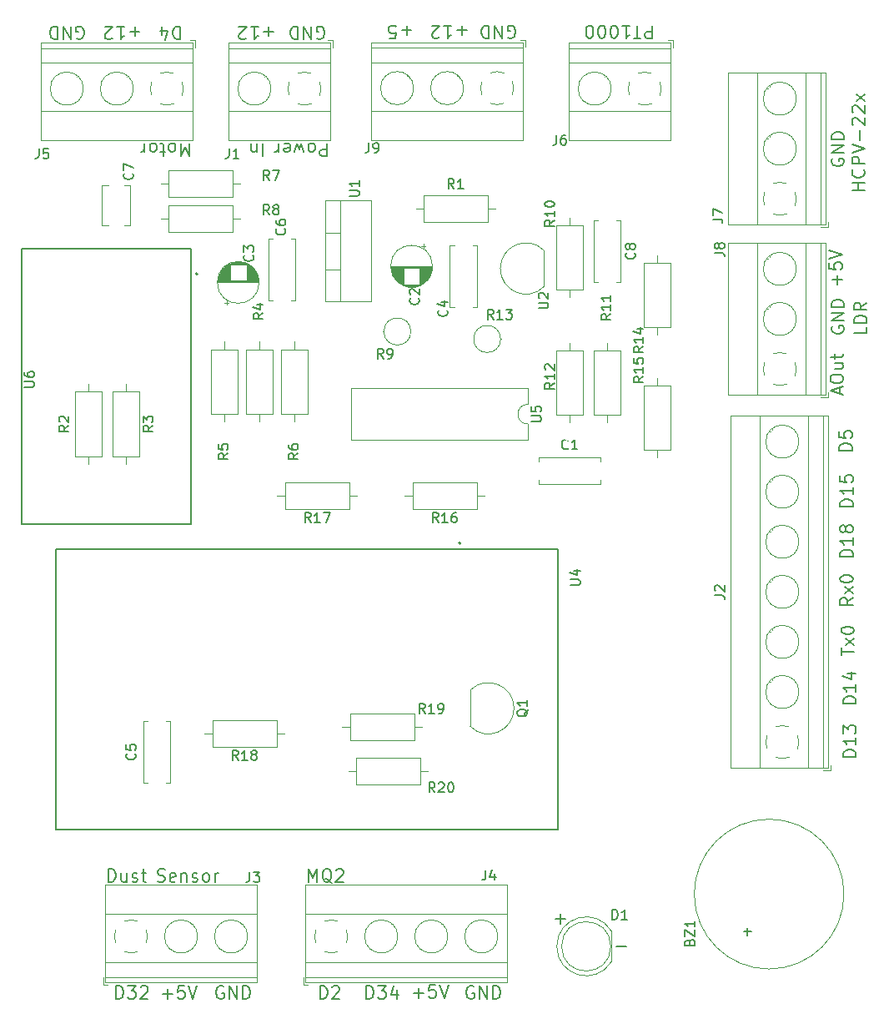
<source format=gto>
G04 #@! TF.GenerationSoftware,KiCad,Pcbnew,(7.0.0)*
G04 #@! TF.CreationDate,2023-03-16T01:16:54+05:30*
G04 #@! TF.ProjectId,final_year v1.0,66696e61-6c5f-4796-9561-722076312e30,rev?*
G04 #@! TF.SameCoordinates,Original*
G04 #@! TF.FileFunction,Legend,Top*
G04 #@! TF.FilePolarity,Positive*
%FSLAX46Y46*%
G04 Gerber Fmt 4.6, Leading zero omitted, Abs format (unit mm)*
G04 Created by KiCad (PCBNEW (7.0.0)) date 2023-03-16 01:16:54*
%MOMM*%
%LPD*%
G01*
G04 APERTURE LIST*
%ADD10C,0.180000*%
%ADD11C,0.150000*%
%ADD12C,0.120000*%
%ADD13C,0.127000*%
%ADD14C,0.200000*%
%ADD15C,1.600000*%
%ADD16O,1.600000X1.600000*%
%ADD17R,2.600000X2.600000*%
%ADD18C,2.600000*%
%ADD19R,2.000000X1.905000*%
%ADD20O,2.000000X1.905000*%
%ADD21R,1.200000X1.200000*%
%ADD22C,1.200000*%
%ADD23C,3.200000*%
%ADD24R,1.800000X1.800000*%
%ADD25C,1.800000*%
%ADD26R,1.500000X1.050000*%
%ADD27O,1.500000X1.050000*%
%ADD28R,1.508000X1.508000*%
%ADD29C,1.508000*%
%ADD30R,2.000000X2.000000*%
%ADD31C,2.000000*%
%ADD32R,1.600000X1.600000*%
G04 APERTURE END LIST*
D10*
X45474523Y-13986000D02*
X45598333Y-14047904D01*
X45598333Y-14047904D02*
X45784047Y-14047904D01*
X45784047Y-14047904D02*
X45969761Y-13986000D01*
X45969761Y-13986000D02*
X46093571Y-13862190D01*
X46093571Y-13862190D02*
X46155476Y-13738380D01*
X46155476Y-13738380D02*
X46217380Y-13490761D01*
X46217380Y-13490761D02*
X46217380Y-13305047D01*
X46217380Y-13305047D02*
X46155476Y-13057428D01*
X46155476Y-13057428D02*
X46093571Y-12933619D01*
X46093571Y-12933619D02*
X45969761Y-12809809D01*
X45969761Y-12809809D02*
X45784047Y-12747904D01*
X45784047Y-12747904D02*
X45660238Y-12747904D01*
X45660238Y-12747904D02*
X45474523Y-12809809D01*
X45474523Y-12809809D02*
X45412619Y-12871714D01*
X45412619Y-12871714D02*
X45412619Y-13305047D01*
X45412619Y-13305047D02*
X45660238Y-13305047D01*
X44855476Y-12747904D02*
X44855476Y-14047904D01*
X44855476Y-14047904D02*
X44112619Y-12747904D01*
X44112619Y-12747904D02*
X44112619Y-14047904D01*
X43493571Y-12747904D02*
X43493571Y-14047904D01*
X43493571Y-14047904D02*
X43184047Y-14047904D01*
X43184047Y-14047904D02*
X42998333Y-13986000D01*
X42998333Y-13986000D02*
X42874523Y-13862190D01*
X42874523Y-13862190D02*
X42812618Y-13738380D01*
X42812618Y-13738380D02*
X42750714Y-13490761D01*
X42750714Y-13490761D02*
X42750714Y-13305047D01*
X42750714Y-13305047D02*
X42812618Y-13057428D01*
X42812618Y-13057428D02*
X42874523Y-12933619D01*
X42874523Y-12933619D02*
X42998333Y-12809809D01*
X42998333Y-12809809D02*
X43184047Y-12747904D01*
X43184047Y-12747904D02*
X43493571Y-12747904D01*
X75874523Y-106086857D02*
X76865000Y-106086857D01*
X27455476Y-13243142D02*
X26465000Y-13243142D01*
X26960238Y-12747904D02*
X26960238Y-13738380D01*
X25164999Y-12747904D02*
X25907856Y-12747904D01*
X25536428Y-12747904D02*
X25536428Y-14047904D01*
X25536428Y-14047904D02*
X25660237Y-13862190D01*
X25660237Y-13862190D02*
X25784047Y-13738380D01*
X25784047Y-13738380D02*
X25907856Y-13676476D01*
X24669761Y-13924095D02*
X24607857Y-13986000D01*
X24607857Y-13986000D02*
X24484047Y-14047904D01*
X24484047Y-14047904D02*
X24174523Y-14047904D01*
X24174523Y-14047904D02*
X24050714Y-13986000D01*
X24050714Y-13986000D02*
X23988809Y-13924095D01*
X23988809Y-13924095D02*
X23926904Y-13800285D01*
X23926904Y-13800285D02*
X23926904Y-13676476D01*
X23926904Y-13676476D02*
X23988809Y-13490761D01*
X23988809Y-13490761D02*
X24731666Y-12747904D01*
X24731666Y-12747904D02*
X23926904Y-12747904D01*
X25074523Y-111382095D02*
X25074523Y-110082095D01*
X25074523Y-110082095D02*
X25384047Y-110082095D01*
X25384047Y-110082095D02*
X25569761Y-110144000D01*
X25569761Y-110144000D02*
X25693571Y-110267809D01*
X25693571Y-110267809D02*
X25755476Y-110391619D01*
X25755476Y-110391619D02*
X25817380Y-110639238D01*
X25817380Y-110639238D02*
X25817380Y-110824952D01*
X25817380Y-110824952D02*
X25755476Y-111072571D01*
X25755476Y-111072571D02*
X25693571Y-111196380D01*
X25693571Y-111196380D02*
X25569761Y-111320190D01*
X25569761Y-111320190D02*
X25384047Y-111382095D01*
X25384047Y-111382095D02*
X25074523Y-111382095D01*
X26250714Y-110082095D02*
X27055476Y-110082095D01*
X27055476Y-110082095D02*
X26622142Y-110577333D01*
X26622142Y-110577333D02*
X26807857Y-110577333D01*
X26807857Y-110577333D02*
X26931666Y-110639238D01*
X26931666Y-110639238D02*
X26993571Y-110701142D01*
X26993571Y-110701142D02*
X27055476Y-110824952D01*
X27055476Y-110824952D02*
X27055476Y-111134476D01*
X27055476Y-111134476D02*
X26993571Y-111258285D01*
X26993571Y-111258285D02*
X26931666Y-111320190D01*
X26931666Y-111320190D02*
X26807857Y-111382095D01*
X26807857Y-111382095D02*
X26436428Y-111382095D01*
X26436428Y-111382095D02*
X26312619Y-111320190D01*
X26312619Y-111320190D02*
X26250714Y-111258285D01*
X27550714Y-110205904D02*
X27612618Y-110144000D01*
X27612618Y-110144000D02*
X27736428Y-110082095D01*
X27736428Y-110082095D02*
X28045952Y-110082095D01*
X28045952Y-110082095D02*
X28169761Y-110144000D01*
X28169761Y-110144000D02*
X28231666Y-110205904D01*
X28231666Y-110205904D02*
X28293571Y-110329714D01*
X28293571Y-110329714D02*
X28293571Y-110453523D01*
X28293571Y-110453523D02*
X28231666Y-110639238D01*
X28231666Y-110639238D02*
X27488809Y-111382095D01*
X27488809Y-111382095D02*
X28293571Y-111382095D01*
X46486476Y-24593904D02*
X46486476Y-25893904D01*
X46486476Y-25893904D02*
X45991238Y-25893904D01*
X45991238Y-25893904D02*
X45867428Y-25832000D01*
X45867428Y-25832000D02*
X45805523Y-25770095D01*
X45805523Y-25770095D02*
X45743619Y-25646285D01*
X45743619Y-25646285D02*
X45743619Y-25460571D01*
X45743619Y-25460571D02*
X45805523Y-25336761D01*
X45805523Y-25336761D02*
X45867428Y-25274857D01*
X45867428Y-25274857D02*
X45991238Y-25212952D01*
X45991238Y-25212952D02*
X46486476Y-25212952D01*
X45000761Y-24593904D02*
X45124571Y-24655809D01*
X45124571Y-24655809D02*
X45186476Y-24717714D01*
X45186476Y-24717714D02*
X45248380Y-24841523D01*
X45248380Y-24841523D02*
X45248380Y-25212952D01*
X45248380Y-25212952D02*
X45186476Y-25336761D01*
X45186476Y-25336761D02*
X45124571Y-25398666D01*
X45124571Y-25398666D02*
X45000761Y-25460571D01*
X45000761Y-25460571D02*
X44815047Y-25460571D01*
X44815047Y-25460571D02*
X44691238Y-25398666D01*
X44691238Y-25398666D02*
X44629333Y-25336761D01*
X44629333Y-25336761D02*
X44567428Y-25212952D01*
X44567428Y-25212952D02*
X44567428Y-24841523D01*
X44567428Y-24841523D02*
X44629333Y-24717714D01*
X44629333Y-24717714D02*
X44691238Y-24655809D01*
X44691238Y-24655809D02*
X44815047Y-24593904D01*
X44815047Y-24593904D02*
X45000761Y-24593904D01*
X44134095Y-25460571D02*
X43886476Y-24593904D01*
X43886476Y-24593904D02*
X43638857Y-25212952D01*
X43638857Y-25212952D02*
X43391238Y-24593904D01*
X43391238Y-24593904D02*
X43143619Y-25460571D01*
X42153143Y-24655809D02*
X42276952Y-24593904D01*
X42276952Y-24593904D02*
X42524571Y-24593904D01*
X42524571Y-24593904D02*
X42648381Y-24655809D01*
X42648381Y-24655809D02*
X42710285Y-24779619D01*
X42710285Y-24779619D02*
X42710285Y-25274857D01*
X42710285Y-25274857D02*
X42648381Y-25398666D01*
X42648381Y-25398666D02*
X42524571Y-25460571D01*
X42524571Y-25460571D02*
X42276952Y-25460571D01*
X42276952Y-25460571D02*
X42153143Y-25398666D01*
X42153143Y-25398666D02*
X42091238Y-25274857D01*
X42091238Y-25274857D02*
X42091238Y-25151047D01*
X42091238Y-25151047D02*
X42710285Y-25027238D01*
X41534095Y-24593904D02*
X41534095Y-25460571D01*
X41534095Y-25212952D02*
X41472190Y-25336761D01*
X41472190Y-25336761D02*
X41410285Y-25398666D01*
X41410285Y-25398666D02*
X41286476Y-25460571D01*
X41286476Y-25460571D02*
X41162666Y-25460571D01*
X39949333Y-24593904D02*
X39949333Y-25893904D01*
X39330285Y-25460571D02*
X39330285Y-24593904D01*
X39330285Y-25336761D02*
X39268380Y-25398666D01*
X39268380Y-25398666D02*
X39144570Y-25460571D01*
X39144570Y-25460571D02*
X38958856Y-25460571D01*
X38958856Y-25460571D02*
X38835047Y-25398666D01*
X38835047Y-25398666D02*
X38773142Y-25274857D01*
X38773142Y-25274857D02*
X38773142Y-24593904D01*
X100182095Y-86855476D02*
X98882095Y-86855476D01*
X98882095Y-86855476D02*
X98882095Y-86545952D01*
X98882095Y-86545952D02*
X98944000Y-86360238D01*
X98944000Y-86360238D02*
X99067809Y-86236428D01*
X99067809Y-86236428D02*
X99191619Y-86174523D01*
X99191619Y-86174523D02*
X99439238Y-86112619D01*
X99439238Y-86112619D02*
X99624952Y-86112619D01*
X99624952Y-86112619D02*
X99872571Y-86174523D01*
X99872571Y-86174523D02*
X99996380Y-86236428D01*
X99996380Y-86236428D02*
X100120190Y-86360238D01*
X100120190Y-86360238D02*
X100182095Y-86545952D01*
X100182095Y-86545952D02*
X100182095Y-86855476D01*
X100182095Y-84874523D02*
X100182095Y-85617380D01*
X100182095Y-85245952D02*
X98882095Y-85245952D01*
X98882095Y-85245952D02*
X99067809Y-85369761D01*
X99067809Y-85369761D02*
X99191619Y-85493571D01*
X99191619Y-85493571D02*
X99253523Y-85617380D01*
X98882095Y-84441190D02*
X98882095Y-83636428D01*
X98882095Y-83636428D02*
X99377333Y-84069762D01*
X99377333Y-84069762D02*
X99377333Y-83884047D01*
X99377333Y-83884047D02*
X99439238Y-83760238D01*
X99439238Y-83760238D02*
X99501142Y-83698333D01*
X99501142Y-83698333D02*
X99624952Y-83636428D01*
X99624952Y-83636428D02*
X99934476Y-83636428D01*
X99934476Y-83636428D02*
X100058285Y-83698333D01*
X100058285Y-83698333D02*
X100120190Y-83760238D01*
X100120190Y-83760238D02*
X100182095Y-83884047D01*
X100182095Y-83884047D02*
X100182095Y-84255476D01*
X100182095Y-84255476D02*
X100120190Y-84379285D01*
X100120190Y-84379285D02*
X100058285Y-84441190D01*
X97744000Y-43174523D02*
X97682095Y-43298333D01*
X97682095Y-43298333D02*
X97682095Y-43484047D01*
X97682095Y-43484047D02*
X97744000Y-43669761D01*
X97744000Y-43669761D02*
X97867809Y-43793571D01*
X97867809Y-43793571D02*
X97991619Y-43855476D01*
X97991619Y-43855476D02*
X98239238Y-43917380D01*
X98239238Y-43917380D02*
X98424952Y-43917380D01*
X98424952Y-43917380D02*
X98672571Y-43855476D01*
X98672571Y-43855476D02*
X98796380Y-43793571D01*
X98796380Y-43793571D02*
X98920190Y-43669761D01*
X98920190Y-43669761D02*
X98982095Y-43484047D01*
X98982095Y-43484047D02*
X98982095Y-43360238D01*
X98982095Y-43360238D02*
X98920190Y-43174523D01*
X98920190Y-43174523D02*
X98858285Y-43112619D01*
X98858285Y-43112619D02*
X98424952Y-43112619D01*
X98424952Y-43112619D02*
X98424952Y-43360238D01*
X98982095Y-42555476D02*
X97682095Y-42555476D01*
X97682095Y-42555476D02*
X98982095Y-41812619D01*
X98982095Y-41812619D02*
X97682095Y-41812619D01*
X98982095Y-41193571D02*
X97682095Y-41193571D01*
X97682095Y-41193571D02*
X97682095Y-40884047D01*
X97682095Y-40884047D02*
X97744000Y-40698333D01*
X97744000Y-40698333D02*
X97867809Y-40574523D01*
X97867809Y-40574523D02*
X97991619Y-40512618D01*
X97991619Y-40512618D02*
X98239238Y-40450714D01*
X98239238Y-40450714D02*
X98424952Y-40450714D01*
X98424952Y-40450714D02*
X98672571Y-40512618D01*
X98672571Y-40512618D02*
X98796380Y-40574523D01*
X98796380Y-40574523D02*
X98920190Y-40698333D01*
X98920190Y-40698333D02*
X98982095Y-40884047D01*
X98982095Y-40884047D02*
X98982095Y-41193571D01*
X60655476Y-13143142D02*
X59665000Y-13143142D01*
X60160238Y-12647904D02*
X60160238Y-13638380D01*
X58364999Y-12647904D02*
X59107856Y-12647904D01*
X58736428Y-12647904D02*
X58736428Y-13947904D01*
X58736428Y-13947904D02*
X58860237Y-13762190D01*
X58860237Y-13762190D02*
X58984047Y-13638380D01*
X58984047Y-13638380D02*
X59107856Y-13576476D01*
X57869761Y-13824095D02*
X57807857Y-13886000D01*
X57807857Y-13886000D02*
X57684047Y-13947904D01*
X57684047Y-13947904D02*
X57374523Y-13947904D01*
X57374523Y-13947904D02*
X57250714Y-13886000D01*
X57250714Y-13886000D02*
X57188809Y-13824095D01*
X57188809Y-13824095D02*
X57126904Y-13700285D01*
X57126904Y-13700285D02*
X57126904Y-13576476D01*
X57126904Y-13576476D02*
X57188809Y-13390761D01*
X57188809Y-13390761D02*
X57931666Y-12647904D01*
X57931666Y-12647904D02*
X57126904Y-12647904D01*
X44614523Y-99521095D02*
X44614523Y-98221095D01*
X44614523Y-98221095D02*
X45047857Y-99149666D01*
X45047857Y-99149666D02*
X45481190Y-98221095D01*
X45481190Y-98221095D02*
X45481190Y-99521095D01*
X46966904Y-99644904D02*
X46843094Y-99583000D01*
X46843094Y-99583000D02*
X46719285Y-99459190D01*
X46719285Y-99459190D02*
X46533571Y-99273476D01*
X46533571Y-99273476D02*
X46409761Y-99211571D01*
X46409761Y-99211571D02*
X46285952Y-99211571D01*
X46347856Y-99521095D02*
X46224047Y-99459190D01*
X46224047Y-99459190D02*
X46100237Y-99335380D01*
X46100237Y-99335380D02*
X46038333Y-99087761D01*
X46038333Y-99087761D02*
X46038333Y-98654428D01*
X46038333Y-98654428D02*
X46100237Y-98406809D01*
X46100237Y-98406809D02*
X46224047Y-98283000D01*
X46224047Y-98283000D02*
X46347856Y-98221095D01*
X46347856Y-98221095D02*
X46595475Y-98221095D01*
X46595475Y-98221095D02*
X46719285Y-98283000D01*
X46719285Y-98283000D02*
X46843094Y-98406809D01*
X46843094Y-98406809D02*
X46904999Y-98654428D01*
X46904999Y-98654428D02*
X46904999Y-99087761D01*
X46904999Y-99087761D02*
X46843094Y-99335380D01*
X46843094Y-99335380D02*
X46719285Y-99459190D01*
X46719285Y-99459190D02*
X46595475Y-99521095D01*
X46595475Y-99521095D02*
X46347856Y-99521095D01*
X47400238Y-98344904D02*
X47462142Y-98283000D01*
X47462142Y-98283000D02*
X47585952Y-98221095D01*
X47585952Y-98221095D02*
X47895476Y-98221095D01*
X47895476Y-98221095D02*
X48019285Y-98283000D01*
X48019285Y-98283000D02*
X48081190Y-98344904D01*
X48081190Y-98344904D02*
X48143095Y-98468714D01*
X48143095Y-98468714D02*
X48143095Y-98592523D01*
X48143095Y-98592523D02*
X48081190Y-98778238D01*
X48081190Y-98778238D02*
X47338333Y-99521095D01*
X47338333Y-99521095D02*
X48143095Y-99521095D01*
X98510666Y-50017380D02*
X98510666Y-49398333D01*
X98882095Y-50141190D02*
X97582095Y-49707857D01*
X97582095Y-49707857D02*
X98882095Y-49274523D01*
X97582095Y-48593571D02*
X97582095Y-48345952D01*
X97582095Y-48345952D02*
X97644000Y-48222142D01*
X97644000Y-48222142D02*
X97767809Y-48098333D01*
X97767809Y-48098333D02*
X98015428Y-48036428D01*
X98015428Y-48036428D02*
X98448761Y-48036428D01*
X98448761Y-48036428D02*
X98696380Y-48098333D01*
X98696380Y-48098333D02*
X98820190Y-48222142D01*
X98820190Y-48222142D02*
X98882095Y-48345952D01*
X98882095Y-48345952D02*
X98882095Y-48593571D01*
X98882095Y-48593571D02*
X98820190Y-48717380D01*
X98820190Y-48717380D02*
X98696380Y-48841190D01*
X98696380Y-48841190D02*
X98448761Y-48903094D01*
X98448761Y-48903094D02*
X98015428Y-48903094D01*
X98015428Y-48903094D02*
X97767809Y-48841190D01*
X97767809Y-48841190D02*
X97644000Y-48717380D01*
X97644000Y-48717380D02*
X97582095Y-48593571D01*
X98015428Y-46922142D02*
X98882095Y-46922142D01*
X98015428Y-47479285D02*
X98696380Y-47479285D01*
X98696380Y-47479285D02*
X98820190Y-47417380D01*
X98820190Y-47417380D02*
X98882095Y-47293570D01*
X98882095Y-47293570D02*
X98882095Y-47107856D01*
X98882095Y-47107856D02*
X98820190Y-46984047D01*
X98820190Y-46984047D02*
X98758285Y-46922142D01*
X98015428Y-46488809D02*
X98015428Y-45993571D01*
X97582095Y-46303095D02*
X98696380Y-46303095D01*
X98696380Y-46303095D02*
X98820190Y-46241190D01*
X98820190Y-46241190D02*
X98882095Y-46117380D01*
X98882095Y-46117380D02*
X98882095Y-45993571D01*
X99882095Y-61455476D02*
X98582095Y-61455476D01*
X98582095Y-61455476D02*
X98582095Y-61145952D01*
X98582095Y-61145952D02*
X98644000Y-60960238D01*
X98644000Y-60960238D02*
X98767809Y-60836428D01*
X98767809Y-60836428D02*
X98891619Y-60774523D01*
X98891619Y-60774523D02*
X99139238Y-60712619D01*
X99139238Y-60712619D02*
X99324952Y-60712619D01*
X99324952Y-60712619D02*
X99572571Y-60774523D01*
X99572571Y-60774523D02*
X99696380Y-60836428D01*
X99696380Y-60836428D02*
X99820190Y-60960238D01*
X99820190Y-60960238D02*
X99882095Y-61145952D01*
X99882095Y-61145952D02*
X99882095Y-61455476D01*
X99882095Y-59474523D02*
X99882095Y-60217380D01*
X99882095Y-59845952D02*
X98582095Y-59845952D01*
X98582095Y-59845952D02*
X98767809Y-59969761D01*
X98767809Y-59969761D02*
X98891619Y-60093571D01*
X98891619Y-60093571D02*
X98953523Y-60217380D01*
X98582095Y-58298333D02*
X98582095Y-58917381D01*
X98582095Y-58917381D02*
X99201142Y-58979285D01*
X99201142Y-58979285D02*
X99139238Y-58917381D01*
X99139238Y-58917381D02*
X99077333Y-58793571D01*
X99077333Y-58793571D02*
X99077333Y-58484047D01*
X99077333Y-58484047D02*
X99139238Y-58360238D01*
X99139238Y-58360238D02*
X99201142Y-58298333D01*
X99201142Y-58298333D02*
X99324952Y-58236428D01*
X99324952Y-58236428D02*
X99634476Y-58236428D01*
X99634476Y-58236428D02*
X99758285Y-58298333D01*
X99758285Y-58298333D02*
X99820190Y-58360238D01*
X99820190Y-58360238D02*
X99882095Y-58484047D01*
X99882095Y-58484047D02*
X99882095Y-58793571D01*
X99882095Y-58793571D02*
X99820190Y-58917381D01*
X99820190Y-58917381D02*
X99758285Y-58979285D01*
X101082095Y-29355476D02*
X99782095Y-29355476D01*
X100401142Y-29355476D02*
X100401142Y-28612619D01*
X101082095Y-28612619D02*
X99782095Y-28612619D01*
X100958285Y-27250714D02*
X101020190Y-27312618D01*
X101020190Y-27312618D02*
X101082095Y-27498333D01*
X101082095Y-27498333D02*
X101082095Y-27622142D01*
X101082095Y-27622142D02*
X101020190Y-27807856D01*
X101020190Y-27807856D02*
X100896380Y-27931666D01*
X100896380Y-27931666D02*
X100772571Y-27993571D01*
X100772571Y-27993571D02*
X100524952Y-28055475D01*
X100524952Y-28055475D02*
X100339238Y-28055475D01*
X100339238Y-28055475D02*
X100091619Y-27993571D01*
X100091619Y-27993571D02*
X99967809Y-27931666D01*
X99967809Y-27931666D02*
X99844000Y-27807856D01*
X99844000Y-27807856D02*
X99782095Y-27622142D01*
X99782095Y-27622142D02*
X99782095Y-27498333D01*
X99782095Y-27498333D02*
X99844000Y-27312618D01*
X99844000Y-27312618D02*
X99905904Y-27250714D01*
X101082095Y-26693571D02*
X99782095Y-26693571D01*
X99782095Y-26693571D02*
X99782095Y-26198333D01*
X99782095Y-26198333D02*
X99844000Y-26074523D01*
X99844000Y-26074523D02*
X99905904Y-26012618D01*
X99905904Y-26012618D02*
X100029714Y-25950714D01*
X100029714Y-25950714D02*
X100215428Y-25950714D01*
X100215428Y-25950714D02*
X100339238Y-26012618D01*
X100339238Y-26012618D02*
X100401142Y-26074523D01*
X100401142Y-26074523D02*
X100463047Y-26198333D01*
X100463047Y-26198333D02*
X100463047Y-26693571D01*
X99782095Y-25579285D02*
X101082095Y-25145952D01*
X101082095Y-25145952D02*
X99782095Y-24712618D01*
X100586857Y-24279285D02*
X100586857Y-23288809D01*
X99905904Y-22731665D02*
X99844000Y-22669761D01*
X99844000Y-22669761D02*
X99782095Y-22545951D01*
X99782095Y-22545951D02*
X99782095Y-22236427D01*
X99782095Y-22236427D02*
X99844000Y-22112618D01*
X99844000Y-22112618D02*
X99905904Y-22050713D01*
X99905904Y-22050713D02*
X100029714Y-21988808D01*
X100029714Y-21988808D02*
X100153523Y-21988808D01*
X100153523Y-21988808D02*
X100339238Y-22050713D01*
X100339238Y-22050713D02*
X101082095Y-22793570D01*
X101082095Y-22793570D02*
X101082095Y-21988808D01*
X99905904Y-21493570D02*
X99844000Y-21431666D01*
X99844000Y-21431666D02*
X99782095Y-21307856D01*
X99782095Y-21307856D02*
X99782095Y-20998332D01*
X99782095Y-20998332D02*
X99844000Y-20874523D01*
X99844000Y-20874523D02*
X99905904Y-20812618D01*
X99905904Y-20812618D02*
X100029714Y-20750713D01*
X100029714Y-20750713D02*
X100153523Y-20750713D01*
X100153523Y-20750713D02*
X100339238Y-20812618D01*
X100339238Y-20812618D02*
X101082095Y-21555475D01*
X101082095Y-21555475D02*
X101082095Y-20750713D01*
X101082095Y-20317380D02*
X100215428Y-19636428D01*
X100215428Y-20317380D02*
X101082095Y-19636428D01*
X55274523Y-110786857D02*
X56265000Y-110786857D01*
X55769761Y-111282095D02*
X55769761Y-110291619D01*
X57503095Y-109982095D02*
X56884047Y-109982095D01*
X56884047Y-109982095D02*
X56822143Y-110601142D01*
X56822143Y-110601142D02*
X56884047Y-110539238D01*
X56884047Y-110539238D02*
X57007857Y-110477333D01*
X57007857Y-110477333D02*
X57317381Y-110477333D01*
X57317381Y-110477333D02*
X57441190Y-110539238D01*
X57441190Y-110539238D02*
X57503095Y-110601142D01*
X57503095Y-110601142D02*
X57565000Y-110724952D01*
X57565000Y-110724952D02*
X57565000Y-111034476D01*
X57565000Y-111034476D02*
X57503095Y-111158285D01*
X57503095Y-111158285D02*
X57441190Y-111220190D01*
X57441190Y-111220190D02*
X57317381Y-111282095D01*
X57317381Y-111282095D02*
X57007857Y-111282095D01*
X57007857Y-111282095D02*
X56884047Y-111220190D01*
X56884047Y-111220190D02*
X56822143Y-111158285D01*
X57936428Y-109982095D02*
X58369761Y-111282095D01*
X58369761Y-111282095D02*
X58803095Y-109982095D01*
X29774523Y-110886857D02*
X30765000Y-110886857D01*
X30269761Y-111382095D02*
X30269761Y-110391619D01*
X32003095Y-110082095D02*
X31384047Y-110082095D01*
X31384047Y-110082095D02*
X31322143Y-110701142D01*
X31322143Y-110701142D02*
X31384047Y-110639238D01*
X31384047Y-110639238D02*
X31507857Y-110577333D01*
X31507857Y-110577333D02*
X31817381Y-110577333D01*
X31817381Y-110577333D02*
X31941190Y-110639238D01*
X31941190Y-110639238D02*
X32003095Y-110701142D01*
X32003095Y-110701142D02*
X32065000Y-110824952D01*
X32065000Y-110824952D02*
X32065000Y-111134476D01*
X32065000Y-111134476D02*
X32003095Y-111258285D01*
X32003095Y-111258285D02*
X31941190Y-111320190D01*
X31941190Y-111320190D02*
X31817381Y-111382095D01*
X31817381Y-111382095D02*
X31507857Y-111382095D01*
X31507857Y-111382095D02*
X31384047Y-111320190D01*
X31384047Y-111320190D02*
X31322143Y-111258285D01*
X32436428Y-110082095D02*
X32869761Y-111382095D01*
X32869761Y-111382095D02*
X33303095Y-110082095D01*
X24289523Y-99521095D02*
X24289523Y-98221095D01*
X24289523Y-98221095D02*
X24599047Y-98221095D01*
X24599047Y-98221095D02*
X24784761Y-98283000D01*
X24784761Y-98283000D02*
X24908571Y-98406809D01*
X24908571Y-98406809D02*
X24970476Y-98530619D01*
X24970476Y-98530619D02*
X25032380Y-98778238D01*
X25032380Y-98778238D02*
X25032380Y-98963952D01*
X25032380Y-98963952D02*
X24970476Y-99211571D01*
X24970476Y-99211571D02*
X24908571Y-99335380D01*
X24908571Y-99335380D02*
X24784761Y-99459190D01*
X24784761Y-99459190D02*
X24599047Y-99521095D01*
X24599047Y-99521095D02*
X24289523Y-99521095D01*
X26146666Y-98654428D02*
X26146666Y-99521095D01*
X25589523Y-98654428D02*
X25589523Y-99335380D01*
X25589523Y-99335380D02*
X25651428Y-99459190D01*
X25651428Y-99459190D02*
X25775238Y-99521095D01*
X25775238Y-99521095D02*
X25960952Y-99521095D01*
X25960952Y-99521095D02*
X26084761Y-99459190D01*
X26084761Y-99459190D02*
X26146666Y-99397285D01*
X26703809Y-99459190D02*
X26827618Y-99521095D01*
X26827618Y-99521095D02*
X27075237Y-99521095D01*
X27075237Y-99521095D02*
X27199047Y-99459190D01*
X27199047Y-99459190D02*
X27260951Y-99335380D01*
X27260951Y-99335380D02*
X27260951Y-99273476D01*
X27260951Y-99273476D02*
X27199047Y-99149666D01*
X27199047Y-99149666D02*
X27075237Y-99087761D01*
X27075237Y-99087761D02*
X26889523Y-99087761D01*
X26889523Y-99087761D02*
X26765713Y-99025857D01*
X26765713Y-99025857D02*
X26703809Y-98902047D01*
X26703809Y-98902047D02*
X26703809Y-98840142D01*
X26703809Y-98840142D02*
X26765713Y-98716333D01*
X26765713Y-98716333D02*
X26889523Y-98654428D01*
X26889523Y-98654428D02*
X27075237Y-98654428D01*
X27075237Y-98654428D02*
X27199047Y-98716333D01*
X27632380Y-98654428D02*
X28127618Y-98654428D01*
X27818094Y-98221095D02*
X27818094Y-99335380D01*
X27818094Y-99335380D02*
X27879999Y-99459190D01*
X27879999Y-99459190D02*
X28003809Y-99521095D01*
X28003809Y-99521095D02*
X28127618Y-99521095D01*
X29279047Y-99459190D02*
X29464761Y-99521095D01*
X29464761Y-99521095D02*
X29774285Y-99521095D01*
X29774285Y-99521095D02*
X29898094Y-99459190D01*
X29898094Y-99459190D02*
X29959999Y-99397285D01*
X29959999Y-99397285D02*
X30021904Y-99273476D01*
X30021904Y-99273476D02*
X30021904Y-99149666D01*
X30021904Y-99149666D02*
X29959999Y-99025857D01*
X29959999Y-99025857D02*
X29898094Y-98963952D01*
X29898094Y-98963952D02*
X29774285Y-98902047D01*
X29774285Y-98902047D02*
X29526666Y-98840142D01*
X29526666Y-98840142D02*
X29402856Y-98778238D01*
X29402856Y-98778238D02*
X29340951Y-98716333D01*
X29340951Y-98716333D02*
X29279047Y-98592523D01*
X29279047Y-98592523D02*
X29279047Y-98468714D01*
X29279047Y-98468714D02*
X29340951Y-98344904D01*
X29340951Y-98344904D02*
X29402856Y-98283000D01*
X29402856Y-98283000D02*
X29526666Y-98221095D01*
X29526666Y-98221095D02*
X29836189Y-98221095D01*
X29836189Y-98221095D02*
X30021904Y-98283000D01*
X31074284Y-99459190D02*
X30950475Y-99521095D01*
X30950475Y-99521095D02*
X30702856Y-99521095D01*
X30702856Y-99521095D02*
X30579046Y-99459190D01*
X30579046Y-99459190D02*
X30517142Y-99335380D01*
X30517142Y-99335380D02*
X30517142Y-98840142D01*
X30517142Y-98840142D02*
X30579046Y-98716333D01*
X30579046Y-98716333D02*
X30702856Y-98654428D01*
X30702856Y-98654428D02*
X30950475Y-98654428D01*
X30950475Y-98654428D02*
X31074284Y-98716333D01*
X31074284Y-98716333D02*
X31136189Y-98840142D01*
X31136189Y-98840142D02*
X31136189Y-98963952D01*
X31136189Y-98963952D02*
X30517142Y-99087761D01*
X31693332Y-98654428D02*
X31693332Y-99521095D01*
X31693332Y-98778238D02*
X31755237Y-98716333D01*
X31755237Y-98716333D02*
X31879047Y-98654428D01*
X31879047Y-98654428D02*
X32064761Y-98654428D01*
X32064761Y-98654428D02*
X32188570Y-98716333D01*
X32188570Y-98716333D02*
X32250475Y-98840142D01*
X32250475Y-98840142D02*
X32250475Y-99521095D01*
X32807618Y-99459190D02*
X32931427Y-99521095D01*
X32931427Y-99521095D02*
X33179046Y-99521095D01*
X33179046Y-99521095D02*
X33302856Y-99459190D01*
X33302856Y-99459190D02*
X33364760Y-99335380D01*
X33364760Y-99335380D02*
X33364760Y-99273476D01*
X33364760Y-99273476D02*
X33302856Y-99149666D01*
X33302856Y-99149666D02*
X33179046Y-99087761D01*
X33179046Y-99087761D02*
X32993332Y-99087761D01*
X32993332Y-99087761D02*
X32869522Y-99025857D01*
X32869522Y-99025857D02*
X32807618Y-98902047D01*
X32807618Y-98902047D02*
X32807618Y-98840142D01*
X32807618Y-98840142D02*
X32869522Y-98716333D01*
X32869522Y-98716333D02*
X32993332Y-98654428D01*
X32993332Y-98654428D02*
X33179046Y-98654428D01*
X33179046Y-98654428D02*
X33302856Y-98716333D01*
X34107618Y-99521095D02*
X33983808Y-99459190D01*
X33983808Y-99459190D02*
X33921903Y-99397285D01*
X33921903Y-99397285D02*
X33859999Y-99273476D01*
X33859999Y-99273476D02*
X33859999Y-98902047D01*
X33859999Y-98902047D02*
X33921903Y-98778238D01*
X33921903Y-98778238D02*
X33983808Y-98716333D01*
X33983808Y-98716333D02*
X34107618Y-98654428D01*
X34107618Y-98654428D02*
X34293332Y-98654428D01*
X34293332Y-98654428D02*
X34417141Y-98716333D01*
X34417141Y-98716333D02*
X34479046Y-98778238D01*
X34479046Y-98778238D02*
X34540951Y-98902047D01*
X34540951Y-98902047D02*
X34540951Y-99273476D01*
X34540951Y-99273476D02*
X34479046Y-99397285D01*
X34479046Y-99397285D02*
X34417141Y-99459190D01*
X34417141Y-99459190D02*
X34293332Y-99521095D01*
X34293332Y-99521095D02*
X34107618Y-99521095D01*
X35098093Y-99521095D02*
X35098093Y-98654428D01*
X35098093Y-98902047D02*
X35159998Y-98778238D01*
X35159998Y-98778238D02*
X35221903Y-98716333D01*
X35221903Y-98716333D02*
X35345712Y-98654428D01*
X35345712Y-98654428D02*
X35469522Y-98654428D01*
X99882095Y-70712619D02*
X99263047Y-71145952D01*
X99882095Y-71455476D02*
X98582095Y-71455476D01*
X98582095Y-71455476D02*
X98582095Y-70960238D01*
X98582095Y-70960238D02*
X98644000Y-70836428D01*
X98644000Y-70836428D02*
X98705904Y-70774523D01*
X98705904Y-70774523D02*
X98829714Y-70712619D01*
X98829714Y-70712619D02*
X99015428Y-70712619D01*
X99015428Y-70712619D02*
X99139238Y-70774523D01*
X99139238Y-70774523D02*
X99201142Y-70836428D01*
X99201142Y-70836428D02*
X99263047Y-70960238D01*
X99263047Y-70960238D02*
X99263047Y-71455476D01*
X99882095Y-70279285D02*
X99015428Y-69598333D01*
X99015428Y-70279285D02*
X99882095Y-69598333D01*
X98582095Y-68855476D02*
X98582095Y-68731666D01*
X98582095Y-68731666D02*
X98644000Y-68607857D01*
X98644000Y-68607857D02*
X98705904Y-68545952D01*
X98705904Y-68545952D02*
X98829714Y-68484047D01*
X98829714Y-68484047D02*
X99077333Y-68422142D01*
X99077333Y-68422142D02*
X99386857Y-68422142D01*
X99386857Y-68422142D02*
X99634476Y-68484047D01*
X99634476Y-68484047D02*
X99758285Y-68545952D01*
X99758285Y-68545952D02*
X99820190Y-68607857D01*
X99820190Y-68607857D02*
X99882095Y-68731666D01*
X99882095Y-68731666D02*
X99882095Y-68855476D01*
X99882095Y-68855476D02*
X99820190Y-68979285D01*
X99820190Y-68979285D02*
X99758285Y-69041190D01*
X99758285Y-69041190D02*
X99634476Y-69103095D01*
X99634476Y-69103095D02*
X99386857Y-69164999D01*
X99386857Y-69164999D02*
X99077333Y-69164999D01*
X99077333Y-69164999D02*
X98829714Y-69103095D01*
X98829714Y-69103095D02*
X98705904Y-69041190D01*
X98705904Y-69041190D02*
X98644000Y-68979285D01*
X98644000Y-68979285D02*
X98582095Y-68855476D01*
X79455476Y-12647904D02*
X79455476Y-13947904D01*
X79455476Y-13947904D02*
X78960238Y-13947904D01*
X78960238Y-13947904D02*
X78836428Y-13886000D01*
X78836428Y-13886000D02*
X78774523Y-13824095D01*
X78774523Y-13824095D02*
X78712619Y-13700285D01*
X78712619Y-13700285D02*
X78712619Y-13514571D01*
X78712619Y-13514571D02*
X78774523Y-13390761D01*
X78774523Y-13390761D02*
X78836428Y-13328857D01*
X78836428Y-13328857D02*
X78960238Y-13266952D01*
X78960238Y-13266952D02*
X79455476Y-13266952D01*
X78341190Y-13947904D02*
X77598333Y-13947904D01*
X77969761Y-12647904D02*
X77969761Y-13947904D01*
X76484047Y-12647904D02*
X77226904Y-12647904D01*
X76855476Y-12647904D02*
X76855476Y-13947904D01*
X76855476Y-13947904D02*
X76979285Y-13762190D01*
X76979285Y-13762190D02*
X77103095Y-13638380D01*
X77103095Y-13638380D02*
X77226904Y-13576476D01*
X75679286Y-13947904D02*
X75555476Y-13947904D01*
X75555476Y-13947904D02*
X75431667Y-13886000D01*
X75431667Y-13886000D02*
X75369762Y-13824095D01*
X75369762Y-13824095D02*
X75307857Y-13700285D01*
X75307857Y-13700285D02*
X75245952Y-13452666D01*
X75245952Y-13452666D02*
X75245952Y-13143142D01*
X75245952Y-13143142D02*
X75307857Y-12895523D01*
X75307857Y-12895523D02*
X75369762Y-12771714D01*
X75369762Y-12771714D02*
X75431667Y-12709809D01*
X75431667Y-12709809D02*
X75555476Y-12647904D01*
X75555476Y-12647904D02*
X75679286Y-12647904D01*
X75679286Y-12647904D02*
X75803095Y-12709809D01*
X75803095Y-12709809D02*
X75865000Y-12771714D01*
X75865000Y-12771714D02*
X75926905Y-12895523D01*
X75926905Y-12895523D02*
X75988809Y-13143142D01*
X75988809Y-13143142D02*
X75988809Y-13452666D01*
X75988809Y-13452666D02*
X75926905Y-13700285D01*
X75926905Y-13700285D02*
X75865000Y-13824095D01*
X75865000Y-13824095D02*
X75803095Y-13886000D01*
X75803095Y-13886000D02*
X75679286Y-13947904D01*
X74441191Y-13947904D02*
X74317381Y-13947904D01*
X74317381Y-13947904D02*
X74193572Y-13886000D01*
X74193572Y-13886000D02*
X74131667Y-13824095D01*
X74131667Y-13824095D02*
X74069762Y-13700285D01*
X74069762Y-13700285D02*
X74007857Y-13452666D01*
X74007857Y-13452666D02*
X74007857Y-13143142D01*
X74007857Y-13143142D02*
X74069762Y-12895523D01*
X74069762Y-12895523D02*
X74131667Y-12771714D01*
X74131667Y-12771714D02*
X74193572Y-12709809D01*
X74193572Y-12709809D02*
X74317381Y-12647904D01*
X74317381Y-12647904D02*
X74441191Y-12647904D01*
X74441191Y-12647904D02*
X74565000Y-12709809D01*
X74565000Y-12709809D02*
X74626905Y-12771714D01*
X74626905Y-12771714D02*
X74688810Y-12895523D01*
X74688810Y-12895523D02*
X74750714Y-13143142D01*
X74750714Y-13143142D02*
X74750714Y-13452666D01*
X74750714Y-13452666D02*
X74688810Y-13700285D01*
X74688810Y-13700285D02*
X74626905Y-13824095D01*
X74626905Y-13824095D02*
X74565000Y-13886000D01*
X74565000Y-13886000D02*
X74441191Y-13947904D01*
X73203096Y-13947904D02*
X73079286Y-13947904D01*
X73079286Y-13947904D02*
X72955477Y-13886000D01*
X72955477Y-13886000D02*
X72893572Y-13824095D01*
X72893572Y-13824095D02*
X72831667Y-13700285D01*
X72831667Y-13700285D02*
X72769762Y-13452666D01*
X72769762Y-13452666D02*
X72769762Y-13143142D01*
X72769762Y-13143142D02*
X72831667Y-12895523D01*
X72831667Y-12895523D02*
X72893572Y-12771714D01*
X72893572Y-12771714D02*
X72955477Y-12709809D01*
X72955477Y-12709809D02*
X73079286Y-12647904D01*
X73079286Y-12647904D02*
X73203096Y-12647904D01*
X73203096Y-12647904D02*
X73326905Y-12709809D01*
X73326905Y-12709809D02*
X73388810Y-12771714D01*
X73388810Y-12771714D02*
X73450715Y-12895523D01*
X73450715Y-12895523D02*
X73512619Y-13143142D01*
X73512619Y-13143142D02*
X73512619Y-13452666D01*
X73512619Y-13452666D02*
X73450715Y-13700285D01*
X73450715Y-13700285D02*
X73388810Y-13824095D01*
X73388810Y-13824095D02*
X73326905Y-13886000D01*
X73326905Y-13886000D02*
X73203096Y-13947904D01*
X55055476Y-13143142D02*
X54065000Y-13143142D01*
X54560238Y-12647904D02*
X54560238Y-13638380D01*
X52826904Y-13947904D02*
X53445952Y-13947904D01*
X53445952Y-13947904D02*
X53507856Y-13328857D01*
X53507856Y-13328857D02*
X53445952Y-13390761D01*
X53445952Y-13390761D02*
X53322142Y-13452666D01*
X53322142Y-13452666D02*
X53012618Y-13452666D01*
X53012618Y-13452666D02*
X52888809Y-13390761D01*
X52888809Y-13390761D02*
X52826904Y-13328857D01*
X52826904Y-13328857D02*
X52764999Y-13205047D01*
X52764999Y-13205047D02*
X52764999Y-12895523D01*
X52764999Y-12895523D02*
X52826904Y-12771714D01*
X52826904Y-12771714D02*
X52888809Y-12709809D01*
X52888809Y-12709809D02*
X53012618Y-12647904D01*
X53012618Y-12647904D02*
X53322142Y-12647904D01*
X53322142Y-12647904D02*
X53445952Y-12709809D01*
X53445952Y-12709809D02*
X53507856Y-12771714D01*
X69674523Y-103286857D02*
X70665000Y-103286857D01*
X70169761Y-103782095D02*
X70169761Y-102791619D01*
X100182095Y-81455476D02*
X98882095Y-81455476D01*
X98882095Y-81455476D02*
X98882095Y-81145952D01*
X98882095Y-81145952D02*
X98944000Y-80960238D01*
X98944000Y-80960238D02*
X99067809Y-80836428D01*
X99067809Y-80836428D02*
X99191619Y-80774523D01*
X99191619Y-80774523D02*
X99439238Y-80712619D01*
X99439238Y-80712619D02*
X99624952Y-80712619D01*
X99624952Y-80712619D02*
X99872571Y-80774523D01*
X99872571Y-80774523D02*
X99996380Y-80836428D01*
X99996380Y-80836428D02*
X100120190Y-80960238D01*
X100120190Y-80960238D02*
X100182095Y-81145952D01*
X100182095Y-81145952D02*
X100182095Y-81455476D01*
X100182095Y-79474523D02*
X100182095Y-80217380D01*
X100182095Y-79845952D02*
X98882095Y-79845952D01*
X98882095Y-79845952D02*
X99067809Y-79969761D01*
X99067809Y-79969761D02*
X99191619Y-80093571D01*
X99191619Y-80093571D02*
X99253523Y-80217380D01*
X99315428Y-78360238D02*
X100182095Y-78360238D01*
X98820190Y-78669762D02*
X99748761Y-78979285D01*
X99748761Y-78979285D02*
X99748761Y-78174524D01*
X101282095Y-43236428D02*
X101282095Y-43855476D01*
X101282095Y-43855476D02*
X99982095Y-43855476D01*
X101282095Y-42803095D02*
X99982095Y-42803095D01*
X99982095Y-42803095D02*
X99982095Y-42493571D01*
X99982095Y-42493571D02*
X100044000Y-42307857D01*
X100044000Y-42307857D02*
X100167809Y-42184047D01*
X100167809Y-42184047D02*
X100291619Y-42122142D01*
X100291619Y-42122142D02*
X100539238Y-42060238D01*
X100539238Y-42060238D02*
X100724952Y-42060238D01*
X100724952Y-42060238D02*
X100972571Y-42122142D01*
X100972571Y-42122142D02*
X101096380Y-42184047D01*
X101096380Y-42184047D02*
X101220190Y-42307857D01*
X101220190Y-42307857D02*
X101282095Y-42493571D01*
X101282095Y-42493571D02*
X101282095Y-42803095D01*
X101282095Y-40760238D02*
X100663047Y-41193571D01*
X101282095Y-41503095D02*
X99982095Y-41503095D01*
X99982095Y-41503095D02*
X99982095Y-41007857D01*
X99982095Y-41007857D02*
X100044000Y-40884047D01*
X100044000Y-40884047D02*
X100105904Y-40822142D01*
X100105904Y-40822142D02*
X100229714Y-40760238D01*
X100229714Y-40760238D02*
X100415428Y-40760238D01*
X100415428Y-40760238D02*
X100539238Y-40822142D01*
X100539238Y-40822142D02*
X100601142Y-40884047D01*
X100601142Y-40884047D02*
X100663047Y-41007857D01*
X100663047Y-41007857D02*
X100663047Y-41503095D01*
X45774523Y-111382095D02*
X45774523Y-110082095D01*
X45774523Y-110082095D02*
X46084047Y-110082095D01*
X46084047Y-110082095D02*
X46269761Y-110144000D01*
X46269761Y-110144000D02*
X46393571Y-110267809D01*
X46393571Y-110267809D02*
X46455476Y-110391619D01*
X46455476Y-110391619D02*
X46517380Y-110639238D01*
X46517380Y-110639238D02*
X46517380Y-110824952D01*
X46517380Y-110824952D02*
X46455476Y-111072571D01*
X46455476Y-111072571D02*
X46393571Y-111196380D01*
X46393571Y-111196380D02*
X46269761Y-111320190D01*
X46269761Y-111320190D02*
X46084047Y-111382095D01*
X46084047Y-111382095D02*
X45774523Y-111382095D01*
X47012619Y-110205904D02*
X47074523Y-110144000D01*
X47074523Y-110144000D02*
X47198333Y-110082095D01*
X47198333Y-110082095D02*
X47507857Y-110082095D01*
X47507857Y-110082095D02*
X47631666Y-110144000D01*
X47631666Y-110144000D02*
X47693571Y-110205904D01*
X47693571Y-110205904D02*
X47755476Y-110329714D01*
X47755476Y-110329714D02*
X47755476Y-110453523D01*
X47755476Y-110453523D02*
X47693571Y-110639238D01*
X47693571Y-110639238D02*
X46950714Y-111382095D01*
X46950714Y-111382095D02*
X47755476Y-111382095D01*
X64874523Y-13886000D02*
X64998333Y-13947904D01*
X64998333Y-13947904D02*
X65184047Y-13947904D01*
X65184047Y-13947904D02*
X65369761Y-13886000D01*
X65369761Y-13886000D02*
X65493571Y-13762190D01*
X65493571Y-13762190D02*
X65555476Y-13638380D01*
X65555476Y-13638380D02*
X65617380Y-13390761D01*
X65617380Y-13390761D02*
X65617380Y-13205047D01*
X65617380Y-13205047D02*
X65555476Y-12957428D01*
X65555476Y-12957428D02*
X65493571Y-12833619D01*
X65493571Y-12833619D02*
X65369761Y-12709809D01*
X65369761Y-12709809D02*
X65184047Y-12647904D01*
X65184047Y-12647904D02*
X65060238Y-12647904D01*
X65060238Y-12647904D02*
X64874523Y-12709809D01*
X64874523Y-12709809D02*
X64812619Y-12771714D01*
X64812619Y-12771714D02*
X64812619Y-13205047D01*
X64812619Y-13205047D02*
X65060238Y-13205047D01*
X64255476Y-12647904D02*
X64255476Y-13947904D01*
X64255476Y-13947904D02*
X63512619Y-12647904D01*
X63512619Y-12647904D02*
X63512619Y-13947904D01*
X62893571Y-12647904D02*
X62893571Y-13947904D01*
X62893571Y-13947904D02*
X62584047Y-13947904D01*
X62584047Y-13947904D02*
X62398333Y-13886000D01*
X62398333Y-13886000D02*
X62274523Y-13762190D01*
X62274523Y-13762190D02*
X62212618Y-13638380D01*
X62212618Y-13638380D02*
X62150714Y-13390761D01*
X62150714Y-13390761D02*
X62150714Y-13205047D01*
X62150714Y-13205047D02*
X62212618Y-12957428D01*
X62212618Y-12957428D02*
X62274523Y-12833619D01*
X62274523Y-12833619D02*
X62398333Y-12709809D01*
X62398333Y-12709809D02*
X62584047Y-12647904D01*
X62584047Y-12647904D02*
X62893571Y-12647904D01*
X61355476Y-110144000D02*
X61231666Y-110082095D01*
X61231666Y-110082095D02*
X61045952Y-110082095D01*
X61045952Y-110082095D02*
X60860238Y-110144000D01*
X60860238Y-110144000D02*
X60736428Y-110267809D01*
X60736428Y-110267809D02*
X60674523Y-110391619D01*
X60674523Y-110391619D02*
X60612619Y-110639238D01*
X60612619Y-110639238D02*
X60612619Y-110824952D01*
X60612619Y-110824952D02*
X60674523Y-111072571D01*
X60674523Y-111072571D02*
X60736428Y-111196380D01*
X60736428Y-111196380D02*
X60860238Y-111320190D01*
X60860238Y-111320190D02*
X61045952Y-111382095D01*
X61045952Y-111382095D02*
X61169761Y-111382095D01*
X61169761Y-111382095D02*
X61355476Y-111320190D01*
X61355476Y-111320190D02*
X61417380Y-111258285D01*
X61417380Y-111258285D02*
X61417380Y-110824952D01*
X61417380Y-110824952D02*
X61169761Y-110824952D01*
X61974523Y-111382095D02*
X61974523Y-110082095D01*
X61974523Y-110082095D02*
X62717380Y-111382095D01*
X62717380Y-111382095D02*
X62717380Y-110082095D01*
X63336428Y-111382095D02*
X63336428Y-110082095D01*
X63336428Y-110082095D02*
X63645952Y-110082095D01*
X63645952Y-110082095D02*
X63831666Y-110144000D01*
X63831666Y-110144000D02*
X63955476Y-110267809D01*
X63955476Y-110267809D02*
X64017381Y-110391619D01*
X64017381Y-110391619D02*
X64079285Y-110639238D01*
X64079285Y-110639238D02*
X64079285Y-110824952D01*
X64079285Y-110824952D02*
X64017381Y-111072571D01*
X64017381Y-111072571D02*
X63955476Y-111196380D01*
X63955476Y-111196380D02*
X63831666Y-111320190D01*
X63831666Y-111320190D02*
X63645952Y-111382095D01*
X63645952Y-111382095D02*
X63336428Y-111382095D01*
X41055476Y-13243142D02*
X40065000Y-13243142D01*
X40560238Y-12747904D02*
X40560238Y-13738380D01*
X38764999Y-12747904D02*
X39507856Y-12747904D01*
X39136428Y-12747904D02*
X39136428Y-14047904D01*
X39136428Y-14047904D02*
X39260237Y-13862190D01*
X39260237Y-13862190D02*
X39384047Y-13738380D01*
X39384047Y-13738380D02*
X39507856Y-13676476D01*
X38269761Y-13924095D02*
X38207857Y-13986000D01*
X38207857Y-13986000D02*
X38084047Y-14047904D01*
X38084047Y-14047904D02*
X37774523Y-14047904D01*
X37774523Y-14047904D02*
X37650714Y-13986000D01*
X37650714Y-13986000D02*
X37588809Y-13924095D01*
X37588809Y-13924095D02*
X37526904Y-13800285D01*
X37526904Y-13800285D02*
X37526904Y-13676476D01*
X37526904Y-13676476D02*
X37588809Y-13490761D01*
X37588809Y-13490761D02*
X38331666Y-12747904D01*
X38331666Y-12747904D02*
X37526904Y-12747904D01*
X99782095Y-55755476D02*
X98482095Y-55755476D01*
X98482095Y-55755476D02*
X98482095Y-55445952D01*
X98482095Y-55445952D02*
X98544000Y-55260238D01*
X98544000Y-55260238D02*
X98667809Y-55136428D01*
X98667809Y-55136428D02*
X98791619Y-55074523D01*
X98791619Y-55074523D02*
X99039238Y-55012619D01*
X99039238Y-55012619D02*
X99224952Y-55012619D01*
X99224952Y-55012619D02*
X99472571Y-55074523D01*
X99472571Y-55074523D02*
X99596380Y-55136428D01*
X99596380Y-55136428D02*
X99720190Y-55260238D01*
X99720190Y-55260238D02*
X99782095Y-55445952D01*
X99782095Y-55445952D02*
X99782095Y-55755476D01*
X98482095Y-53836428D02*
X98482095Y-54455476D01*
X98482095Y-54455476D02*
X99101142Y-54517380D01*
X99101142Y-54517380D02*
X99039238Y-54455476D01*
X99039238Y-54455476D02*
X98977333Y-54331666D01*
X98977333Y-54331666D02*
X98977333Y-54022142D01*
X98977333Y-54022142D02*
X99039238Y-53898333D01*
X99039238Y-53898333D02*
X99101142Y-53836428D01*
X99101142Y-53836428D02*
X99224952Y-53774523D01*
X99224952Y-53774523D02*
X99534476Y-53774523D01*
X99534476Y-53774523D02*
X99658285Y-53836428D01*
X99658285Y-53836428D02*
X99720190Y-53898333D01*
X99720190Y-53898333D02*
X99782095Y-54022142D01*
X99782095Y-54022142D02*
X99782095Y-54331666D01*
X99782095Y-54331666D02*
X99720190Y-54455476D01*
X99720190Y-54455476D02*
X99658285Y-54517380D01*
X97744000Y-26174523D02*
X97682095Y-26298333D01*
X97682095Y-26298333D02*
X97682095Y-26484047D01*
X97682095Y-26484047D02*
X97744000Y-26669761D01*
X97744000Y-26669761D02*
X97867809Y-26793571D01*
X97867809Y-26793571D02*
X97991619Y-26855476D01*
X97991619Y-26855476D02*
X98239238Y-26917380D01*
X98239238Y-26917380D02*
X98424952Y-26917380D01*
X98424952Y-26917380D02*
X98672571Y-26855476D01*
X98672571Y-26855476D02*
X98796380Y-26793571D01*
X98796380Y-26793571D02*
X98920190Y-26669761D01*
X98920190Y-26669761D02*
X98982095Y-26484047D01*
X98982095Y-26484047D02*
X98982095Y-26360238D01*
X98982095Y-26360238D02*
X98920190Y-26174523D01*
X98920190Y-26174523D02*
X98858285Y-26112619D01*
X98858285Y-26112619D02*
X98424952Y-26112619D01*
X98424952Y-26112619D02*
X98424952Y-26360238D01*
X98982095Y-25555476D02*
X97682095Y-25555476D01*
X97682095Y-25555476D02*
X98982095Y-24812619D01*
X98982095Y-24812619D02*
X97682095Y-24812619D01*
X98982095Y-24193571D02*
X97682095Y-24193571D01*
X97682095Y-24193571D02*
X97682095Y-23884047D01*
X97682095Y-23884047D02*
X97744000Y-23698333D01*
X97744000Y-23698333D02*
X97867809Y-23574523D01*
X97867809Y-23574523D02*
X97991619Y-23512618D01*
X97991619Y-23512618D02*
X98239238Y-23450714D01*
X98239238Y-23450714D02*
X98424952Y-23450714D01*
X98424952Y-23450714D02*
X98672571Y-23512618D01*
X98672571Y-23512618D02*
X98796380Y-23574523D01*
X98796380Y-23574523D02*
X98920190Y-23698333D01*
X98920190Y-23698333D02*
X98982095Y-23884047D01*
X98982095Y-23884047D02*
X98982095Y-24193571D01*
X21074523Y-13986000D02*
X21198333Y-14047904D01*
X21198333Y-14047904D02*
X21384047Y-14047904D01*
X21384047Y-14047904D02*
X21569761Y-13986000D01*
X21569761Y-13986000D02*
X21693571Y-13862190D01*
X21693571Y-13862190D02*
X21755476Y-13738380D01*
X21755476Y-13738380D02*
X21817380Y-13490761D01*
X21817380Y-13490761D02*
X21817380Y-13305047D01*
X21817380Y-13305047D02*
X21755476Y-13057428D01*
X21755476Y-13057428D02*
X21693571Y-12933619D01*
X21693571Y-12933619D02*
X21569761Y-12809809D01*
X21569761Y-12809809D02*
X21384047Y-12747904D01*
X21384047Y-12747904D02*
X21260238Y-12747904D01*
X21260238Y-12747904D02*
X21074523Y-12809809D01*
X21074523Y-12809809D02*
X21012619Y-12871714D01*
X21012619Y-12871714D02*
X21012619Y-13305047D01*
X21012619Y-13305047D02*
X21260238Y-13305047D01*
X20455476Y-12747904D02*
X20455476Y-14047904D01*
X20455476Y-14047904D02*
X19712619Y-12747904D01*
X19712619Y-12747904D02*
X19712619Y-14047904D01*
X19093571Y-12747904D02*
X19093571Y-14047904D01*
X19093571Y-14047904D02*
X18784047Y-14047904D01*
X18784047Y-14047904D02*
X18598333Y-13986000D01*
X18598333Y-13986000D02*
X18474523Y-13862190D01*
X18474523Y-13862190D02*
X18412618Y-13738380D01*
X18412618Y-13738380D02*
X18350714Y-13490761D01*
X18350714Y-13490761D02*
X18350714Y-13305047D01*
X18350714Y-13305047D02*
X18412618Y-13057428D01*
X18412618Y-13057428D02*
X18474523Y-12933619D01*
X18474523Y-12933619D02*
X18598333Y-12809809D01*
X18598333Y-12809809D02*
X18784047Y-12747904D01*
X18784047Y-12747904D02*
X19093571Y-12747904D01*
X98682095Y-76541190D02*
X98682095Y-75798333D01*
X99982095Y-76169761D02*
X98682095Y-76169761D01*
X99982095Y-75488809D02*
X99115428Y-74807857D01*
X99115428Y-75488809D02*
X99982095Y-74807857D01*
X98682095Y-74065000D02*
X98682095Y-73941190D01*
X98682095Y-73941190D02*
X98744000Y-73817381D01*
X98744000Y-73817381D02*
X98805904Y-73755476D01*
X98805904Y-73755476D02*
X98929714Y-73693571D01*
X98929714Y-73693571D02*
X99177333Y-73631666D01*
X99177333Y-73631666D02*
X99486857Y-73631666D01*
X99486857Y-73631666D02*
X99734476Y-73693571D01*
X99734476Y-73693571D02*
X99858285Y-73755476D01*
X99858285Y-73755476D02*
X99920190Y-73817381D01*
X99920190Y-73817381D02*
X99982095Y-73941190D01*
X99982095Y-73941190D02*
X99982095Y-74065000D01*
X99982095Y-74065000D02*
X99920190Y-74188809D01*
X99920190Y-74188809D02*
X99858285Y-74250714D01*
X99858285Y-74250714D02*
X99734476Y-74312619D01*
X99734476Y-74312619D02*
X99486857Y-74374523D01*
X99486857Y-74374523D02*
X99177333Y-74374523D01*
X99177333Y-74374523D02*
X98929714Y-74312619D01*
X98929714Y-74312619D02*
X98805904Y-74250714D01*
X98805904Y-74250714D02*
X98744000Y-74188809D01*
X98744000Y-74188809D02*
X98682095Y-74065000D01*
X32516476Y-24593904D02*
X32516476Y-25893904D01*
X32516476Y-25893904D02*
X32083142Y-24965333D01*
X32083142Y-24965333D02*
X31649809Y-25893904D01*
X31649809Y-25893904D02*
X31649809Y-24593904D01*
X30845047Y-24593904D02*
X30968857Y-24655809D01*
X30968857Y-24655809D02*
X31030762Y-24717714D01*
X31030762Y-24717714D02*
X31092666Y-24841523D01*
X31092666Y-24841523D02*
X31092666Y-25212952D01*
X31092666Y-25212952D02*
X31030762Y-25336761D01*
X31030762Y-25336761D02*
X30968857Y-25398666D01*
X30968857Y-25398666D02*
X30845047Y-25460571D01*
X30845047Y-25460571D02*
X30659333Y-25460571D01*
X30659333Y-25460571D02*
X30535524Y-25398666D01*
X30535524Y-25398666D02*
X30473619Y-25336761D01*
X30473619Y-25336761D02*
X30411714Y-25212952D01*
X30411714Y-25212952D02*
X30411714Y-24841523D01*
X30411714Y-24841523D02*
X30473619Y-24717714D01*
X30473619Y-24717714D02*
X30535524Y-24655809D01*
X30535524Y-24655809D02*
X30659333Y-24593904D01*
X30659333Y-24593904D02*
X30845047Y-24593904D01*
X30040286Y-25460571D02*
X29545048Y-25460571D01*
X29854572Y-25893904D02*
X29854572Y-24779619D01*
X29854572Y-24779619D02*
X29792667Y-24655809D01*
X29792667Y-24655809D02*
X29668857Y-24593904D01*
X29668857Y-24593904D02*
X29545048Y-24593904D01*
X28926000Y-24593904D02*
X29049810Y-24655809D01*
X29049810Y-24655809D02*
X29111715Y-24717714D01*
X29111715Y-24717714D02*
X29173619Y-24841523D01*
X29173619Y-24841523D02*
X29173619Y-25212952D01*
X29173619Y-25212952D02*
X29111715Y-25336761D01*
X29111715Y-25336761D02*
X29049810Y-25398666D01*
X29049810Y-25398666D02*
X28926000Y-25460571D01*
X28926000Y-25460571D02*
X28740286Y-25460571D01*
X28740286Y-25460571D02*
X28616477Y-25398666D01*
X28616477Y-25398666D02*
X28554572Y-25336761D01*
X28554572Y-25336761D02*
X28492667Y-25212952D01*
X28492667Y-25212952D02*
X28492667Y-24841523D01*
X28492667Y-24841523D02*
X28554572Y-24717714D01*
X28554572Y-24717714D02*
X28616477Y-24655809D01*
X28616477Y-24655809D02*
X28740286Y-24593904D01*
X28740286Y-24593904D02*
X28926000Y-24593904D01*
X27935525Y-24593904D02*
X27935525Y-25460571D01*
X27935525Y-25212952D02*
X27873620Y-25336761D01*
X27873620Y-25336761D02*
X27811715Y-25398666D01*
X27811715Y-25398666D02*
X27687906Y-25460571D01*
X27687906Y-25460571D02*
X27564096Y-25460571D01*
X99882095Y-66555476D02*
X98582095Y-66555476D01*
X98582095Y-66555476D02*
X98582095Y-66245952D01*
X98582095Y-66245952D02*
X98644000Y-66060238D01*
X98644000Y-66060238D02*
X98767809Y-65936428D01*
X98767809Y-65936428D02*
X98891619Y-65874523D01*
X98891619Y-65874523D02*
X99139238Y-65812619D01*
X99139238Y-65812619D02*
X99324952Y-65812619D01*
X99324952Y-65812619D02*
X99572571Y-65874523D01*
X99572571Y-65874523D02*
X99696380Y-65936428D01*
X99696380Y-65936428D02*
X99820190Y-66060238D01*
X99820190Y-66060238D02*
X99882095Y-66245952D01*
X99882095Y-66245952D02*
X99882095Y-66555476D01*
X99882095Y-64574523D02*
X99882095Y-65317380D01*
X99882095Y-64945952D02*
X98582095Y-64945952D01*
X98582095Y-64945952D02*
X98767809Y-65069761D01*
X98767809Y-65069761D02*
X98891619Y-65193571D01*
X98891619Y-65193571D02*
X98953523Y-65317380D01*
X99139238Y-63831666D02*
X99077333Y-63955476D01*
X99077333Y-63955476D02*
X99015428Y-64017381D01*
X99015428Y-64017381D02*
X98891619Y-64079285D01*
X98891619Y-64079285D02*
X98829714Y-64079285D01*
X98829714Y-64079285D02*
X98705904Y-64017381D01*
X98705904Y-64017381D02*
X98644000Y-63955476D01*
X98644000Y-63955476D02*
X98582095Y-63831666D01*
X98582095Y-63831666D02*
X98582095Y-63584047D01*
X98582095Y-63584047D02*
X98644000Y-63460238D01*
X98644000Y-63460238D02*
X98705904Y-63398333D01*
X98705904Y-63398333D02*
X98829714Y-63336428D01*
X98829714Y-63336428D02*
X98891619Y-63336428D01*
X98891619Y-63336428D02*
X99015428Y-63398333D01*
X99015428Y-63398333D02*
X99077333Y-63460238D01*
X99077333Y-63460238D02*
X99139238Y-63584047D01*
X99139238Y-63584047D02*
X99139238Y-63831666D01*
X99139238Y-63831666D02*
X99201142Y-63955476D01*
X99201142Y-63955476D02*
X99263047Y-64017381D01*
X99263047Y-64017381D02*
X99386857Y-64079285D01*
X99386857Y-64079285D02*
X99634476Y-64079285D01*
X99634476Y-64079285D02*
X99758285Y-64017381D01*
X99758285Y-64017381D02*
X99820190Y-63955476D01*
X99820190Y-63955476D02*
X99882095Y-63831666D01*
X99882095Y-63831666D02*
X99882095Y-63584047D01*
X99882095Y-63584047D02*
X99820190Y-63460238D01*
X99820190Y-63460238D02*
X99758285Y-63398333D01*
X99758285Y-63398333D02*
X99634476Y-63336428D01*
X99634476Y-63336428D02*
X99386857Y-63336428D01*
X99386857Y-63336428D02*
X99263047Y-63398333D01*
X99263047Y-63398333D02*
X99201142Y-63460238D01*
X99201142Y-63460238D02*
X99139238Y-63584047D01*
X50474523Y-111382095D02*
X50474523Y-110082095D01*
X50474523Y-110082095D02*
X50784047Y-110082095D01*
X50784047Y-110082095D02*
X50969761Y-110144000D01*
X50969761Y-110144000D02*
X51093571Y-110267809D01*
X51093571Y-110267809D02*
X51155476Y-110391619D01*
X51155476Y-110391619D02*
X51217380Y-110639238D01*
X51217380Y-110639238D02*
X51217380Y-110824952D01*
X51217380Y-110824952D02*
X51155476Y-111072571D01*
X51155476Y-111072571D02*
X51093571Y-111196380D01*
X51093571Y-111196380D02*
X50969761Y-111320190D01*
X50969761Y-111320190D02*
X50784047Y-111382095D01*
X50784047Y-111382095D02*
X50474523Y-111382095D01*
X51650714Y-110082095D02*
X52455476Y-110082095D01*
X52455476Y-110082095D02*
X52022142Y-110577333D01*
X52022142Y-110577333D02*
X52207857Y-110577333D01*
X52207857Y-110577333D02*
X52331666Y-110639238D01*
X52331666Y-110639238D02*
X52393571Y-110701142D01*
X52393571Y-110701142D02*
X52455476Y-110824952D01*
X52455476Y-110824952D02*
X52455476Y-111134476D01*
X52455476Y-111134476D02*
X52393571Y-111258285D01*
X52393571Y-111258285D02*
X52331666Y-111320190D01*
X52331666Y-111320190D02*
X52207857Y-111382095D01*
X52207857Y-111382095D02*
X51836428Y-111382095D01*
X51836428Y-111382095D02*
X51712619Y-111320190D01*
X51712619Y-111320190D02*
X51650714Y-111258285D01*
X53569761Y-110515428D02*
X53569761Y-111382095D01*
X53260237Y-110020190D02*
X52950714Y-110948761D01*
X52950714Y-110948761D02*
X53755475Y-110948761D01*
X31555476Y-12747904D02*
X31555476Y-14047904D01*
X31555476Y-14047904D02*
X31245952Y-14047904D01*
X31245952Y-14047904D02*
X31060238Y-13986000D01*
X31060238Y-13986000D02*
X30936428Y-13862190D01*
X30936428Y-13862190D02*
X30874523Y-13738380D01*
X30874523Y-13738380D02*
X30812619Y-13490761D01*
X30812619Y-13490761D02*
X30812619Y-13305047D01*
X30812619Y-13305047D02*
X30874523Y-13057428D01*
X30874523Y-13057428D02*
X30936428Y-12933619D01*
X30936428Y-12933619D02*
X31060238Y-12809809D01*
X31060238Y-12809809D02*
X31245952Y-12747904D01*
X31245952Y-12747904D02*
X31555476Y-12747904D01*
X29698333Y-13614571D02*
X29698333Y-12747904D01*
X30007857Y-14109809D02*
X30317380Y-13181238D01*
X30317380Y-13181238D02*
X29512619Y-13181238D01*
X98286857Y-38955476D02*
X98286857Y-37965000D01*
X98782095Y-38460238D02*
X97791619Y-38460238D01*
X97482095Y-36726904D02*
X97482095Y-37345952D01*
X97482095Y-37345952D02*
X98101142Y-37407856D01*
X98101142Y-37407856D02*
X98039238Y-37345952D01*
X98039238Y-37345952D02*
X97977333Y-37222142D01*
X97977333Y-37222142D02*
X97977333Y-36912618D01*
X97977333Y-36912618D02*
X98039238Y-36788809D01*
X98039238Y-36788809D02*
X98101142Y-36726904D01*
X98101142Y-36726904D02*
X98224952Y-36664999D01*
X98224952Y-36664999D02*
X98534476Y-36664999D01*
X98534476Y-36664999D02*
X98658285Y-36726904D01*
X98658285Y-36726904D02*
X98720190Y-36788809D01*
X98720190Y-36788809D02*
X98782095Y-36912618D01*
X98782095Y-36912618D02*
X98782095Y-37222142D01*
X98782095Y-37222142D02*
X98720190Y-37345952D01*
X98720190Y-37345952D02*
X98658285Y-37407856D01*
X97482095Y-36293571D02*
X98782095Y-35860238D01*
X98782095Y-35860238D02*
X97482095Y-35426904D01*
X35955476Y-110144000D02*
X35831666Y-110082095D01*
X35831666Y-110082095D02*
X35645952Y-110082095D01*
X35645952Y-110082095D02*
X35460238Y-110144000D01*
X35460238Y-110144000D02*
X35336428Y-110267809D01*
X35336428Y-110267809D02*
X35274523Y-110391619D01*
X35274523Y-110391619D02*
X35212619Y-110639238D01*
X35212619Y-110639238D02*
X35212619Y-110824952D01*
X35212619Y-110824952D02*
X35274523Y-111072571D01*
X35274523Y-111072571D02*
X35336428Y-111196380D01*
X35336428Y-111196380D02*
X35460238Y-111320190D01*
X35460238Y-111320190D02*
X35645952Y-111382095D01*
X35645952Y-111382095D02*
X35769761Y-111382095D01*
X35769761Y-111382095D02*
X35955476Y-111320190D01*
X35955476Y-111320190D02*
X36017380Y-111258285D01*
X36017380Y-111258285D02*
X36017380Y-110824952D01*
X36017380Y-110824952D02*
X35769761Y-110824952D01*
X36574523Y-111382095D02*
X36574523Y-110082095D01*
X36574523Y-110082095D02*
X37317380Y-111382095D01*
X37317380Y-111382095D02*
X37317380Y-110082095D01*
X37936428Y-111382095D02*
X37936428Y-110082095D01*
X37936428Y-110082095D02*
X38245952Y-110082095D01*
X38245952Y-110082095D02*
X38431666Y-110144000D01*
X38431666Y-110144000D02*
X38555476Y-110267809D01*
X38555476Y-110267809D02*
X38617381Y-110391619D01*
X38617381Y-110391619D02*
X38679285Y-110639238D01*
X38679285Y-110639238D02*
X38679285Y-110824952D01*
X38679285Y-110824952D02*
X38617381Y-111072571D01*
X38617381Y-111072571D02*
X38555476Y-111196380D01*
X38555476Y-111196380D02*
X38431666Y-111320190D01*
X38431666Y-111320190D02*
X38245952Y-111382095D01*
X38245952Y-111382095D02*
X37936428Y-111382095D01*
D11*
X40621333Y-28333380D02*
X40288000Y-27857190D01*
X40049905Y-28333380D02*
X40049905Y-27333380D01*
X40049905Y-27333380D02*
X40430857Y-27333380D01*
X40430857Y-27333380D02*
X40526095Y-27381000D01*
X40526095Y-27381000D02*
X40573714Y-27428619D01*
X40573714Y-27428619D02*
X40621333Y-27523857D01*
X40621333Y-27523857D02*
X40621333Y-27666714D01*
X40621333Y-27666714D02*
X40573714Y-27761952D01*
X40573714Y-27761952D02*
X40526095Y-27809571D01*
X40526095Y-27809571D02*
X40430857Y-27857190D01*
X40430857Y-27857190D02*
X40049905Y-27857190D01*
X40954667Y-27333380D02*
X41621333Y-27333380D01*
X41621333Y-27333380D02*
X41192762Y-28333380D01*
X85832380Y-35698333D02*
X86546666Y-35698333D01*
X86546666Y-35698333D02*
X86689523Y-35745952D01*
X86689523Y-35745952D02*
X86784761Y-35841190D01*
X86784761Y-35841190D02*
X86832380Y-35984047D01*
X86832380Y-35984047D02*
X86832380Y-36079285D01*
X86260952Y-35079285D02*
X86213333Y-35174523D01*
X86213333Y-35174523D02*
X86165714Y-35222142D01*
X86165714Y-35222142D02*
X86070476Y-35269761D01*
X86070476Y-35269761D02*
X86022857Y-35269761D01*
X86022857Y-35269761D02*
X85927619Y-35222142D01*
X85927619Y-35222142D02*
X85880000Y-35174523D01*
X85880000Y-35174523D02*
X85832380Y-35079285D01*
X85832380Y-35079285D02*
X85832380Y-34888809D01*
X85832380Y-34888809D02*
X85880000Y-34793571D01*
X85880000Y-34793571D02*
X85927619Y-34745952D01*
X85927619Y-34745952D02*
X86022857Y-34698333D01*
X86022857Y-34698333D02*
X86070476Y-34698333D01*
X86070476Y-34698333D02*
X86165714Y-34745952D01*
X86165714Y-34745952D02*
X86213333Y-34793571D01*
X86213333Y-34793571D02*
X86260952Y-34888809D01*
X86260952Y-34888809D02*
X86260952Y-35079285D01*
X86260952Y-35079285D02*
X86308571Y-35174523D01*
X86308571Y-35174523D02*
X86356190Y-35222142D01*
X86356190Y-35222142D02*
X86451428Y-35269761D01*
X86451428Y-35269761D02*
X86641904Y-35269761D01*
X86641904Y-35269761D02*
X86737142Y-35222142D01*
X86737142Y-35222142D02*
X86784761Y-35174523D01*
X86784761Y-35174523D02*
X86832380Y-35079285D01*
X86832380Y-35079285D02*
X86832380Y-34888809D01*
X86832380Y-34888809D02*
X86784761Y-34793571D01*
X86784761Y-34793571D02*
X86737142Y-34745952D01*
X86737142Y-34745952D02*
X86641904Y-34698333D01*
X86641904Y-34698333D02*
X86451428Y-34698333D01*
X86451428Y-34698333D02*
X86356190Y-34745952D01*
X86356190Y-34745952D02*
X86308571Y-34793571D01*
X86308571Y-34793571D02*
X86260952Y-34888809D01*
X48735380Y-29941904D02*
X49544904Y-29941904D01*
X49544904Y-29941904D02*
X49640142Y-29894285D01*
X49640142Y-29894285D02*
X49687761Y-29846666D01*
X49687761Y-29846666D02*
X49735380Y-29751428D01*
X49735380Y-29751428D02*
X49735380Y-29560952D01*
X49735380Y-29560952D02*
X49687761Y-29465714D01*
X49687761Y-29465714D02*
X49640142Y-29418095D01*
X49640142Y-29418095D02*
X49544904Y-29370476D01*
X49544904Y-29370476D02*
X48735380Y-29370476D01*
X49735380Y-28370476D02*
X49735380Y-28941904D01*
X49735380Y-28656190D02*
X48735380Y-28656190D01*
X48735380Y-28656190D02*
X48878238Y-28751428D01*
X48878238Y-28751428D02*
X48973476Y-28846666D01*
X48973476Y-28846666D02*
X49021095Y-28941904D01*
X78599380Y-48267857D02*
X78123190Y-48601190D01*
X78599380Y-48839285D02*
X77599380Y-48839285D01*
X77599380Y-48839285D02*
X77599380Y-48458333D01*
X77599380Y-48458333D02*
X77647000Y-48363095D01*
X77647000Y-48363095D02*
X77694619Y-48315476D01*
X77694619Y-48315476D02*
X77789857Y-48267857D01*
X77789857Y-48267857D02*
X77932714Y-48267857D01*
X77932714Y-48267857D02*
X78027952Y-48315476D01*
X78027952Y-48315476D02*
X78075571Y-48363095D01*
X78075571Y-48363095D02*
X78123190Y-48458333D01*
X78123190Y-48458333D02*
X78123190Y-48839285D01*
X78599380Y-47315476D02*
X78599380Y-47886904D01*
X78599380Y-47601190D02*
X77599380Y-47601190D01*
X77599380Y-47601190D02*
X77742238Y-47696428D01*
X77742238Y-47696428D02*
X77837476Y-47791666D01*
X77837476Y-47791666D02*
X77885095Y-47886904D01*
X77599380Y-46410714D02*
X77599380Y-46886904D01*
X77599380Y-46886904D02*
X78075571Y-46934523D01*
X78075571Y-46934523D02*
X78027952Y-46886904D01*
X78027952Y-46886904D02*
X77980333Y-46791666D01*
X77980333Y-46791666D02*
X77980333Y-46553571D01*
X77980333Y-46553571D02*
X78027952Y-46458333D01*
X78027952Y-46458333D02*
X78075571Y-46410714D01*
X78075571Y-46410714D02*
X78170809Y-46363095D01*
X78170809Y-46363095D02*
X78408904Y-46363095D01*
X78408904Y-46363095D02*
X78504142Y-46410714D01*
X78504142Y-46410714D02*
X78551761Y-46458333D01*
X78551761Y-46458333D02*
X78599380Y-46553571D01*
X78599380Y-46553571D02*
X78599380Y-46791666D01*
X78599380Y-46791666D02*
X78551761Y-46886904D01*
X78551761Y-46886904D02*
X78504142Y-46934523D01*
X38937142Y-35931666D02*
X38984761Y-35979285D01*
X38984761Y-35979285D02*
X39032380Y-36122142D01*
X39032380Y-36122142D02*
X39032380Y-36217380D01*
X39032380Y-36217380D02*
X38984761Y-36360237D01*
X38984761Y-36360237D02*
X38889523Y-36455475D01*
X38889523Y-36455475D02*
X38794285Y-36503094D01*
X38794285Y-36503094D02*
X38603809Y-36550713D01*
X38603809Y-36550713D02*
X38460952Y-36550713D01*
X38460952Y-36550713D02*
X38270476Y-36503094D01*
X38270476Y-36503094D02*
X38175238Y-36455475D01*
X38175238Y-36455475D02*
X38080000Y-36360237D01*
X38080000Y-36360237D02*
X38032380Y-36217380D01*
X38032380Y-36217380D02*
X38032380Y-36122142D01*
X38032380Y-36122142D02*
X38080000Y-35979285D01*
X38080000Y-35979285D02*
X38127619Y-35931666D01*
X38032380Y-35598332D02*
X38032380Y-34979285D01*
X38032380Y-34979285D02*
X38413333Y-35312618D01*
X38413333Y-35312618D02*
X38413333Y-35169761D01*
X38413333Y-35169761D02*
X38460952Y-35074523D01*
X38460952Y-35074523D02*
X38508571Y-35026904D01*
X38508571Y-35026904D02*
X38603809Y-34979285D01*
X38603809Y-34979285D02*
X38841904Y-34979285D01*
X38841904Y-34979285D02*
X38937142Y-35026904D01*
X38937142Y-35026904D02*
X38984761Y-35074523D01*
X38984761Y-35074523D02*
X39032380Y-35169761D01*
X39032380Y-35169761D02*
X39032380Y-35455475D01*
X39032380Y-35455475D02*
X38984761Y-35550713D01*
X38984761Y-35550713D02*
X38937142Y-35598332D01*
X39991380Y-41822666D02*
X39515190Y-42155999D01*
X39991380Y-42394094D02*
X38991380Y-42394094D01*
X38991380Y-42394094D02*
X38991380Y-42013142D01*
X38991380Y-42013142D02*
X39039000Y-41917904D01*
X39039000Y-41917904D02*
X39086619Y-41870285D01*
X39086619Y-41870285D02*
X39181857Y-41822666D01*
X39181857Y-41822666D02*
X39324714Y-41822666D01*
X39324714Y-41822666D02*
X39419952Y-41870285D01*
X39419952Y-41870285D02*
X39467571Y-41917904D01*
X39467571Y-41917904D02*
X39515190Y-42013142D01*
X39515190Y-42013142D02*
X39515190Y-42394094D01*
X39324714Y-40965523D02*
X39991380Y-40965523D01*
X38943761Y-41203618D02*
X39658047Y-41441713D01*
X39658047Y-41441713D02*
X39658047Y-40822666D01*
X57422142Y-90432380D02*
X57088809Y-89956190D01*
X56850714Y-90432380D02*
X56850714Y-89432380D01*
X56850714Y-89432380D02*
X57231666Y-89432380D01*
X57231666Y-89432380D02*
X57326904Y-89480000D01*
X57326904Y-89480000D02*
X57374523Y-89527619D01*
X57374523Y-89527619D02*
X57422142Y-89622857D01*
X57422142Y-89622857D02*
X57422142Y-89765714D01*
X57422142Y-89765714D02*
X57374523Y-89860952D01*
X57374523Y-89860952D02*
X57326904Y-89908571D01*
X57326904Y-89908571D02*
X57231666Y-89956190D01*
X57231666Y-89956190D02*
X56850714Y-89956190D01*
X57803095Y-89527619D02*
X57850714Y-89480000D01*
X57850714Y-89480000D02*
X57945952Y-89432380D01*
X57945952Y-89432380D02*
X58184047Y-89432380D01*
X58184047Y-89432380D02*
X58279285Y-89480000D01*
X58279285Y-89480000D02*
X58326904Y-89527619D01*
X58326904Y-89527619D02*
X58374523Y-89622857D01*
X58374523Y-89622857D02*
X58374523Y-89718095D01*
X58374523Y-89718095D02*
X58326904Y-89860952D01*
X58326904Y-89860952D02*
X57755476Y-90432380D01*
X57755476Y-90432380D02*
X58374523Y-90432380D01*
X58993571Y-89432380D02*
X59088809Y-89432380D01*
X59088809Y-89432380D02*
X59184047Y-89480000D01*
X59184047Y-89480000D02*
X59231666Y-89527619D01*
X59231666Y-89527619D02*
X59279285Y-89622857D01*
X59279285Y-89622857D02*
X59326904Y-89813333D01*
X59326904Y-89813333D02*
X59326904Y-90051428D01*
X59326904Y-90051428D02*
X59279285Y-90241904D01*
X59279285Y-90241904D02*
X59231666Y-90337142D01*
X59231666Y-90337142D02*
X59184047Y-90384761D01*
X59184047Y-90384761D02*
X59088809Y-90432380D01*
X59088809Y-90432380D02*
X58993571Y-90432380D01*
X58993571Y-90432380D02*
X58898333Y-90384761D01*
X58898333Y-90384761D02*
X58850714Y-90337142D01*
X58850714Y-90337142D02*
X58803095Y-90241904D01*
X58803095Y-90241904D02*
X58755476Y-90051428D01*
X58755476Y-90051428D02*
X58755476Y-89813333D01*
X58755476Y-89813333D02*
X58803095Y-89622857D01*
X58803095Y-89622857D02*
X58850714Y-89527619D01*
X58850714Y-89527619D02*
X58898333Y-89480000D01*
X58898333Y-89480000D02*
X58993571Y-89432380D01*
X62573666Y-98336380D02*
X62573666Y-99050666D01*
X62573666Y-99050666D02*
X62526047Y-99193523D01*
X62526047Y-99193523D02*
X62430809Y-99288761D01*
X62430809Y-99288761D02*
X62287952Y-99336380D01*
X62287952Y-99336380D02*
X62192714Y-99336380D01*
X63478428Y-98669714D02*
X63478428Y-99336380D01*
X63240333Y-98288761D02*
X63002238Y-99003047D01*
X63002238Y-99003047D02*
X63621285Y-99003047D01*
X50731666Y-24532380D02*
X50731666Y-25246666D01*
X50731666Y-25246666D02*
X50684047Y-25389523D01*
X50684047Y-25389523D02*
X50588809Y-25484761D01*
X50588809Y-25484761D02*
X50445952Y-25532380D01*
X50445952Y-25532380D02*
X50350714Y-25532380D01*
X51255476Y-25532380D02*
X51445952Y-25532380D01*
X51445952Y-25532380D02*
X51541190Y-25484761D01*
X51541190Y-25484761D02*
X51588809Y-25437142D01*
X51588809Y-25437142D02*
X51684047Y-25294285D01*
X51684047Y-25294285D02*
X51731666Y-25103809D01*
X51731666Y-25103809D02*
X51731666Y-24722857D01*
X51731666Y-24722857D02*
X51684047Y-24627619D01*
X51684047Y-24627619D02*
X51636428Y-24580000D01*
X51636428Y-24580000D02*
X51541190Y-24532380D01*
X51541190Y-24532380D02*
X51350714Y-24532380D01*
X51350714Y-24532380D02*
X51255476Y-24580000D01*
X51255476Y-24580000D02*
X51207857Y-24627619D01*
X51207857Y-24627619D02*
X51160238Y-24722857D01*
X51160238Y-24722857D02*
X51160238Y-24960952D01*
X51160238Y-24960952D02*
X51207857Y-25056190D01*
X51207857Y-25056190D02*
X51255476Y-25103809D01*
X51255476Y-25103809D02*
X51350714Y-25151428D01*
X51350714Y-25151428D02*
X51541190Y-25151428D01*
X51541190Y-25151428D02*
X51636428Y-25103809D01*
X51636428Y-25103809D02*
X51684047Y-25056190D01*
X51684047Y-25056190D02*
X51731666Y-24960952D01*
X44823142Y-63062380D02*
X44489809Y-62586190D01*
X44251714Y-63062380D02*
X44251714Y-62062380D01*
X44251714Y-62062380D02*
X44632666Y-62062380D01*
X44632666Y-62062380D02*
X44727904Y-62110000D01*
X44727904Y-62110000D02*
X44775523Y-62157619D01*
X44775523Y-62157619D02*
X44823142Y-62252857D01*
X44823142Y-62252857D02*
X44823142Y-62395714D01*
X44823142Y-62395714D02*
X44775523Y-62490952D01*
X44775523Y-62490952D02*
X44727904Y-62538571D01*
X44727904Y-62538571D02*
X44632666Y-62586190D01*
X44632666Y-62586190D02*
X44251714Y-62586190D01*
X45775523Y-63062380D02*
X45204095Y-63062380D01*
X45489809Y-63062380D02*
X45489809Y-62062380D01*
X45489809Y-62062380D02*
X45394571Y-62205238D01*
X45394571Y-62205238D02*
X45299333Y-62300476D01*
X45299333Y-62300476D02*
X45204095Y-62348095D01*
X46108857Y-62062380D02*
X46775523Y-62062380D01*
X46775523Y-62062380D02*
X46346952Y-63062380D01*
X57777142Y-63062380D02*
X57443809Y-62586190D01*
X57205714Y-63062380D02*
X57205714Y-62062380D01*
X57205714Y-62062380D02*
X57586666Y-62062380D01*
X57586666Y-62062380D02*
X57681904Y-62110000D01*
X57681904Y-62110000D02*
X57729523Y-62157619D01*
X57729523Y-62157619D02*
X57777142Y-62252857D01*
X57777142Y-62252857D02*
X57777142Y-62395714D01*
X57777142Y-62395714D02*
X57729523Y-62490952D01*
X57729523Y-62490952D02*
X57681904Y-62538571D01*
X57681904Y-62538571D02*
X57586666Y-62586190D01*
X57586666Y-62586190D02*
X57205714Y-62586190D01*
X58729523Y-63062380D02*
X58158095Y-63062380D01*
X58443809Y-63062380D02*
X58443809Y-62062380D01*
X58443809Y-62062380D02*
X58348571Y-62205238D01*
X58348571Y-62205238D02*
X58253333Y-62300476D01*
X58253333Y-62300476D02*
X58158095Y-62348095D01*
X59586666Y-62062380D02*
X59396190Y-62062380D01*
X59396190Y-62062380D02*
X59300952Y-62110000D01*
X59300952Y-62110000D02*
X59253333Y-62157619D01*
X59253333Y-62157619D02*
X59158095Y-62300476D01*
X59158095Y-62300476D02*
X59110476Y-62490952D01*
X59110476Y-62490952D02*
X59110476Y-62871904D01*
X59110476Y-62871904D02*
X59158095Y-62967142D01*
X59158095Y-62967142D02*
X59205714Y-63014761D01*
X59205714Y-63014761D02*
X59300952Y-63062380D01*
X59300952Y-63062380D02*
X59491428Y-63062380D01*
X59491428Y-63062380D02*
X59586666Y-63014761D01*
X59586666Y-63014761D02*
X59634285Y-62967142D01*
X59634285Y-62967142D02*
X59681904Y-62871904D01*
X59681904Y-62871904D02*
X59681904Y-62633809D01*
X59681904Y-62633809D02*
X59634285Y-62538571D01*
X59634285Y-62538571D02*
X59586666Y-62490952D01*
X59586666Y-62490952D02*
X59491428Y-62443333D01*
X59491428Y-62443333D02*
X59300952Y-62443333D01*
X59300952Y-62443333D02*
X59205714Y-62490952D01*
X59205714Y-62490952D02*
X59158095Y-62538571D01*
X59158095Y-62538571D02*
X59110476Y-62633809D01*
X37457142Y-87192380D02*
X37123809Y-86716190D01*
X36885714Y-87192380D02*
X36885714Y-86192380D01*
X36885714Y-86192380D02*
X37266666Y-86192380D01*
X37266666Y-86192380D02*
X37361904Y-86240000D01*
X37361904Y-86240000D02*
X37409523Y-86287619D01*
X37409523Y-86287619D02*
X37457142Y-86382857D01*
X37457142Y-86382857D02*
X37457142Y-86525714D01*
X37457142Y-86525714D02*
X37409523Y-86620952D01*
X37409523Y-86620952D02*
X37361904Y-86668571D01*
X37361904Y-86668571D02*
X37266666Y-86716190D01*
X37266666Y-86716190D02*
X36885714Y-86716190D01*
X38409523Y-87192380D02*
X37838095Y-87192380D01*
X38123809Y-87192380D02*
X38123809Y-86192380D01*
X38123809Y-86192380D02*
X38028571Y-86335238D01*
X38028571Y-86335238D02*
X37933333Y-86430476D01*
X37933333Y-86430476D02*
X37838095Y-86478095D01*
X38980952Y-86620952D02*
X38885714Y-86573333D01*
X38885714Y-86573333D02*
X38838095Y-86525714D01*
X38838095Y-86525714D02*
X38790476Y-86430476D01*
X38790476Y-86430476D02*
X38790476Y-86382857D01*
X38790476Y-86382857D02*
X38838095Y-86287619D01*
X38838095Y-86287619D02*
X38885714Y-86240000D01*
X38885714Y-86240000D02*
X38980952Y-86192380D01*
X38980952Y-86192380D02*
X39171428Y-86192380D01*
X39171428Y-86192380D02*
X39266666Y-86240000D01*
X39266666Y-86240000D02*
X39314285Y-86287619D01*
X39314285Y-86287619D02*
X39361904Y-86382857D01*
X39361904Y-86382857D02*
X39361904Y-86430476D01*
X39361904Y-86430476D02*
X39314285Y-86525714D01*
X39314285Y-86525714D02*
X39266666Y-86573333D01*
X39266666Y-86573333D02*
X39171428Y-86620952D01*
X39171428Y-86620952D02*
X38980952Y-86620952D01*
X38980952Y-86620952D02*
X38885714Y-86668571D01*
X38885714Y-86668571D02*
X38838095Y-86716190D01*
X38838095Y-86716190D02*
X38790476Y-86811428D01*
X38790476Y-86811428D02*
X38790476Y-87001904D01*
X38790476Y-87001904D02*
X38838095Y-87097142D01*
X38838095Y-87097142D02*
X38885714Y-87144761D01*
X38885714Y-87144761D02*
X38980952Y-87192380D01*
X38980952Y-87192380D02*
X39171428Y-87192380D01*
X39171428Y-87192380D02*
X39266666Y-87144761D01*
X39266666Y-87144761D02*
X39314285Y-87097142D01*
X39314285Y-87097142D02*
X39361904Y-87001904D01*
X39361904Y-87001904D02*
X39361904Y-86811428D01*
X39361904Y-86811428D02*
X39314285Y-86716190D01*
X39314285Y-86716190D02*
X39266666Y-86668571D01*
X39266666Y-86668571D02*
X39171428Y-86620952D01*
X63365142Y-42447380D02*
X63031809Y-41971190D01*
X62793714Y-42447380D02*
X62793714Y-41447380D01*
X62793714Y-41447380D02*
X63174666Y-41447380D01*
X63174666Y-41447380D02*
X63269904Y-41495000D01*
X63269904Y-41495000D02*
X63317523Y-41542619D01*
X63317523Y-41542619D02*
X63365142Y-41637857D01*
X63365142Y-41637857D02*
X63365142Y-41780714D01*
X63365142Y-41780714D02*
X63317523Y-41875952D01*
X63317523Y-41875952D02*
X63269904Y-41923571D01*
X63269904Y-41923571D02*
X63174666Y-41971190D01*
X63174666Y-41971190D02*
X62793714Y-41971190D01*
X64317523Y-42447380D02*
X63746095Y-42447380D01*
X64031809Y-42447380D02*
X64031809Y-41447380D01*
X64031809Y-41447380D02*
X63936571Y-41590238D01*
X63936571Y-41590238D02*
X63841333Y-41685476D01*
X63841333Y-41685476D02*
X63746095Y-41733095D01*
X64650857Y-41447380D02*
X65269904Y-41447380D01*
X65269904Y-41447380D02*
X64936571Y-41828333D01*
X64936571Y-41828333D02*
X65079428Y-41828333D01*
X65079428Y-41828333D02*
X65174666Y-41875952D01*
X65174666Y-41875952D02*
X65222285Y-41923571D01*
X65222285Y-41923571D02*
X65269904Y-42018809D01*
X65269904Y-42018809D02*
X65269904Y-42256904D01*
X65269904Y-42256904D02*
X65222285Y-42352142D01*
X65222285Y-42352142D02*
X65174666Y-42399761D01*
X65174666Y-42399761D02*
X65079428Y-42447380D01*
X65079428Y-42447380D02*
X64793714Y-42447380D01*
X64793714Y-42447380D02*
X64698476Y-42399761D01*
X64698476Y-42399761D02*
X64650857Y-42352142D01*
X20252380Y-53231666D02*
X19776190Y-53564999D01*
X20252380Y-53803094D02*
X19252380Y-53803094D01*
X19252380Y-53803094D02*
X19252380Y-53422142D01*
X19252380Y-53422142D02*
X19300000Y-53326904D01*
X19300000Y-53326904D02*
X19347619Y-53279285D01*
X19347619Y-53279285D02*
X19442857Y-53231666D01*
X19442857Y-53231666D02*
X19585714Y-53231666D01*
X19585714Y-53231666D02*
X19680952Y-53279285D01*
X19680952Y-53279285D02*
X19728571Y-53326904D01*
X19728571Y-53326904D02*
X19776190Y-53422142D01*
X19776190Y-53422142D02*
X19776190Y-53803094D01*
X19347619Y-52850713D02*
X19300000Y-52803094D01*
X19300000Y-52803094D02*
X19252380Y-52707856D01*
X19252380Y-52707856D02*
X19252380Y-52469761D01*
X19252380Y-52469761D02*
X19300000Y-52374523D01*
X19300000Y-52374523D02*
X19347619Y-52326904D01*
X19347619Y-52326904D02*
X19442857Y-52279285D01*
X19442857Y-52279285D02*
X19538095Y-52279285D01*
X19538095Y-52279285D02*
X19680952Y-52326904D01*
X19680952Y-52326904D02*
X20252380Y-52898332D01*
X20252380Y-52898332D02*
X20252380Y-52279285D01*
X43547380Y-56046666D02*
X43071190Y-56379999D01*
X43547380Y-56618094D02*
X42547380Y-56618094D01*
X42547380Y-56618094D02*
X42547380Y-56237142D01*
X42547380Y-56237142D02*
X42595000Y-56141904D01*
X42595000Y-56141904D02*
X42642619Y-56094285D01*
X42642619Y-56094285D02*
X42737857Y-56046666D01*
X42737857Y-56046666D02*
X42880714Y-56046666D01*
X42880714Y-56046666D02*
X42975952Y-56094285D01*
X42975952Y-56094285D02*
X43023571Y-56141904D01*
X43023571Y-56141904D02*
X43071190Y-56237142D01*
X43071190Y-56237142D02*
X43071190Y-56618094D01*
X42547380Y-55189523D02*
X42547380Y-55379999D01*
X42547380Y-55379999D02*
X42595000Y-55475237D01*
X42595000Y-55475237D02*
X42642619Y-55522856D01*
X42642619Y-55522856D02*
X42785476Y-55618094D01*
X42785476Y-55618094D02*
X42975952Y-55665713D01*
X42975952Y-55665713D02*
X43356904Y-55665713D01*
X43356904Y-55665713D02*
X43452142Y-55618094D01*
X43452142Y-55618094D02*
X43499761Y-55570475D01*
X43499761Y-55570475D02*
X43547380Y-55475237D01*
X43547380Y-55475237D02*
X43547380Y-55284761D01*
X43547380Y-55284761D02*
X43499761Y-55189523D01*
X43499761Y-55189523D02*
X43452142Y-55141904D01*
X43452142Y-55141904D02*
X43356904Y-55094285D01*
X43356904Y-55094285D02*
X43118809Y-55094285D01*
X43118809Y-55094285D02*
X43023571Y-55141904D01*
X43023571Y-55141904D02*
X42975952Y-55189523D01*
X42975952Y-55189523D02*
X42928333Y-55284761D01*
X42928333Y-55284761D02*
X42928333Y-55475237D01*
X42928333Y-55475237D02*
X42975952Y-55570475D01*
X42975952Y-55570475D02*
X43023571Y-55618094D01*
X43023571Y-55618094D02*
X43118809Y-55665713D01*
X69582380Y-32392857D02*
X69106190Y-32726190D01*
X69582380Y-32964285D02*
X68582380Y-32964285D01*
X68582380Y-32964285D02*
X68582380Y-32583333D01*
X68582380Y-32583333D02*
X68630000Y-32488095D01*
X68630000Y-32488095D02*
X68677619Y-32440476D01*
X68677619Y-32440476D02*
X68772857Y-32392857D01*
X68772857Y-32392857D02*
X68915714Y-32392857D01*
X68915714Y-32392857D02*
X69010952Y-32440476D01*
X69010952Y-32440476D02*
X69058571Y-32488095D01*
X69058571Y-32488095D02*
X69106190Y-32583333D01*
X69106190Y-32583333D02*
X69106190Y-32964285D01*
X69582380Y-31440476D02*
X69582380Y-32011904D01*
X69582380Y-31726190D02*
X68582380Y-31726190D01*
X68582380Y-31726190D02*
X68725238Y-31821428D01*
X68725238Y-31821428D02*
X68820476Y-31916666D01*
X68820476Y-31916666D02*
X68868095Y-32011904D01*
X68582380Y-30821428D02*
X68582380Y-30726190D01*
X68582380Y-30726190D02*
X68630000Y-30630952D01*
X68630000Y-30630952D02*
X68677619Y-30583333D01*
X68677619Y-30583333D02*
X68772857Y-30535714D01*
X68772857Y-30535714D02*
X68963333Y-30488095D01*
X68963333Y-30488095D02*
X69201428Y-30488095D01*
X69201428Y-30488095D02*
X69391904Y-30535714D01*
X69391904Y-30535714D02*
X69487142Y-30583333D01*
X69487142Y-30583333D02*
X69534761Y-30630952D01*
X69534761Y-30630952D02*
X69582380Y-30726190D01*
X69582380Y-30726190D02*
X69582380Y-30821428D01*
X69582380Y-30821428D02*
X69534761Y-30916666D01*
X69534761Y-30916666D02*
X69487142Y-30964285D01*
X69487142Y-30964285D02*
X69391904Y-31011904D01*
X69391904Y-31011904D02*
X69201428Y-31059523D01*
X69201428Y-31059523D02*
X68963333Y-31059523D01*
X68963333Y-31059523D02*
X68772857Y-31011904D01*
X68772857Y-31011904D02*
X68677619Y-30964285D01*
X68677619Y-30964285D02*
X68630000Y-30916666D01*
X68630000Y-30916666D02*
X68582380Y-30821428D01*
X28802380Y-53231666D02*
X28326190Y-53564999D01*
X28802380Y-53803094D02*
X27802380Y-53803094D01*
X27802380Y-53803094D02*
X27802380Y-53422142D01*
X27802380Y-53422142D02*
X27850000Y-53326904D01*
X27850000Y-53326904D02*
X27897619Y-53279285D01*
X27897619Y-53279285D02*
X27992857Y-53231666D01*
X27992857Y-53231666D02*
X28135714Y-53231666D01*
X28135714Y-53231666D02*
X28230952Y-53279285D01*
X28230952Y-53279285D02*
X28278571Y-53326904D01*
X28278571Y-53326904D02*
X28326190Y-53422142D01*
X28326190Y-53422142D02*
X28326190Y-53803094D01*
X27802380Y-52898332D02*
X27802380Y-52279285D01*
X27802380Y-52279285D02*
X28183333Y-52612618D01*
X28183333Y-52612618D02*
X28183333Y-52469761D01*
X28183333Y-52469761D02*
X28230952Y-52374523D01*
X28230952Y-52374523D02*
X28278571Y-52326904D01*
X28278571Y-52326904D02*
X28373809Y-52279285D01*
X28373809Y-52279285D02*
X28611904Y-52279285D01*
X28611904Y-52279285D02*
X28707142Y-52326904D01*
X28707142Y-52326904D02*
X28754761Y-52374523D01*
X28754761Y-52374523D02*
X28802380Y-52469761D01*
X28802380Y-52469761D02*
X28802380Y-52755475D01*
X28802380Y-52755475D02*
X28754761Y-52850713D01*
X28754761Y-52850713D02*
X28707142Y-52898332D01*
X38631666Y-98532380D02*
X38631666Y-99246666D01*
X38631666Y-99246666D02*
X38584047Y-99389523D01*
X38584047Y-99389523D02*
X38488809Y-99484761D01*
X38488809Y-99484761D02*
X38345952Y-99532380D01*
X38345952Y-99532380D02*
X38250714Y-99532380D01*
X39012619Y-98532380D02*
X39631666Y-98532380D01*
X39631666Y-98532380D02*
X39298333Y-98913333D01*
X39298333Y-98913333D02*
X39441190Y-98913333D01*
X39441190Y-98913333D02*
X39536428Y-98960952D01*
X39536428Y-98960952D02*
X39584047Y-99008571D01*
X39584047Y-99008571D02*
X39631666Y-99103809D01*
X39631666Y-99103809D02*
X39631666Y-99341904D01*
X39631666Y-99341904D02*
X39584047Y-99437142D01*
X39584047Y-99437142D02*
X39536428Y-99484761D01*
X39536428Y-99484761D02*
X39441190Y-99532380D01*
X39441190Y-99532380D02*
X39155476Y-99532380D01*
X39155476Y-99532380D02*
X39060238Y-99484761D01*
X39060238Y-99484761D02*
X39012619Y-99437142D01*
X75426905Y-103332380D02*
X75426905Y-102332380D01*
X75426905Y-102332380D02*
X75665000Y-102332380D01*
X75665000Y-102332380D02*
X75807857Y-102380000D01*
X75807857Y-102380000D02*
X75903095Y-102475238D01*
X75903095Y-102475238D02*
X75950714Y-102570476D01*
X75950714Y-102570476D02*
X75998333Y-102760952D01*
X75998333Y-102760952D02*
X75998333Y-102903809D01*
X75998333Y-102903809D02*
X75950714Y-103094285D01*
X75950714Y-103094285D02*
X75903095Y-103189523D01*
X75903095Y-103189523D02*
X75807857Y-103284761D01*
X75807857Y-103284761D02*
X75665000Y-103332380D01*
X75665000Y-103332380D02*
X75426905Y-103332380D01*
X76950714Y-103332380D02*
X76379286Y-103332380D01*
X76665000Y-103332380D02*
X76665000Y-102332380D01*
X76665000Y-102332380D02*
X76569762Y-102475238D01*
X76569762Y-102475238D02*
X76474524Y-102570476D01*
X76474524Y-102570476D02*
X76379286Y-102618095D01*
X55753142Y-40315666D02*
X55800761Y-40363285D01*
X55800761Y-40363285D02*
X55848380Y-40506142D01*
X55848380Y-40506142D02*
X55848380Y-40601380D01*
X55848380Y-40601380D02*
X55800761Y-40744237D01*
X55800761Y-40744237D02*
X55705523Y-40839475D01*
X55705523Y-40839475D02*
X55610285Y-40887094D01*
X55610285Y-40887094D02*
X55419809Y-40934713D01*
X55419809Y-40934713D02*
X55276952Y-40934713D01*
X55276952Y-40934713D02*
X55086476Y-40887094D01*
X55086476Y-40887094D02*
X54991238Y-40839475D01*
X54991238Y-40839475D02*
X54896000Y-40744237D01*
X54896000Y-40744237D02*
X54848380Y-40601380D01*
X54848380Y-40601380D02*
X54848380Y-40506142D01*
X54848380Y-40506142D02*
X54896000Y-40363285D01*
X54896000Y-40363285D02*
X54943619Y-40315666D01*
X54943619Y-39934713D02*
X54896000Y-39887094D01*
X54896000Y-39887094D02*
X54848380Y-39791856D01*
X54848380Y-39791856D02*
X54848380Y-39553761D01*
X54848380Y-39553761D02*
X54896000Y-39458523D01*
X54896000Y-39458523D02*
X54943619Y-39410904D01*
X54943619Y-39410904D02*
X55038857Y-39363285D01*
X55038857Y-39363285D02*
X55134095Y-39363285D01*
X55134095Y-39363285D02*
X55276952Y-39410904D01*
X55276952Y-39410904D02*
X55848380Y-39982332D01*
X55848380Y-39982332D02*
X55848380Y-39363285D01*
X58637142Y-41531666D02*
X58684761Y-41579285D01*
X58684761Y-41579285D02*
X58732380Y-41722142D01*
X58732380Y-41722142D02*
X58732380Y-41817380D01*
X58732380Y-41817380D02*
X58684761Y-41960237D01*
X58684761Y-41960237D02*
X58589523Y-42055475D01*
X58589523Y-42055475D02*
X58494285Y-42103094D01*
X58494285Y-42103094D02*
X58303809Y-42150713D01*
X58303809Y-42150713D02*
X58160952Y-42150713D01*
X58160952Y-42150713D02*
X57970476Y-42103094D01*
X57970476Y-42103094D02*
X57875238Y-42055475D01*
X57875238Y-42055475D02*
X57780000Y-41960237D01*
X57780000Y-41960237D02*
X57732380Y-41817380D01*
X57732380Y-41817380D02*
X57732380Y-41722142D01*
X57732380Y-41722142D02*
X57780000Y-41579285D01*
X57780000Y-41579285D02*
X57827619Y-41531666D01*
X58065714Y-40674523D02*
X58732380Y-40674523D01*
X57684761Y-40912618D02*
X58399047Y-41150713D01*
X58399047Y-41150713D02*
X58399047Y-40531666D01*
X67947380Y-41326904D02*
X68756904Y-41326904D01*
X68756904Y-41326904D02*
X68852142Y-41279285D01*
X68852142Y-41279285D02*
X68899761Y-41231666D01*
X68899761Y-41231666D02*
X68947380Y-41136428D01*
X68947380Y-41136428D02*
X68947380Y-40945952D01*
X68947380Y-40945952D02*
X68899761Y-40850714D01*
X68899761Y-40850714D02*
X68852142Y-40803095D01*
X68852142Y-40803095D02*
X68756904Y-40755476D01*
X68756904Y-40755476D02*
X67947380Y-40755476D01*
X68042619Y-40326904D02*
X67995000Y-40279285D01*
X67995000Y-40279285D02*
X67947380Y-40184047D01*
X67947380Y-40184047D02*
X67947380Y-39945952D01*
X67947380Y-39945952D02*
X67995000Y-39850714D01*
X67995000Y-39850714D02*
X68042619Y-39803095D01*
X68042619Y-39803095D02*
X68137857Y-39755476D01*
X68137857Y-39755476D02*
X68233095Y-39755476D01*
X68233095Y-39755476D02*
X68375952Y-39803095D01*
X68375952Y-39803095D02*
X68947380Y-40374523D01*
X68947380Y-40374523D02*
X68947380Y-39755476D01*
X17231666Y-25132380D02*
X17231666Y-25846666D01*
X17231666Y-25846666D02*
X17184047Y-25989523D01*
X17184047Y-25989523D02*
X17088809Y-26084761D01*
X17088809Y-26084761D02*
X16945952Y-26132380D01*
X16945952Y-26132380D02*
X16850714Y-26132380D01*
X18184047Y-25132380D02*
X17707857Y-25132380D01*
X17707857Y-25132380D02*
X17660238Y-25608571D01*
X17660238Y-25608571D02*
X17707857Y-25560952D01*
X17707857Y-25560952D02*
X17803095Y-25513333D01*
X17803095Y-25513333D02*
X18041190Y-25513333D01*
X18041190Y-25513333D02*
X18136428Y-25560952D01*
X18136428Y-25560952D02*
X18184047Y-25608571D01*
X18184047Y-25608571D02*
X18231666Y-25703809D01*
X18231666Y-25703809D02*
X18231666Y-25941904D01*
X18231666Y-25941904D02*
X18184047Y-26037142D01*
X18184047Y-26037142D02*
X18136428Y-26084761D01*
X18136428Y-26084761D02*
X18041190Y-26132380D01*
X18041190Y-26132380D02*
X17803095Y-26132380D01*
X17803095Y-26132380D02*
X17707857Y-26084761D01*
X17707857Y-26084761D02*
X17660238Y-26037142D01*
X15732380Y-49326904D02*
X16541904Y-49326904D01*
X16541904Y-49326904D02*
X16637142Y-49279285D01*
X16637142Y-49279285D02*
X16684761Y-49231666D01*
X16684761Y-49231666D02*
X16732380Y-49136428D01*
X16732380Y-49136428D02*
X16732380Y-48945952D01*
X16732380Y-48945952D02*
X16684761Y-48850714D01*
X16684761Y-48850714D02*
X16637142Y-48803095D01*
X16637142Y-48803095D02*
X16541904Y-48755476D01*
X16541904Y-48755476D02*
X15732380Y-48755476D01*
X15732380Y-47850714D02*
X15732380Y-48041190D01*
X15732380Y-48041190D02*
X15780000Y-48136428D01*
X15780000Y-48136428D02*
X15827619Y-48184047D01*
X15827619Y-48184047D02*
X15970476Y-48279285D01*
X15970476Y-48279285D02*
X16160952Y-48326904D01*
X16160952Y-48326904D02*
X16541904Y-48326904D01*
X16541904Y-48326904D02*
X16637142Y-48279285D01*
X16637142Y-48279285D02*
X16684761Y-48231666D01*
X16684761Y-48231666D02*
X16732380Y-48136428D01*
X16732380Y-48136428D02*
X16732380Y-47945952D01*
X16732380Y-47945952D02*
X16684761Y-47850714D01*
X16684761Y-47850714D02*
X16637142Y-47803095D01*
X16637142Y-47803095D02*
X16541904Y-47755476D01*
X16541904Y-47755476D02*
X16303809Y-47755476D01*
X16303809Y-47755476D02*
X16208571Y-47803095D01*
X16208571Y-47803095D02*
X16160952Y-47850714D01*
X16160952Y-47850714D02*
X16113333Y-47945952D01*
X16113333Y-47945952D02*
X16113333Y-48136428D01*
X16113333Y-48136428D02*
X16160952Y-48231666D01*
X16160952Y-48231666D02*
X16208571Y-48279285D01*
X16208571Y-48279285D02*
X16303809Y-48326904D01*
X26737142Y-27631666D02*
X26784761Y-27679285D01*
X26784761Y-27679285D02*
X26832380Y-27822142D01*
X26832380Y-27822142D02*
X26832380Y-27917380D01*
X26832380Y-27917380D02*
X26784761Y-28060237D01*
X26784761Y-28060237D02*
X26689523Y-28155475D01*
X26689523Y-28155475D02*
X26594285Y-28203094D01*
X26594285Y-28203094D02*
X26403809Y-28250713D01*
X26403809Y-28250713D02*
X26260952Y-28250713D01*
X26260952Y-28250713D02*
X26070476Y-28203094D01*
X26070476Y-28203094D02*
X25975238Y-28155475D01*
X25975238Y-28155475D02*
X25880000Y-28060237D01*
X25880000Y-28060237D02*
X25832380Y-27917380D01*
X25832380Y-27917380D02*
X25832380Y-27822142D01*
X25832380Y-27822142D02*
X25880000Y-27679285D01*
X25880000Y-27679285D02*
X25927619Y-27631666D01*
X25832380Y-27298332D02*
X25832380Y-26631666D01*
X25832380Y-26631666D02*
X26832380Y-27060237D01*
X85817380Y-70437333D02*
X86531666Y-70437333D01*
X86531666Y-70437333D02*
X86674523Y-70484952D01*
X86674523Y-70484952D02*
X86769761Y-70580190D01*
X86769761Y-70580190D02*
X86817380Y-70723047D01*
X86817380Y-70723047D02*
X86817380Y-70818285D01*
X85912619Y-70008761D02*
X85865000Y-69961142D01*
X85865000Y-69961142D02*
X85817380Y-69865904D01*
X85817380Y-69865904D02*
X85817380Y-69627809D01*
X85817380Y-69627809D02*
X85865000Y-69532571D01*
X85865000Y-69532571D02*
X85912619Y-69484952D01*
X85912619Y-69484952D02*
X86007857Y-69437333D01*
X86007857Y-69437333D02*
X86103095Y-69437333D01*
X86103095Y-69437333D02*
X86245952Y-69484952D01*
X86245952Y-69484952D02*
X86817380Y-70056380D01*
X86817380Y-70056380D02*
X86817380Y-69437333D01*
X66887619Y-82010238D02*
X66840000Y-82105476D01*
X66840000Y-82105476D02*
X66744761Y-82200714D01*
X66744761Y-82200714D02*
X66601904Y-82343571D01*
X66601904Y-82343571D02*
X66554285Y-82438809D01*
X66554285Y-82438809D02*
X66554285Y-82534047D01*
X66792380Y-82486428D02*
X66744761Y-82581666D01*
X66744761Y-82581666D02*
X66649523Y-82676904D01*
X66649523Y-82676904D02*
X66459047Y-82724523D01*
X66459047Y-82724523D02*
X66125714Y-82724523D01*
X66125714Y-82724523D02*
X65935238Y-82676904D01*
X65935238Y-82676904D02*
X65840000Y-82581666D01*
X65840000Y-82581666D02*
X65792380Y-82486428D01*
X65792380Y-82486428D02*
X65792380Y-82295952D01*
X65792380Y-82295952D02*
X65840000Y-82200714D01*
X65840000Y-82200714D02*
X65935238Y-82105476D01*
X65935238Y-82105476D02*
X66125714Y-82057857D01*
X66125714Y-82057857D02*
X66459047Y-82057857D01*
X66459047Y-82057857D02*
X66649523Y-82105476D01*
X66649523Y-82105476D02*
X66744761Y-82200714D01*
X66744761Y-82200714D02*
X66792380Y-82295952D01*
X66792380Y-82295952D02*
X66792380Y-82486428D01*
X66792380Y-81105476D02*
X66792380Y-81676904D01*
X66792380Y-81391190D02*
X65792380Y-81391190D01*
X65792380Y-81391190D02*
X65935238Y-81486428D01*
X65935238Y-81486428D02*
X66030476Y-81581666D01*
X66030476Y-81581666D02*
X66078095Y-81676904D01*
X26982142Y-86526666D02*
X27029761Y-86574285D01*
X27029761Y-86574285D02*
X27077380Y-86717142D01*
X27077380Y-86717142D02*
X27077380Y-86812380D01*
X27077380Y-86812380D02*
X27029761Y-86955237D01*
X27029761Y-86955237D02*
X26934523Y-87050475D01*
X26934523Y-87050475D02*
X26839285Y-87098094D01*
X26839285Y-87098094D02*
X26648809Y-87145713D01*
X26648809Y-87145713D02*
X26505952Y-87145713D01*
X26505952Y-87145713D02*
X26315476Y-87098094D01*
X26315476Y-87098094D02*
X26220238Y-87050475D01*
X26220238Y-87050475D02*
X26125000Y-86955237D01*
X26125000Y-86955237D02*
X26077380Y-86812380D01*
X26077380Y-86812380D02*
X26077380Y-86717142D01*
X26077380Y-86717142D02*
X26125000Y-86574285D01*
X26125000Y-86574285D02*
X26172619Y-86526666D01*
X26077380Y-85621904D02*
X26077380Y-86098094D01*
X26077380Y-86098094D02*
X26553571Y-86145713D01*
X26553571Y-86145713D02*
X26505952Y-86098094D01*
X26505952Y-86098094D02*
X26458333Y-86002856D01*
X26458333Y-86002856D02*
X26458333Y-85764761D01*
X26458333Y-85764761D02*
X26505952Y-85669523D01*
X26505952Y-85669523D02*
X26553571Y-85621904D01*
X26553571Y-85621904D02*
X26648809Y-85574285D01*
X26648809Y-85574285D02*
X26886904Y-85574285D01*
X26886904Y-85574285D02*
X26982142Y-85621904D01*
X26982142Y-85621904D02*
X27029761Y-85669523D01*
X27029761Y-85669523D02*
X27077380Y-85764761D01*
X27077380Y-85764761D02*
X27077380Y-86002856D01*
X27077380Y-86002856D02*
X27029761Y-86098094D01*
X27029761Y-86098094D02*
X26982142Y-86145713D01*
X40621333Y-31833380D02*
X40288000Y-31357190D01*
X40049905Y-31833380D02*
X40049905Y-30833380D01*
X40049905Y-30833380D02*
X40430857Y-30833380D01*
X40430857Y-30833380D02*
X40526095Y-30881000D01*
X40526095Y-30881000D02*
X40573714Y-30928619D01*
X40573714Y-30928619D02*
X40621333Y-31023857D01*
X40621333Y-31023857D02*
X40621333Y-31166714D01*
X40621333Y-31166714D02*
X40573714Y-31261952D01*
X40573714Y-31261952D02*
X40526095Y-31309571D01*
X40526095Y-31309571D02*
X40430857Y-31357190D01*
X40430857Y-31357190D02*
X40049905Y-31357190D01*
X41192762Y-31261952D02*
X41097524Y-31214333D01*
X41097524Y-31214333D02*
X41049905Y-31166714D01*
X41049905Y-31166714D02*
X41002286Y-31071476D01*
X41002286Y-31071476D02*
X41002286Y-31023857D01*
X41002286Y-31023857D02*
X41049905Y-30928619D01*
X41049905Y-30928619D02*
X41097524Y-30881000D01*
X41097524Y-30881000D02*
X41192762Y-30833380D01*
X41192762Y-30833380D02*
X41383238Y-30833380D01*
X41383238Y-30833380D02*
X41478476Y-30881000D01*
X41478476Y-30881000D02*
X41526095Y-30928619D01*
X41526095Y-30928619D02*
X41573714Y-31023857D01*
X41573714Y-31023857D02*
X41573714Y-31071476D01*
X41573714Y-31071476D02*
X41526095Y-31166714D01*
X41526095Y-31166714D02*
X41478476Y-31214333D01*
X41478476Y-31214333D02*
X41383238Y-31261952D01*
X41383238Y-31261952D02*
X41192762Y-31261952D01*
X41192762Y-31261952D02*
X41097524Y-31309571D01*
X41097524Y-31309571D02*
X41049905Y-31357190D01*
X41049905Y-31357190D02*
X41002286Y-31452428D01*
X41002286Y-31452428D02*
X41002286Y-31642904D01*
X41002286Y-31642904D02*
X41049905Y-31738142D01*
X41049905Y-31738142D02*
X41097524Y-31785761D01*
X41097524Y-31785761D02*
X41192762Y-31833380D01*
X41192762Y-31833380D02*
X41383238Y-31833380D01*
X41383238Y-31833380D02*
X41478476Y-31785761D01*
X41478476Y-31785761D02*
X41526095Y-31738142D01*
X41526095Y-31738142D02*
X41573714Y-31642904D01*
X41573714Y-31642904D02*
X41573714Y-31452428D01*
X41573714Y-31452428D02*
X41526095Y-31357190D01*
X41526095Y-31357190D02*
X41478476Y-31309571D01*
X41478476Y-31309571D02*
X41383238Y-31261952D01*
X36531666Y-25132380D02*
X36531666Y-25846666D01*
X36531666Y-25846666D02*
X36484047Y-25989523D01*
X36484047Y-25989523D02*
X36388809Y-26084761D01*
X36388809Y-26084761D02*
X36245952Y-26132380D01*
X36245952Y-26132380D02*
X36150714Y-26132380D01*
X37531666Y-26132380D02*
X36960238Y-26132380D01*
X37245952Y-26132380D02*
X37245952Y-25132380D01*
X37245952Y-25132380D02*
X37150714Y-25275238D01*
X37150714Y-25275238D02*
X37055476Y-25370476D01*
X37055476Y-25370476D02*
X36960238Y-25418095D01*
X75297380Y-41917857D02*
X74821190Y-42251190D01*
X75297380Y-42489285D02*
X74297380Y-42489285D01*
X74297380Y-42489285D02*
X74297380Y-42108333D01*
X74297380Y-42108333D02*
X74345000Y-42013095D01*
X74345000Y-42013095D02*
X74392619Y-41965476D01*
X74392619Y-41965476D02*
X74487857Y-41917857D01*
X74487857Y-41917857D02*
X74630714Y-41917857D01*
X74630714Y-41917857D02*
X74725952Y-41965476D01*
X74725952Y-41965476D02*
X74773571Y-42013095D01*
X74773571Y-42013095D02*
X74821190Y-42108333D01*
X74821190Y-42108333D02*
X74821190Y-42489285D01*
X75297380Y-40965476D02*
X75297380Y-41536904D01*
X75297380Y-41251190D02*
X74297380Y-41251190D01*
X74297380Y-41251190D02*
X74440238Y-41346428D01*
X74440238Y-41346428D02*
X74535476Y-41441666D01*
X74535476Y-41441666D02*
X74583095Y-41536904D01*
X75297380Y-40013095D02*
X75297380Y-40584523D01*
X75297380Y-40298809D02*
X74297380Y-40298809D01*
X74297380Y-40298809D02*
X74440238Y-40394047D01*
X74440238Y-40394047D02*
X74535476Y-40489285D01*
X74535476Y-40489285D02*
X74583095Y-40584523D01*
X85632380Y-32298333D02*
X86346666Y-32298333D01*
X86346666Y-32298333D02*
X86489523Y-32345952D01*
X86489523Y-32345952D02*
X86584761Y-32441190D01*
X86584761Y-32441190D02*
X86632380Y-32584047D01*
X86632380Y-32584047D02*
X86632380Y-32679285D01*
X85632380Y-31917380D02*
X85632380Y-31250714D01*
X85632380Y-31250714D02*
X86632380Y-31679285D01*
X77702142Y-35726666D02*
X77749761Y-35774285D01*
X77749761Y-35774285D02*
X77797380Y-35917142D01*
X77797380Y-35917142D02*
X77797380Y-36012380D01*
X77797380Y-36012380D02*
X77749761Y-36155237D01*
X77749761Y-36155237D02*
X77654523Y-36250475D01*
X77654523Y-36250475D02*
X77559285Y-36298094D01*
X77559285Y-36298094D02*
X77368809Y-36345713D01*
X77368809Y-36345713D02*
X77225952Y-36345713D01*
X77225952Y-36345713D02*
X77035476Y-36298094D01*
X77035476Y-36298094D02*
X76940238Y-36250475D01*
X76940238Y-36250475D02*
X76845000Y-36155237D01*
X76845000Y-36155237D02*
X76797380Y-36012380D01*
X76797380Y-36012380D02*
X76797380Y-35917142D01*
X76797380Y-35917142D02*
X76845000Y-35774285D01*
X76845000Y-35774285D02*
X76892619Y-35726666D01*
X77225952Y-35155237D02*
X77178333Y-35250475D01*
X77178333Y-35250475D02*
X77130714Y-35298094D01*
X77130714Y-35298094D02*
X77035476Y-35345713D01*
X77035476Y-35345713D02*
X76987857Y-35345713D01*
X76987857Y-35345713D02*
X76892619Y-35298094D01*
X76892619Y-35298094D02*
X76845000Y-35250475D01*
X76845000Y-35250475D02*
X76797380Y-35155237D01*
X76797380Y-35155237D02*
X76797380Y-34964761D01*
X76797380Y-34964761D02*
X76845000Y-34869523D01*
X76845000Y-34869523D02*
X76892619Y-34821904D01*
X76892619Y-34821904D02*
X76987857Y-34774285D01*
X76987857Y-34774285D02*
X77035476Y-34774285D01*
X77035476Y-34774285D02*
X77130714Y-34821904D01*
X77130714Y-34821904D02*
X77178333Y-34869523D01*
X77178333Y-34869523D02*
X77225952Y-34964761D01*
X77225952Y-34964761D02*
X77225952Y-35155237D01*
X77225952Y-35155237D02*
X77273571Y-35250475D01*
X77273571Y-35250475D02*
X77321190Y-35298094D01*
X77321190Y-35298094D02*
X77416428Y-35345713D01*
X77416428Y-35345713D02*
X77606904Y-35345713D01*
X77606904Y-35345713D02*
X77702142Y-35298094D01*
X77702142Y-35298094D02*
X77749761Y-35250475D01*
X77749761Y-35250475D02*
X77797380Y-35155237D01*
X77797380Y-35155237D02*
X77797380Y-34964761D01*
X77797380Y-34964761D02*
X77749761Y-34869523D01*
X77749761Y-34869523D02*
X77702142Y-34821904D01*
X77702142Y-34821904D02*
X77606904Y-34774285D01*
X77606904Y-34774285D02*
X77416428Y-34774285D01*
X77416428Y-34774285D02*
X77321190Y-34821904D01*
X77321190Y-34821904D02*
X77273571Y-34869523D01*
X77273571Y-34869523D02*
X77225952Y-34964761D01*
X69770666Y-23751380D02*
X69770666Y-24465666D01*
X69770666Y-24465666D02*
X69723047Y-24608523D01*
X69723047Y-24608523D02*
X69627809Y-24703761D01*
X69627809Y-24703761D02*
X69484952Y-24751380D01*
X69484952Y-24751380D02*
X69389714Y-24751380D01*
X70675428Y-23751380D02*
X70484952Y-23751380D01*
X70484952Y-23751380D02*
X70389714Y-23799000D01*
X70389714Y-23799000D02*
X70342095Y-23846619D01*
X70342095Y-23846619D02*
X70246857Y-23989476D01*
X70246857Y-23989476D02*
X70199238Y-24179952D01*
X70199238Y-24179952D02*
X70199238Y-24560904D01*
X70199238Y-24560904D02*
X70246857Y-24656142D01*
X70246857Y-24656142D02*
X70294476Y-24703761D01*
X70294476Y-24703761D02*
X70389714Y-24751380D01*
X70389714Y-24751380D02*
X70580190Y-24751380D01*
X70580190Y-24751380D02*
X70675428Y-24703761D01*
X70675428Y-24703761D02*
X70723047Y-24656142D01*
X70723047Y-24656142D02*
X70770666Y-24560904D01*
X70770666Y-24560904D02*
X70770666Y-24322809D01*
X70770666Y-24322809D02*
X70723047Y-24227571D01*
X70723047Y-24227571D02*
X70675428Y-24179952D01*
X70675428Y-24179952D02*
X70580190Y-24132333D01*
X70580190Y-24132333D02*
X70389714Y-24132333D01*
X70389714Y-24132333D02*
X70294476Y-24179952D01*
X70294476Y-24179952D02*
X70246857Y-24227571D01*
X70246857Y-24227571D02*
X70199238Y-24322809D01*
X52186333Y-46425380D02*
X51853000Y-45949190D01*
X51614905Y-46425380D02*
X51614905Y-45425380D01*
X51614905Y-45425380D02*
X51995857Y-45425380D01*
X51995857Y-45425380D02*
X52091095Y-45473000D01*
X52091095Y-45473000D02*
X52138714Y-45520619D01*
X52138714Y-45520619D02*
X52186333Y-45615857D01*
X52186333Y-45615857D02*
X52186333Y-45758714D01*
X52186333Y-45758714D02*
X52138714Y-45853952D01*
X52138714Y-45853952D02*
X52091095Y-45901571D01*
X52091095Y-45901571D02*
X51995857Y-45949190D01*
X51995857Y-45949190D02*
X51614905Y-45949190D01*
X52662524Y-46425380D02*
X52853000Y-46425380D01*
X52853000Y-46425380D02*
X52948238Y-46377761D01*
X52948238Y-46377761D02*
X52995857Y-46330142D01*
X52995857Y-46330142D02*
X53091095Y-46187285D01*
X53091095Y-46187285D02*
X53138714Y-45996809D01*
X53138714Y-45996809D02*
X53138714Y-45615857D01*
X53138714Y-45615857D02*
X53091095Y-45520619D01*
X53091095Y-45520619D02*
X53043476Y-45473000D01*
X53043476Y-45473000D02*
X52948238Y-45425380D01*
X52948238Y-45425380D02*
X52757762Y-45425380D01*
X52757762Y-45425380D02*
X52662524Y-45473000D01*
X52662524Y-45473000D02*
X52614905Y-45520619D01*
X52614905Y-45520619D02*
X52567286Y-45615857D01*
X52567286Y-45615857D02*
X52567286Y-45853952D01*
X52567286Y-45853952D02*
X52614905Y-45949190D01*
X52614905Y-45949190D02*
X52662524Y-45996809D01*
X52662524Y-45996809D02*
X52757762Y-46044428D01*
X52757762Y-46044428D02*
X52948238Y-46044428D01*
X52948238Y-46044428D02*
X53043476Y-45996809D01*
X53043476Y-45996809D02*
X53091095Y-45949190D01*
X53091095Y-45949190D02*
X53138714Y-45853952D01*
X36435380Y-56046666D02*
X35959190Y-56379999D01*
X36435380Y-56618094D02*
X35435380Y-56618094D01*
X35435380Y-56618094D02*
X35435380Y-56237142D01*
X35435380Y-56237142D02*
X35483000Y-56141904D01*
X35483000Y-56141904D02*
X35530619Y-56094285D01*
X35530619Y-56094285D02*
X35625857Y-56046666D01*
X35625857Y-56046666D02*
X35768714Y-56046666D01*
X35768714Y-56046666D02*
X35863952Y-56094285D01*
X35863952Y-56094285D02*
X35911571Y-56141904D01*
X35911571Y-56141904D02*
X35959190Y-56237142D01*
X35959190Y-56237142D02*
X35959190Y-56618094D01*
X35435380Y-55141904D02*
X35435380Y-55618094D01*
X35435380Y-55618094D02*
X35911571Y-55665713D01*
X35911571Y-55665713D02*
X35863952Y-55618094D01*
X35863952Y-55618094D02*
X35816333Y-55522856D01*
X35816333Y-55522856D02*
X35816333Y-55284761D01*
X35816333Y-55284761D02*
X35863952Y-55189523D01*
X35863952Y-55189523D02*
X35911571Y-55141904D01*
X35911571Y-55141904D02*
X36006809Y-55094285D01*
X36006809Y-55094285D02*
X36244904Y-55094285D01*
X36244904Y-55094285D02*
X36340142Y-55141904D01*
X36340142Y-55141904D02*
X36387761Y-55189523D01*
X36387761Y-55189523D02*
X36435380Y-55284761D01*
X36435380Y-55284761D02*
X36435380Y-55522856D01*
X36435380Y-55522856D02*
X36387761Y-55618094D01*
X36387761Y-55618094D02*
X36340142Y-55665713D01*
X71177380Y-69416904D02*
X71986904Y-69416904D01*
X71986904Y-69416904D02*
X72082142Y-69369285D01*
X72082142Y-69369285D02*
X72129761Y-69321666D01*
X72129761Y-69321666D02*
X72177380Y-69226428D01*
X72177380Y-69226428D02*
X72177380Y-69035952D01*
X72177380Y-69035952D02*
X72129761Y-68940714D01*
X72129761Y-68940714D02*
X72082142Y-68893095D01*
X72082142Y-68893095D02*
X71986904Y-68845476D01*
X71986904Y-68845476D02*
X71177380Y-68845476D01*
X71510714Y-67940714D02*
X72177380Y-67940714D01*
X71129761Y-68178809D02*
X71844047Y-68416904D01*
X71844047Y-68416904D02*
X71844047Y-67797857D01*
X69582380Y-48902857D02*
X69106190Y-49236190D01*
X69582380Y-49474285D02*
X68582380Y-49474285D01*
X68582380Y-49474285D02*
X68582380Y-49093333D01*
X68582380Y-49093333D02*
X68630000Y-48998095D01*
X68630000Y-48998095D02*
X68677619Y-48950476D01*
X68677619Y-48950476D02*
X68772857Y-48902857D01*
X68772857Y-48902857D02*
X68915714Y-48902857D01*
X68915714Y-48902857D02*
X69010952Y-48950476D01*
X69010952Y-48950476D02*
X69058571Y-48998095D01*
X69058571Y-48998095D02*
X69106190Y-49093333D01*
X69106190Y-49093333D02*
X69106190Y-49474285D01*
X69582380Y-47950476D02*
X69582380Y-48521904D01*
X69582380Y-48236190D02*
X68582380Y-48236190D01*
X68582380Y-48236190D02*
X68725238Y-48331428D01*
X68725238Y-48331428D02*
X68820476Y-48426666D01*
X68820476Y-48426666D02*
X68868095Y-48521904D01*
X68677619Y-47569523D02*
X68630000Y-47521904D01*
X68630000Y-47521904D02*
X68582380Y-47426666D01*
X68582380Y-47426666D02*
X68582380Y-47188571D01*
X68582380Y-47188571D02*
X68630000Y-47093333D01*
X68630000Y-47093333D02*
X68677619Y-47045714D01*
X68677619Y-47045714D02*
X68772857Y-46998095D01*
X68772857Y-46998095D02*
X68868095Y-46998095D01*
X68868095Y-46998095D02*
X69010952Y-47045714D01*
X69010952Y-47045714D02*
X69582380Y-47617142D01*
X69582380Y-47617142D02*
X69582380Y-46998095D01*
X59361333Y-29199380D02*
X59028000Y-28723190D01*
X58789905Y-29199380D02*
X58789905Y-28199380D01*
X58789905Y-28199380D02*
X59170857Y-28199380D01*
X59170857Y-28199380D02*
X59266095Y-28247000D01*
X59266095Y-28247000D02*
X59313714Y-28294619D01*
X59313714Y-28294619D02*
X59361333Y-28389857D01*
X59361333Y-28389857D02*
X59361333Y-28532714D01*
X59361333Y-28532714D02*
X59313714Y-28627952D01*
X59313714Y-28627952D02*
X59266095Y-28675571D01*
X59266095Y-28675571D02*
X59170857Y-28723190D01*
X59170857Y-28723190D02*
X58789905Y-28723190D01*
X60313714Y-29199380D02*
X59742286Y-29199380D01*
X60028000Y-29199380D02*
X60028000Y-28199380D01*
X60028000Y-28199380D02*
X59932762Y-28342238D01*
X59932762Y-28342238D02*
X59837524Y-28437476D01*
X59837524Y-28437476D02*
X59742286Y-28485095D01*
X56422142Y-82432380D02*
X56088809Y-81956190D01*
X55850714Y-82432380D02*
X55850714Y-81432380D01*
X55850714Y-81432380D02*
X56231666Y-81432380D01*
X56231666Y-81432380D02*
X56326904Y-81480000D01*
X56326904Y-81480000D02*
X56374523Y-81527619D01*
X56374523Y-81527619D02*
X56422142Y-81622857D01*
X56422142Y-81622857D02*
X56422142Y-81765714D01*
X56422142Y-81765714D02*
X56374523Y-81860952D01*
X56374523Y-81860952D02*
X56326904Y-81908571D01*
X56326904Y-81908571D02*
X56231666Y-81956190D01*
X56231666Y-81956190D02*
X55850714Y-81956190D01*
X57374523Y-82432380D02*
X56803095Y-82432380D01*
X57088809Y-82432380D02*
X57088809Y-81432380D01*
X57088809Y-81432380D02*
X56993571Y-81575238D01*
X56993571Y-81575238D02*
X56898333Y-81670476D01*
X56898333Y-81670476D02*
X56803095Y-81718095D01*
X57850714Y-82432380D02*
X58041190Y-82432380D01*
X58041190Y-82432380D02*
X58136428Y-82384761D01*
X58136428Y-82384761D02*
X58184047Y-82337142D01*
X58184047Y-82337142D02*
X58279285Y-82194285D01*
X58279285Y-82194285D02*
X58326904Y-82003809D01*
X58326904Y-82003809D02*
X58326904Y-81622857D01*
X58326904Y-81622857D02*
X58279285Y-81527619D01*
X58279285Y-81527619D02*
X58231666Y-81480000D01*
X58231666Y-81480000D02*
X58136428Y-81432380D01*
X58136428Y-81432380D02*
X57945952Y-81432380D01*
X57945952Y-81432380D02*
X57850714Y-81480000D01*
X57850714Y-81480000D02*
X57803095Y-81527619D01*
X57803095Y-81527619D02*
X57755476Y-81622857D01*
X57755476Y-81622857D02*
X57755476Y-81860952D01*
X57755476Y-81860952D02*
X57803095Y-81956190D01*
X57803095Y-81956190D02*
X57850714Y-82003809D01*
X57850714Y-82003809D02*
X57945952Y-82051428D01*
X57945952Y-82051428D02*
X58136428Y-82051428D01*
X58136428Y-82051428D02*
X58231666Y-82003809D01*
X58231666Y-82003809D02*
X58279285Y-81956190D01*
X58279285Y-81956190D02*
X58326904Y-81860952D01*
X42182142Y-33273666D02*
X42229761Y-33321285D01*
X42229761Y-33321285D02*
X42277380Y-33464142D01*
X42277380Y-33464142D02*
X42277380Y-33559380D01*
X42277380Y-33559380D02*
X42229761Y-33702237D01*
X42229761Y-33702237D02*
X42134523Y-33797475D01*
X42134523Y-33797475D02*
X42039285Y-33845094D01*
X42039285Y-33845094D02*
X41848809Y-33892713D01*
X41848809Y-33892713D02*
X41705952Y-33892713D01*
X41705952Y-33892713D02*
X41515476Y-33845094D01*
X41515476Y-33845094D02*
X41420238Y-33797475D01*
X41420238Y-33797475D02*
X41325000Y-33702237D01*
X41325000Y-33702237D02*
X41277380Y-33559380D01*
X41277380Y-33559380D02*
X41277380Y-33464142D01*
X41277380Y-33464142D02*
X41325000Y-33321285D01*
X41325000Y-33321285D02*
X41372619Y-33273666D01*
X41277380Y-32416523D02*
X41277380Y-32606999D01*
X41277380Y-32606999D02*
X41325000Y-32702237D01*
X41325000Y-32702237D02*
X41372619Y-32749856D01*
X41372619Y-32749856D02*
X41515476Y-32845094D01*
X41515476Y-32845094D02*
X41705952Y-32892713D01*
X41705952Y-32892713D02*
X42086904Y-32892713D01*
X42086904Y-32892713D02*
X42182142Y-32845094D01*
X42182142Y-32845094D02*
X42229761Y-32797475D01*
X42229761Y-32797475D02*
X42277380Y-32702237D01*
X42277380Y-32702237D02*
X42277380Y-32511761D01*
X42277380Y-32511761D02*
X42229761Y-32416523D01*
X42229761Y-32416523D02*
X42182142Y-32368904D01*
X42182142Y-32368904D02*
X42086904Y-32321285D01*
X42086904Y-32321285D02*
X41848809Y-32321285D01*
X41848809Y-32321285D02*
X41753571Y-32368904D01*
X41753571Y-32368904D02*
X41705952Y-32416523D01*
X41705952Y-32416523D02*
X41658333Y-32511761D01*
X41658333Y-32511761D02*
X41658333Y-32702237D01*
X41658333Y-32702237D02*
X41705952Y-32797475D01*
X41705952Y-32797475D02*
X41753571Y-32845094D01*
X41753571Y-32845094D02*
X41848809Y-32892713D01*
X67229380Y-52831904D02*
X68038904Y-52831904D01*
X68038904Y-52831904D02*
X68134142Y-52784285D01*
X68134142Y-52784285D02*
X68181761Y-52736666D01*
X68181761Y-52736666D02*
X68229380Y-52641428D01*
X68229380Y-52641428D02*
X68229380Y-52450952D01*
X68229380Y-52450952D02*
X68181761Y-52355714D01*
X68181761Y-52355714D02*
X68134142Y-52308095D01*
X68134142Y-52308095D02*
X68038904Y-52260476D01*
X68038904Y-52260476D02*
X67229380Y-52260476D01*
X67229380Y-51308095D02*
X67229380Y-51784285D01*
X67229380Y-51784285D02*
X67705571Y-51831904D01*
X67705571Y-51831904D02*
X67657952Y-51784285D01*
X67657952Y-51784285D02*
X67610333Y-51689047D01*
X67610333Y-51689047D02*
X67610333Y-51450952D01*
X67610333Y-51450952D02*
X67657952Y-51355714D01*
X67657952Y-51355714D02*
X67705571Y-51308095D01*
X67705571Y-51308095D02*
X67800809Y-51260476D01*
X67800809Y-51260476D02*
X68038904Y-51260476D01*
X68038904Y-51260476D02*
X68134142Y-51308095D01*
X68134142Y-51308095D02*
X68181761Y-51355714D01*
X68181761Y-51355714D02*
X68229380Y-51450952D01*
X68229380Y-51450952D02*
X68229380Y-51689047D01*
X68229380Y-51689047D02*
X68181761Y-51784285D01*
X68181761Y-51784285D02*
X68134142Y-51831904D01*
X83308571Y-105645952D02*
X83356190Y-105503095D01*
X83356190Y-105503095D02*
X83403809Y-105455476D01*
X83403809Y-105455476D02*
X83499047Y-105407857D01*
X83499047Y-105407857D02*
X83641904Y-105407857D01*
X83641904Y-105407857D02*
X83737142Y-105455476D01*
X83737142Y-105455476D02*
X83784761Y-105503095D01*
X83784761Y-105503095D02*
X83832380Y-105598333D01*
X83832380Y-105598333D02*
X83832380Y-105979285D01*
X83832380Y-105979285D02*
X82832380Y-105979285D01*
X82832380Y-105979285D02*
X82832380Y-105645952D01*
X82832380Y-105645952D02*
X82880000Y-105550714D01*
X82880000Y-105550714D02*
X82927619Y-105503095D01*
X82927619Y-105503095D02*
X83022857Y-105455476D01*
X83022857Y-105455476D02*
X83118095Y-105455476D01*
X83118095Y-105455476D02*
X83213333Y-105503095D01*
X83213333Y-105503095D02*
X83260952Y-105550714D01*
X83260952Y-105550714D02*
X83308571Y-105645952D01*
X83308571Y-105645952D02*
X83308571Y-105979285D01*
X82832380Y-105074523D02*
X82832380Y-104407857D01*
X82832380Y-104407857D02*
X83832380Y-105074523D01*
X83832380Y-105074523D02*
X83832380Y-104407857D01*
X83832380Y-103503095D02*
X83832380Y-104074523D01*
X83832380Y-103788809D02*
X82832380Y-103788809D01*
X82832380Y-103788809D02*
X82975238Y-103884047D01*
X82975238Y-103884047D02*
X83070476Y-103979285D01*
X83070476Y-103979285D02*
X83118095Y-104074523D01*
X89151428Y-104945951D02*
X89151428Y-104184047D01*
X89532380Y-104564999D02*
X88770476Y-104564999D01*
X70953333Y-55557142D02*
X70905714Y-55604761D01*
X70905714Y-55604761D02*
X70762857Y-55652380D01*
X70762857Y-55652380D02*
X70667619Y-55652380D01*
X70667619Y-55652380D02*
X70524762Y-55604761D01*
X70524762Y-55604761D02*
X70429524Y-55509523D01*
X70429524Y-55509523D02*
X70381905Y-55414285D01*
X70381905Y-55414285D02*
X70334286Y-55223809D01*
X70334286Y-55223809D02*
X70334286Y-55080952D01*
X70334286Y-55080952D02*
X70381905Y-54890476D01*
X70381905Y-54890476D02*
X70429524Y-54795238D01*
X70429524Y-54795238D02*
X70524762Y-54700000D01*
X70524762Y-54700000D02*
X70667619Y-54652380D01*
X70667619Y-54652380D02*
X70762857Y-54652380D01*
X70762857Y-54652380D02*
X70905714Y-54700000D01*
X70905714Y-54700000D02*
X70953333Y-54747619D01*
X71905714Y-55652380D02*
X71334286Y-55652380D01*
X71620000Y-55652380D02*
X71620000Y-54652380D01*
X71620000Y-54652380D02*
X71524762Y-54795238D01*
X71524762Y-54795238D02*
X71429524Y-54890476D01*
X71429524Y-54890476D02*
X71334286Y-54938095D01*
X78599380Y-45219857D02*
X78123190Y-45553190D01*
X78599380Y-45791285D02*
X77599380Y-45791285D01*
X77599380Y-45791285D02*
X77599380Y-45410333D01*
X77599380Y-45410333D02*
X77647000Y-45315095D01*
X77647000Y-45315095D02*
X77694619Y-45267476D01*
X77694619Y-45267476D02*
X77789857Y-45219857D01*
X77789857Y-45219857D02*
X77932714Y-45219857D01*
X77932714Y-45219857D02*
X78027952Y-45267476D01*
X78027952Y-45267476D02*
X78075571Y-45315095D01*
X78075571Y-45315095D02*
X78123190Y-45410333D01*
X78123190Y-45410333D02*
X78123190Y-45791285D01*
X78599380Y-44267476D02*
X78599380Y-44838904D01*
X78599380Y-44553190D02*
X77599380Y-44553190D01*
X77599380Y-44553190D02*
X77742238Y-44648428D01*
X77742238Y-44648428D02*
X77837476Y-44743666D01*
X77837476Y-44743666D02*
X77885095Y-44838904D01*
X77932714Y-43410333D02*
X78599380Y-43410333D01*
X77551761Y-43648428D02*
X78266047Y-43886523D01*
X78266047Y-43886523D02*
X78266047Y-43267476D01*
D12*
X29625000Y-28665000D02*
X30395000Y-28665000D01*
X30395000Y-27295000D02*
X30395000Y-30035000D01*
X30395000Y-30035000D02*
X36935000Y-30035000D01*
X36935000Y-27295000D02*
X30395000Y-27295000D01*
X36935000Y-30035000D02*
X36935000Y-27295000D01*
X37705000Y-28665000D02*
X36935000Y-28665000D01*
X96616000Y-50338000D02*
X97356000Y-50338000D01*
X97356000Y-50338000D02*
X97356000Y-49838000D01*
X87195000Y-50098000D02*
X97116000Y-50098000D01*
X87195000Y-50098000D02*
X87195000Y-34738000D01*
X90155000Y-50098000D02*
X90155000Y-34738000D01*
X95056000Y-50098000D02*
X95056000Y-34738000D01*
X96556000Y-50098000D02*
X96556000Y-34738000D01*
X97116000Y-50098000D02*
X97116000Y-34738000D01*
X93479000Y-43645000D02*
X93525000Y-43692000D01*
X93695000Y-43452000D02*
X93730000Y-43487000D01*
X91181000Y-41348000D02*
X91217000Y-41383000D01*
X91387000Y-41143000D02*
X91433000Y-41190000D01*
X93479000Y-38565000D02*
X93525000Y-38612000D01*
X93695000Y-38372000D02*
X93730000Y-38407000D01*
X91181000Y-36268000D02*
X91217000Y-36303000D01*
X91387000Y-36063000D02*
X91433000Y-36110000D01*
X87195000Y-34738000D02*
X97116000Y-34738000D01*
X91772001Y-49032999D02*
G75*
G03*
X93139042Y-49033426I684000J1534992D01*
G01*
X90921001Y-46814001D02*
G75*
G03*
X90920574Y-48181042I1534992J-684000D01*
G01*
X93990999Y-48182000D02*
G75*
G03*
X94136252Y-47469195I-1535000J683999D01*
G01*
X94135999Y-47498000D02*
G75*
G03*
X93990755Y-46814682I-1679999J0D01*
G01*
X93140000Y-45963000D02*
G75*
G03*
X91772958Y-45962574I-684000J-1535000D01*
G01*
X94136000Y-42418000D02*
G75*
G03*
X94136000Y-42418000I-1680000J0D01*
G01*
X94136000Y-37338000D02*
G75*
G03*
X94136000Y-37338000I-1680000J0D01*
G01*
X46281000Y-40650000D02*
X50922000Y-40650000D01*
X46281000Y-40650000D02*
X46281000Y-30410000D01*
X47791000Y-40650000D02*
X47791000Y-30410000D01*
X50922000Y-40650000D02*
X50922000Y-30410000D01*
X46281000Y-37380000D02*
X47791000Y-37380000D01*
X46281000Y-33679000D02*
X47791000Y-33679000D01*
X46281000Y-30410000D02*
X50922000Y-30410000D01*
X80010000Y-48411000D02*
X80010000Y-49181000D01*
X81380000Y-49181000D02*
X78640000Y-49181000D01*
X78640000Y-49181000D02*
X78640000Y-55721000D01*
X81380000Y-55721000D02*
X81380000Y-49181000D01*
X78640000Y-55721000D02*
X81380000Y-55721000D01*
X80010000Y-56491000D02*
X80010000Y-55721000D01*
X36270000Y-40977401D02*
X36270000Y-40577401D01*
X36070000Y-40777401D02*
X36470000Y-40777401D01*
X35385000Y-38707600D02*
X39545000Y-38707600D01*
X35385000Y-38667600D02*
X39545000Y-38667600D01*
X35386000Y-38627600D02*
X39544000Y-38627600D01*
X35388000Y-38587600D02*
X39542000Y-38587600D01*
X35391000Y-38547600D02*
X39539000Y-38547600D01*
X35394000Y-38507600D02*
X36625000Y-38507600D01*
X38305000Y-38507600D02*
X39536000Y-38507600D01*
X35398000Y-38467600D02*
X36625000Y-38467600D01*
X38305000Y-38467600D02*
X39532000Y-38467600D01*
X35403000Y-38427600D02*
X36625000Y-38427600D01*
X38305000Y-38427600D02*
X39527000Y-38427600D01*
X35409000Y-38387600D02*
X36625000Y-38387600D01*
X38305000Y-38387600D02*
X39521000Y-38387600D01*
X35415000Y-38347600D02*
X36625000Y-38347600D01*
X38305000Y-38347600D02*
X39515000Y-38347600D01*
X35423000Y-38307600D02*
X36625000Y-38307600D01*
X38305000Y-38307600D02*
X39507000Y-38307600D01*
X35431000Y-38267600D02*
X36625000Y-38267600D01*
X38305000Y-38267600D02*
X39499000Y-38267600D01*
X35440000Y-38227600D02*
X36625000Y-38227600D01*
X38305000Y-38227600D02*
X39490000Y-38227600D01*
X35449000Y-38187600D02*
X36625000Y-38187600D01*
X38305000Y-38187600D02*
X39481000Y-38187600D01*
X35460000Y-38147600D02*
X36625000Y-38147600D01*
X38305000Y-38147600D02*
X39470000Y-38147600D01*
X35471000Y-38107600D02*
X36625000Y-38107600D01*
X38305000Y-38107600D02*
X39459000Y-38107600D01*
X35483000Y-38067600D02*
X36625000Y-38067600D01*
X38305000Y-38067600D02*
X39447000Y-38067600D01*
X35497000Y-38027600D02*
X36625000Y-38027600D01*
X38305000Y-38027600D02*
X39433000Y-38027600D01*
X35511000Y-37986600D02*
X36625000Y-37986600D01*
X38305000Y-37986600D02*
X39419000Y-37986600D01*
X35525000Y-37946600D02*
X36625000Y-37946600D01*
X38305000Y-37946600D02*
X39405000Y-37946600D01*
X35541000Y-37906600D02*
X36625000Y-37906600D01*
X38305000Y-37906600D02*
X39389000Y-37906600D01*
X35558000Y-37866600D02*
X36625000Y-37866600D01*
X38305000Y-37866600D02*
X39372000Y-37866600D01*
X35576000Y-37826600D02*
X36625000Y-37826600D01*
X38305000Y-37826600D02*
X39354000Y-37826600D01*
X35595000Y-37786600D02*
X36625000Y-37786600D01*
X38305000Y-37786600D02*
X39335000Y-37786600D01*
X35614000Y-37746600D02*
X36625000Y-37746600D01*
X38305000Y-37746600D02*
X39316000Y-37746600D01*
X35635000Y-37706600D02*
X36625000Y-37706600D01*
X38305000Y-37706600D02*
X39295000Y-37706600D01*
X35657000Y-37666600D02*
X36625000Y-37666600D01*
X38305000Y-37666600D02*
X39273000Y-37666600D01*
X35680000Y-37626600D02*
X36625000Y-37626600D01*
X38305000Y-37626600D02*
X39250000Y-37626600D01*
X35705000Y-37586600D02*
X36625000Y-37586600D01*
X38305000Y-37586600D02*
X39225000Y-37586600D01*
X35730000Y-37546600D02*
X36625000Y-37546600D01*
X38305000Y-37546600D02*
X39200000Y-37546600D01*
X35757000Y-37506600D02*
X36625000Y-37506600D01*
X38305000Y-37506600D02*
X39173000Y-37506600D01*
X35785000Y-37466600D02*
X36625000Y-37466600D01*
X38305000Y-37466600D02*
X39145000Y-37466600D01*
X35815000Y-37426600D02*
X36625000Y-37426600D01*
X38305000Y-37426600D02*
X39115000Y-37426600D01*
X35846000Y-37386600D02*
X36625000Y-37386600D01*
X38305000Y-37386600D02*
X39084000Y-37386600D01*
X35878000Y-37346600D02*
X36625000Y-37346600D01*
X38305000Y-37346600D02*
X39052000Y-37346600D01*
X35913000Y-37306600D02*
X36625000Y-37306600D01*
X38305000Y-37306600D02*
X39017000Y-37306600D01*
X35949000Y-37266600D02*
X36625000Y-37266600D01*
X38305000Y-37266600D02*
X38981000Y-37266600D01*
X35987000Y-37226600D02*
X36625000Y-37226600D01*
X38305000Y-37226600D02*
X38943000Y-37226600D01*
X36027000Y-37186600D02*
X36625000Y-37186600D01*
X38305000Y-37186600D02*
X38903000Y-37186600D01*
X36069000Y-37146600D02*
X36625000Y-37146600D01*
X38305000Y-37146600D02*
X38861000Y-37146600D01*
X36114000Y-37106600D02*
X36625000Y-37106600D01*
X38305000Y-37106600D02*
X38816000Y-37106600D01*
X36161000Y-37066600D02*
X36625000Y-37066600D01*
X38305000Y-37066600D02*
X38769000Y-37066600D01*
X36211000Y-37026600D02*
X36625000Y-37026600D01*
X38305000Y-37026600D02*
X38719000Y-37026600D01*
X36265000Y-36986600D02*
X36625000Y-36986600D01*
X38305000Y-36986600D02*
X38665000Y-36986600D01*
X36323000Y-36946600D02*
X36625000Y-36946600D01*
X38305000Y-36946600D02*
X38607000Y-36946600D01*
X36385000Y-36906600D02*
X36625000Y-36906600D01*
X38305000Y-36906600D02*
X38545000Y-36906600D01*
X36452000Y-36866600D02*
X38478000Y-36866600D01*
X36525000Y-36826600D02*
X38405000Y-36826600D01*
X36606000Y-36786600D02*
X38324000Y-36786600D01*
X36697000Y-36746600D02*
X38233000Y-36746600D01*
X36801000Y-36706600D02*
X38129000Y-36706600D01*
X36928000Y-36666600D02*
X38002000Y-36666600D01*
X37095000Y-36626600D02*
X37835000Y-36626600D01*
X39585000Y-38707600D02*
G75*
G03*
X39585000Y-38707600I-2120000J0D01*
G01*
X39624000Y-44728000D02*
X39624000Y-45498000D01*
X40994000Y-45498000D02*
X38254000Y-45498000D01*
X38254000Y-45498000D02*
X38254000Y-52038000D01*
X40994000Y-52038000D02*
X40994000Y-45498000D01*
X38254000Y-52038000D02*
X40994000Y-52038000D01*
X39624000Y-52808000D02*
X39624000Y-52038000D01*
X48665000Y-88265000D02*
X49435000Y-88265000D01*
X49435000Y-86895000D02*
X49435000Y-89635000D01*
X49435000Y-89635000D02*
X55975000Y-89635000D01*
X55975000Y-86895000D02*
X49435000Y-86895000D01*
X55975000Y-89635000D02*
X55975000Y-86895000D01*
X56745000Y-88265000D02*
X55975000Y-88265000D01*
X44065000Y-109225000D02*
X44065000Y-109965000D01*
X44065000Y-109965000D02*
X44565000Y-109965000D01*
X44305000Y-99804000D02*
X44305000Y-109725000D01*
X44305000Y-99804000D02*
X64745000Y-99804000D01*
X44305000Y-102764000D02*
X64745000Y-102764000D01*
X44305000Y-107665000D02*
X64745000Y-107665000D01*
X44305000Y-109165000D02*
X64745000Y-109165000D01*
X44305000Y-109725000D02*
X64745000Y-109725000D01*
X50758000Y-106088000D02*
X50711000Y-106134000D01*
X50951000Y-106304000D02*
X50916000Y-106339000D01*
X53055000Y-103790000D02*
X53020000Y-103826000D01*
X53260000Y-103996000D02*
X53213000Y-104042000D01*
X55838000Y-106088000D02*
X55791000Y-106134000D01*
X56031000Y-106304000D02*
X55996000Y-106339000D01*
X58135000Y-103790000D02*
X58100000Y-103826000D01*
X58340000Y-103996000D02*
X58293000Y-104042000D01*
X60918000Y-106088000D02*
X60871000Y-106134000D01*
X61111000Y-106304000D02*
X61076000Y-106339000D01*
X63215000Y-103790000D02*
X63180000Y-103826000D01*
X63420000Y-103996000D02*
X63373000Y-104042000D01*
X64745000Y-99804000D02*
X64745000Y-109725000D01*
X45370001Y-104381001D02*
G75*
G03*
X45369574Y-105748042I1534992J-684000D01*
G01*
X47588999Y-103530001D02*
G75*
G03*
X46221958Y-103529574I-684000J-1534992D01*
G01*
X46221000Y-106599999D02*
G75*
G03*
X46933805Y-106745252I683999J1535000D01*
G01*
X46905000Y-106744999D02*
G75*
G03*
X47588318Y-106599755I0J1679999D01*
G01*
X48440000Y-105749000D02*
G75*
G03*
X48440426Y-104381958I-1535000J684000D01*
G01*
X53665000Y-105065000D02*
G75*
G03*
X53665000Y-105065000I-1680000J0D01*
G01*
X58745000Y-105065000D02*
G75*
G03*
X58745000Y-105065000I-1680000J0D01*
G01*
X63825000Y-105065000D02*
G75*
G03*
X63825000Y-105065000I-1680000J0D01*
G01*
X66594000Y-14839000D02*
X66594000Y-14099000D01*
X66594000Y-14099000D02*
X66094000Y-14099000D01*
X66354000Y-24260000D02*
X66354000Y-14339000D01*
X66354000Y-24260000D02*
X50994000Y-24260000D01*
X66354000Y-21300000D02*
X50994000Y-21300000D01*
X66354000Y-16399000D02*
X50994000Y-16399000D01*
X66354000Y-14899000D02*
X50994000Y-14899000D01*
X66354000Y-14339000D02*
X50994000Y-14339000D01*
X59901000Y-17976000D02*
X59948000Y-17930000D01*
X59708000Y-17760000D02*
X59743000Y-17725000D01*
X57604000Y-20274000D02*
X57639000Y-20238000D01*
X57399000Y-20068000D02*
X57446000Y-20022000D01*
X54821000Y-17976000D02*
X54868000Y-17930000D01*
X54628000Y-17760000D02*
X54663000Y-17725000D01*
X52524000Y-20274000D02*
X52559000Y-20238000D01*
X52319000Y-20068000D02*
X52366000Y-20022000D01*
X50994000Y-24260000D02*
X50994000Y-14339000D01*
X65288999Y-19682999D02*
G75*
G03*
X65289426Y-18315958I-1534992J684000D01*
G01*
X63070001Y-20533999D02*
G75*
G03*
X64437042Y-20534426I684000J1534992D01*
G01*
X64438000Y-17464001D02*
G75*
G03*
X63725195Y-17318748I-683999J-1535000D01*
G01*
X63754000Y-17319001D02*
G75*
G03*
X63070682Y-17464245I0J-1679999D01*
G01*
X62219000Y-18315000D02*
G75*
G03*
X62218574Y-19682042I1535000J-684000D01*
G01*
X60354000Y-18999000D02*
G75*
G03*
X60354000Y-18999000I-1680000J0D01*
G01*
X55274000Y-18999000D02*
G75*
G03*
X55274000Y-18999000I-1680000J0D01*
G01*
X49506000Y-60325000D02*
X48736000Y-60325000D01*
X48736000Y-61695000D02*
X48736000Y-58955000D01*
X48736000Y-58955000D02*
X42196000Y-58955000D01*
X42196000Y-61695000D02*
X48736000Y-61695000D01*
X42196000Y-58955000D02*
X42196000Y-61695000D01*
X41426000Y-60325000D02*
X42196000Y-60325000D01*
X62460000Y-60325000D02*
X61690000Y-60325000D01*
X61690000Y-61695000D02*
X61690000Y-58955000D01*
X61690000Y-58955000D02*
X55150000Y-58955000D01*
X55150000Y-61695000D02*
X61690000Y-61695000D01*
X55150000Y-58955000D02*
X55150000Y-61695000D01*
X54380000Y-60325000D02*
X55150000Y-60325000D01*
X42140000Y-84455000D02*
X41370000Y-84455000D01*
X41370000Y-85825000D02*
X41370000Y-83085000D01*
X41370000Y-83085000D02*
X34830000Y-83085000D01*
X34830000Y-85825000D02*
X41370000Y-85825000D01*
X34830000Y-83085000D02*
X34830000Y-85825000D01*
X34060000Y-84455000D02*
X34830000Y-84455000D01*
X64108000Y-44450000D02*
X64178000Y-44450000D01*
X64108000Y-44450000D02*
G75*
G03*
X64108000Y-44450000I-1370000J0D01*
G01*
X22255000Y-57105000D02*
X22255000Y-56335000D01*
X20885000Y-56335000D02*
X23625000Y-56335000D01*
X23625000Y-56335000D02*
X23625000Y-49795000D01*
X20885000Y-49795000D02*
X20885000Y-56335000D01*
X23625000Y-49795000D02*
X20885000Y-49795000D01*
X22255000Y-49025000D02*
X22255000Y-49795000D01*
X43180000Y-44728000D02*
X43180000Y-45498000D01*
X44550000Y-45498000D02*
X41810000Y-45498000D01*
X41810000Y-45498000D02*
X41810000Y-52038000D01*
X44550000Y-52038000D02*
X44550000Y-45498000D01*
X41810000Y-52038000D02*
X44550000Y-52038000D01*
X43180000Y-52808000D02*
X43180000Y-52038000D01*
X71120000Y-32155000D02*
X71120000Y-32925000D01*
X72490000Y-32925000D02*
X69750000Y-32925000D01*
X69750000Y-32925000D02*
X69750000Y-39465000D01*
X72490000Y-39465000D02*
X72490000Y-32925000D01*
X69750000Y-39465000D02*
X72490000Y-39465000D01*
X71120000Y-40235000D02*
X71120000Y-39465000D01*
X26065000Y-49025000D02*
X26065000Y-49795000D01*
X27435000Y-49795000D02*
X24695000Y-49795000D01*
X24695000Y-49795000D02*
X24695000Y-56335000D01*
X27435000Y-56335000D02*
X27435000Y-49795000D01*
X24695000Y-56335000D02*
X27435000Y-56335000D01*
X26065000Y-57105000D02*
X26065000Y-56335000D01*
X23740000Y-109225000D02*
X23740000Y-109965000D01*
X23740000Y-109965000D02*
X24240000Y-109965000D01*
X23980000Y-99804000D02*
X23980000Y-109725000D01*
X23980000Y-99804000D02*
X39340000Y-99804000D01*
X23980000Y-102764000D02*
X39340000Y-102764000D01*
X23980000Y-107665000D02*
X39340000Y-107665000D01*
X23980000Y-109165000D02*
X39340000Y-109165000D01*
X23980000Y-109725000D02*
X39340000Y-109725000D01*
X30433000Y-106088000D02*
X30386000Y-106134000D01*
X30626000Y-106304000D02*
X30591000Y-106339000D01*
X32730000Y-103790000D02*
X32695000Y-103826000D01*
X32935000Y-103996000D02*
X32888000Y-104042000D01*
X35513000Y-106088000D02*
X35466000Y-106134000D01*
X35706000Y-106304000D02*
X35671000Y-106339000D01*
X37810000Y-103790000D02*
X37775000Y-103826000D01*
X38015000Y-103996000D02*
X37968000Y-104042000D01*
X39340000Y-99804000D02*
X39340000Y-109725000D01*
X25045001Y-104381001D02*
G75*
G03*
X25044574Y-105748042I1534992J-684000D01*
G01*
X27263999Y-103530001D02*
G75*
G03*
X25896958Y-103529574I-684000J-1534992D01*
G01*
X25896000Y-106599999D02*
G75*
G03*
X26608805Y-106745252I683999J1535000D01*
G01*
X26580000Y-106744999D02*
G75*
G03*
X27263318Y-106599755I0J1679999D01*
G01*
X28115000Y-105749000D02*
G75*
G03*
X28115426Y-104381958I-1535000J684000D01*
G01*
X33340000Y-105065000D02*
G75*
G03*
X33340000Y-105065000I-1680000J0D01*
G01*
X38420000Y-105065000D02*
G75*
G03*
X38420000Y-105065000I-1680000J0D01*
G01*
X75355000Y-107610000D02*
X75355000Y-104520000D01*
X69805001Y-106064538D02*
G75*
G03*
X75354999Y-107609830I2989999J-462D01*
G01*
X75355000Y-104520170D02*
G75*
G03*
X69805000Y-106065462I-2560000J-1544830D01*
G01*
X75295000Y-106065000D02*
G75*
G03*
X75295000Y-106065000I-2500000J0D01*
G01*
X56260000Y-34795199D02*
X56260000Y-35195199D01*
X56460000Y-34995199D02*
X56060000Y-34995199D01*
X57145000Y-37065000D02*
X52985000Y-37065000D01*
X57145000Y-37105000D02*
X52985000Y-37105000D01*
X57144000Y-37145000D02*
X52986000Y-37145000D01*
X57142000Y-37185000D02*
X52988000Y-37185000D01*
X57139000Y-37225000D02*
X52991000Y-37225000D01*
X57136000Y-37265000D02*
X55905000Y-37265000D01*
X54225000Y-37265000D02*
X52994000Y-37265000D01*
X57132000Y-37305000D02*
X55905000Y-37305000D01*
X54225000Y-37305000D02*
X52998000Y-37305000D01*
X57127000Y-37345000D02*
X55905000Y-37345000D01*
X54225000Y-37345000D02*
X53003000Y-37345000D01*
X57121000Y-37385000D02*
X55905000Y-37385000D01*
X54225000Y-37385000D02*
X53009000Y-37385000D01*
X57115000Y-37425000D02*
X55905000Y-37425000D01*
X54225000Y-37425000D02*
X53015000Y-37425000D01*
X57107000Y-37465000D02*
X55905000Y-37465000D01*
X54225000Y-37465000D02*
X53023000Y-37465000D01*
X57099000Y-37505000D02*
X55905000Y-37505000D01*
X54225000Y-37505000D02*
X53031000Y-37505000D01*
X57090000Y-37545000D02*
X55905000Y-37545000D01*
X54225000Y-37545000D02*
X53040000Y-37545000D01*
X57081000Y-37585000D02*
X55905000Y-37585000D01*
X54225000Y-37585000D02*
X53049000Y-37585000D01*
X57070000Y-37625000D02*
X55905000Y-37625000D01*
X54225000Y-37625000D02*
X53060000Y-37625000D01*
X57059000Y-37665000D02*
X55905000Y-37665000D01*
X54225000Y-37665000D02*
X53071000Y-37665000D01*
X57047000Y-37705000D02*
X55905000Y-37705000D01*
X54225000Y-37705000D02*
X53083000Y-37705000D01*
X57033000Y-37745000D02*
X55905000Y-37745000D01*
X54225000Y-37745000D02*
X53097000Y-37745000D01*
X57019000Y-37786000D02*
X55905000Y-37786000D01*
X54225000Y-37786000D02*
X53111000Y-37786000D01*
X57005000Y-37826000D02*
X55905000Y-37826000D01*
X54225000Y-37826000D02*
X53125000Y-37826000D01*
X56989000Y-37866000D02*
X55905000Y-37866000D01*
X54225000Y-37866000D02*
X53141000Y-37866000D01*
X56972000Y-37906000D02*
X55905000Y-37906000D01*
X54225000Y-37906000D02*
X53158000Y-37906000D01*
X56954000Y-37946000D02*
X55905000Y-37946000D01*
X54225000Y-37946000D02*
X53176000Y-37946000D01*
X56935000Y-37986000D02*
X55905000Y-37986000D01*
X54225000Y-37986000D02*
X53195000Y-37986000D01*
X56916000Y-38026000D02*
X55905000Y-38026000D01*
X54225000Y-38026000D02*
X53214000Y-38026000D01*
X56895000Y-38066000D02*
X55905000Y-38066000D01*
X54225000Y-38066000D02*
X53235000Y-38066000D01*
X56873000Y-38106000D02*
X55905000Y-38106000D01*
X54225000Y-38106000D02*
X53257000Y-38106000D01*
X56850000Y-38146000D02*
X55905000Y-38146000D01*
X54225000Y-38146000D02*
X53280000Y-38146000D01*
X56825000Y-38186000D02*
X55905000Y-38186000D01*
X54225000Y-38186000D02*
X53305000Y-38186000D01*
X56800000Y-38226000D02*
X55905000Y-38226000D01*
X54225000Y-38226000D02*
X53330000Y-38226000D01*
X56773000Y-38266000D02*
X55905000Y-38266000D01*
X54225000Y-38266000D02*
X53357000Y-38266000D01*
X56745000Y-38306000D02*
X55905000Y-38306000D01*
X54225000Y-38306000D02*
X53385000Y-38306000D01*
X56715000Y-38346000D02*
X55905000Y-38346000D01*
X54225000Y-38346000D02*
X53415000Y-38346000D01*
X56684000Y-38386000D02*
X55905000Y-38386000D01*
X54225000Y-38386000D02*
X53446000Y-38386000D01*
X56652000Y-38426000D02*
X55905000Y-38426000D01*
X54225000Y-38426000D02*
X53478000Y-38426000D01*
X56617000Y-38466000D02*
X55905000Y-38466000D01*
X54225000Y-38466000D02*
X53513000Y-38466000D01*
X56581000Y-38506000D02*
X55905000Y-38506000D01*
X54225000Y-38506000D02*
X53549000Y-38506000D01*
X56543000Y-38546000D02*
X55905000Y-38546000D01*
X54225000Y-38546000D02*
X53587000Y-38546000D01*
X56503000Y-38586000D02*
X55905000Y-38586000D01*
X54225000Y-38586000D02*
X53627000Y-38586000D01*
X56461000Y-38626000D02*
X55905000Y-38626000D01*
X54225000Y-38626000D02*
X53669000Y-38626000D01*
X56416000Y-38666000D02*
X55905000Y-38666000D01*
X54225000Y-38666000D02*
X53714000Y-38666000D01*
X56369000Y-38706000D02*
X55905000Y-38706000D01*
X54225000Y-38706000D02*
X53761000Y-38706000D01*
X56319000Y-38746000D02*
X55905000Y-38746000D01*
X54225000Y-38746000D02*
X53811000Y-38746000D01*
X56265000Y-38786000D02*
X55905000Y-38786000D01*
X54225000Y-38786000D02*
X53865000Y-38786000D01*
X56207000Y-38826000D02*
X55905000Y-38826000D01*
X54225000Y-38826000D02*
X53923000Y-38826000D01*
X56145000Y-38866000D02*
X55905000Y-38866000D01*
X54225000Y-38866000D02*
X53985000Y-38866000D01*
X56078000Y-38906000D02*
X54052000Y-38906000D01*
X56005000Y-38946000D02*
X54125000Y-38946000D01*
X55924000Y-38986000D02*
X54206000Y-38986000D01*
X55833000Y-39026000D02*
X54297000Y-39026000D01*
X55729000Y-39066000D02*
X54401000Y-39066000D01*
X55602000Y-39106000D02*
X54528000Y-39106000D01*
X55435000Y-39146000D02*
X54695000Y-39146000D01*
X57185000Y-37065000D02*
G75*
G03*
X57185000Y-37065000I-2120000J0D01*
G01*
X61695000Y-34940000D02*
X61250000Y-34940000D01*
X61695000Y-34940000D02*
X61695000Y-41180000D01*
X59400000Y-34940000D02*
X58955000Y-34940000D01*
X58955000Y-34940000D02*
X58955000Y-41180000D01*
X61695000Y-41180000D02*
X61250000Y-41180000D01*
X59400000Y-41180000D02*
X58955000Y-41180000D01*
X68525000Y-39098000D02*
X68525000Y-35498000D01*
X64075000Y-37298000D02*
G75*
G03*
X68513478Y-39136478I2600000J0D01*
G01*
X68513478Y-35459522D02*
G75*
G03*
X64075000Y-37298000I-1838478J-1838478D01*
G01*
X33066000Y-14890000D02*
X33066000Y-14150000D01*
X33066000Y-14150000D02*
X32566000Y-14150000D01*
X32826000Y-24311000D02*
X32826000Y-14390000D01*
X32826000Y-24311000D02*
X17466000Y-24311000D01*
X32826000Y-21351000D02*
X17466000Y-21351000D01*
X32826000Y-16450000D02*
X17466000Y-16450000D01*
X32826000Y-14950000D02*
X17466000Y-14950000D01*
X32826000Y-14390000D02*
X17466000Y-14390000D01*
X26373000Y-18027000D02*
X26420000Y-17981000D01*
X26180000Y-17811000D02*
X26215000Y-17776000D01*
X24076000Y-20325000D02*
X24111000Y-20289000D01*
X23871000Y-20119000D02*
X23918000Y-20073000D01*
X21293000Y-18027000D02*
X21340000Y-17981000D01*
X21100000Y-17811000D02*
X21135000Y-17776000D01*
X18996000Y-20325000D02*
X19031000Y-20289000D01*
X18791000Y-20119000D02*
X18838000Y-20073000D01*
X17466000Y-24311000D02*
X17466000Y-14390000D01*
X31760999Y-19733999D02*
G75*
G03*
X31761426Y-18366958I-1534992J684000D01*
G01*
X29542001Y-20584999D02*
G75*
G03*
X30909042Y-20585426I684000J1534992D01*
G01*
X30910000Y-17515001D02*
G75*
G03*
X30197195Y-17369748I-683999J-1535000D01*
G01*
X30226000Y-17370001D02*
G75*
G03*
X29542682Y-17515245I0J-1679999D01*
G01*
X28691000Y-18366000D02*
G75*
G03*
X28690574Y-19733042I1535000J-684000D01*
G01*
X26826000Y-19050000D02*
G75*
G03*
X26826000Y-19050000I-1680000J0D01*
G01*
X21746000Y-19050000D02*
G75*
G03*
X21746000Y-19050000I-1680000J0D01*
G01*
D13*
X15494000Y-63246000D02*
X15494000Y-35306000D01*
X32639000Y-63246000D02*
X15494000Y-63246000D01*
X15494000Y-35306000D02*
X32639000Y-35306000D01*
X32639000Y-35306000D02*
X32639000Y-63246000D01*
D14*
X33362000Y-37846000D02*
G75*
G03*
X33362000Y-37846000I-100000J0D01*
G01*
D12*
X23645000Y-32885000D02*
X24270000Y-32885000D01*
X23645000Y-32885000D02*
X23645000Y-28845000D01*
X25860000Y-32885000D02*
X26485000Y-32885000D01*
X26485000Y-32885000D02*
X26485000Y-28845000D01*
X23645000Y-28845000D02*
X24270000Y-28845000D01*
X25860000Y-28845000D02*
X26485000Y-28845000D01*
X96870000Y-88184000D02*
X97610000Y-88184000D01*
X97610000Y-88184000D02*
X97610000Y-87684000D01*
X87449000Y-87944000D02*
X97370000Y-87944000D01*
X87449000Y-87944000D02*
X87449000Y-52264000D01*
X90409000Y-87944000D02*
X90409000Y-52264000D01*
X95310000Y-87944000D02*
X95310000Y-52264000D01*
X96810000Y-87944000D02*
X96810000Y-52264000D01*
X97370000Y-87944000D02*
X97370000Y-52264000D01*
X93733000Y-81491000D02*
X93779000Y-81538000D01*
X93949000Y-81298000D02*
X93984000Y-81333000D01*
X91435000Y-79194000D02*
X91471000Y-79229000D01*
X91641000Y-78989000D02*
X91687000Y-79036000D01*
X93733000Y-76411000D02*
X93779000Y-76458000D01*
X93949000Y-76218000D02*
X93984000Y-76253000D01*
X91435000Y-74114000D02*
X91471000Y-74149000D01*
X91641000Y-73909000D02*
X91687000Y-73956000D01*
X93733000Y-71331000D02*
X93779000Y-71378000D01*
X93949000Y-71138000D02*
X93984000Y-71173000D01*
X91435000Y-69034000D02*
X91471000Y-69069000D01*
X91641000Y-68829000D02*
X91687000Y-68876000D01*
X93733000Y-66251000D02*
X93779000Y-66298000D01*
X93949000Y-66058000D02*
X93984000Y-66093000D01*
X91435000Y-63954000D02*
X91471000Y-63989000D01*
X91641000Y-63749000D02*
X91687000Y-63796000D01*
X93733000Y-61171000D02*
X93779000Y-61218000D01*
X93949000Y-60978000D02*
X93984000Y-61013000D01*
X91435000Y-58874000D02*
X91471000Y-58909000D01*
X91641000Y-58669000D02*
X91687000Y-58716000D01*
X93733000Y-56091000D02*
X93779000Y-56138000D01*
X93949000Y-55898000D02*
X93984000Y-55933000D01*
X91435000Y-53794000D02*
X91471000Y-53829000D01*
X91641000Y-53589000D02*
X91687000Y-53636000D01*
X87449000Y-52264000D02*
X97370000Y-52264000D01*
X92026001Y-86878999D02*
G75*
G03*
X93393042Y-86879426I684000J1534992D01*
G01*
X91175001Y-84660001D02*
G75*
G03*
X91174574Y-86027042I1534992J-684000D01*
G01*
X94244999Y-86028000D02*
G75*
G03*
X94390252Y-85315195I-1535000J683999D01*
G01*
X94389999Y-85344000D02*
G75*
G03*
X94244755Y-84660682I-1679999J0D01*
G01*
X93394000Y-83809000D02*
G75*
G03*
X92026958Y-83808574I-684000J-1535000D01*
G01*
X94390000Y-80264000D02*
G75*
G03*
X94390000Y-80264000I-1680000J0D01*
G01*
X94390000Y-75184000D02*
G75*
G03*
X94390000Y-75184000I-1680000J0D01*
G01*
X94390000Y-70104000D02*
G75*
G03*
X94390000Y-70104000I-1680000J0D01*
G01*
X94390000Y-65024000D02*
G75*
G03*
X94390000Y-65024000I-1680000J0D01*
G01*
X94390000Y-59944000D02*
G75*
G03*
X94390000Y-59944000I-1680000J0D01*
G01*
X94390000Y-54864000D02*
G75*
G03*
X94390000Y-54864000I-1680000J0D01*
G01*
X61015000Y-80115000D02*
X61015000Y-83715000D01*
X65465000Y-81915000D02*
G75*
G03*
X61026522Y-80076522I-2600000J0D01*
G01*
X61026522Y-83753478D02*
G75*
G03*
X65465000Y-81915000I1838478J1838478D01*
G01*
X27840000Y-89480000D02*
X28285000Y-89480000D01*
X27840000Y-89480000D02*
X27840000Y-83240000D01*
X30135000Y-89480000D02*
X30580000Y-89480000D01*
X30580000Y-89480000D02*
X30580000Y-83240000D01*
X27840000Y-83240000D02*
X28285000Y-83240000D01*
X30135000Y-83240000D02*
X30580000Y-83240000D01*
X29625000Y-32221000D02*
X30395000Y-32221000D01*
X30395000Y-30851000D02*
X30395000Y-33591000D01*
X30395000Y-33591000D02*
X36935000Y-33591000D01*
X36935000Y-30851000D02*
X30395000Y-30851000D01*
X36935000Y-33591000D02*
X36935000Y-30851000D01*
X37705000Y-32221000D02*
X36935000Y-32221000D01*
X47036000Y-14890000D02*
X47036000Y-14150000D01*
X47036000Y-14150000D02*
X46536000Y-14150000D01*
X46796000Y-24311000D02*
X46796000Y-14390000D01*
X46796000Y-24311000D02*
X36516000Y-24311000D01*
X46796000Y-21351000D02*
X36516000Y-21351000D01*
X46796000Y-16450000D02*
X36516000Y-16450000D01*
X46796000Y-14950000D02*
X36516000Y-14950000D01*
X46796000Y-14390000D02*
X36516000Y-14390000D01*
X40343000Y-18027000D02*
X40390000Y-17981000D01*
X40150000Y-17811000D02*
X40185000Y-17776000D01*
X38046000Y-20325000D02*
X38081000Y-20289000D01*
X37841000Y-20119000D02*
X37888000Y-20073000D01*
X36516000Y-24311000D02*
X36516000Y-14390000D01*
X45730999Y-19733999D02*
G75*
G03*
X45731426Y-18366958I-1534992J684000D01*
G01*
X43512001Y-20584999D02*
G75*
G03*
X44879042Y-20585426I684000J1534992D01*
G01*
X44880000Y-17515001D02*
G75*
G03*
X44167195Y-17369748I-683999J-1535000D01*
G01*
X44196000Y-17370001D02*
G75*
G03*
X43512682Y-17515245I0J-1679999D01*
G01*
X42661000Y-18366000D02*
G75*
G03*
X42660574Y-19733042I1535000J-684000D01*
G01*
X40796000Y-19050000D02*
G75*
G03*
X40796000Y-19050000I-1680000J0D01*
G01*
X74930000Y-44855000D02*
X74930000Y-45625000D01*
X76300000Y-45625000D02*
X73560000Y-45625000D01*
X73560000Y-45625000D02*
X73560000Y-52165000D01*
X76300000Y-52165000D02*
X76300000Y-45625000D01*
X73560000Y-52165000D02*
X76300000Y-52165000D01*
X74930000Y-52935000D02*
X74930000Y-52165000D01*
X96616000Y-33066000D02*
X97356000Y-33066000D01*
X97356000Y-33066000D02*
X97356000Y-32566000D01*
X87195000Y-32826000D02*
X97116000Y-32826000D01*
X87195000Y-32826000D02*
X87195000Y-17466000D01*
X90155000Y-32826000D02*
X90155000Y-17466000D01*
X95056000Y-32826000D02*
X95056000Y-17466000D01*
X96556000Y-32826000D02*
X96556000Y-17466000D01*
X97116000Y-32826000D02*
X97116000Y-17466000D01*
X93479000Y-26373000D02*
X93525000Y-26420000D01*
X93695000Y-26180000D02*
X93730000Y-26215000D01*
X91181000Y-24076000D02*
X91217000Y-24111000D01*
X91387000Y-23871000D02*
X91433000Y-23918000D01*
X93479000Y-21293000D02*
X93525000Y-21340000D01*
X93695000Y-21100000D02*
X93730000Y-21135000D01*
X91181000Y-18996000D02*
X91217000Y-19031000D01*
X91387000Y-18791000D02*
X91433000Y-18838000D01*
X87195000Y-17466000D02*
X97116000Y-17466000D01*
X91772001Y-31760999D02*
G75*
G03*
X93139042Y-31761426I684000J1534992D01*
G01*
X90921001Y-29542001D02*
G75*
G03*
X90920574Y-30909042I1534992J-684000D01*
G01*
X93990999Y-30910000D02*
G75*
G03*
X94136252Y-30197195I-1535000J683999D01*
G01*
X94135999Y-30226000D02*
G75*
G03*
X93990755Y-29542682I-1679999J0D01*
G01*
X93140000Y-28691000D02*
G75*
G03*
X91772958Y-28690574I-684000J-1535000D01*
G01*
X94136000Y-25146000D02*
G75*
G03*
X94136000Y-25146000I-1680000J0D01*
G01*
X94136000Y-20066000D02*
G75*
G03*
X94136000Y-20066000I-1680000J0D01*
G01*
X76300000Y-32440000D02*
X75855000Y-32440000D01*
X76300000Y-32440000D02*
X76300000Y-38680000D01*
X74005000Y-32440000D02*
X73560000Y-32440000D01*
X73560000Y-32440000D02*
X73560000Y-38680000D01*
X76300000Y-38680000D02*
X75855000Y-38680000D01*
X74005000Y-38680000D02*
X73560000Y-38680000D01*
X81580000Y-14890000D02*
X81580000Y-14150000D01*
X81580000Y-14150000D02*
X81080000Y-14150000D01*
X81340000Y-24311000D02*
X81340000Y-14390000D01*
X81340000Y-24311000D02*
X71060000Y-24311000D01*
X81340000Y-21351000D02*
X71060000Y-21351000D01*
X81340000Y-16450000D02*
X71060000Y-16450000D01*
X81340000Y-14950000D02*
X71060000Y-14950000D01*
X81340000Y-14390000D02*
X71060000Y-14390000D01*
X74887000Y-18027000D02*
X74934000Y-17981000D01*
X74694000Y-17811000D02*
X74729000Y-17776000D01*
X72590000Y-20325000D02*
X72625000Y-20289000D01*
X72385000Y-20119000D02*
X72432000Y-20073000D01*
X71060000Y-24311000D02*
X71060000Y-14390000D01*
X80274999Y-19733999D02*
G75*
G03*
X80275426Y-18366958I-1534992J684000D01*
G01*
X78056001Y-20584999D02*
G75*
G03*
X79423042Y-20585426I684000J1534992D01*
G01*
X79424000Y-17515001D02*
G75*
G03*
X78711195Y-17369748I-683999J-1535000D01*
G01*
X78740000Y-17370001D02*
G75*
G03*
X78056682Y-17515245I0J-1679999D01*
G01*
X77205000Y-18366000D02*
G75*
G03*
X77204574Y-19733042I1535000J-684000D01*
G01*
X75340000Y-19050000D02*
G75*
G03*
X75340000Y-19050000I-1680000J0D01*
G01*
X52253000Y-43688000D02*
X52183000Y-43688000D01*
X54993000Y-43688000D02*
G75*
G03*
X54993000Y-43688000I-1370000J0D01*
G01*
X36068000Y-52808000D02*
X36068000Y-52038000D01*
X34698000Y-52038000D02*
X37438000Y-52038000D01*
X37438000Y-52038000D02*
X37438000Y-45498000D01*
X34698000Y-45498000D02*
X34698000Y-52038000D01*
X37438000Y-45498000D02*
X34698000Y-45498000D01*
X36068000Y-44728000D02*
X36068000Y-45498000D01*
D13*
X69925000Y-65730000D02*
X69925000Y-76799000D01*
X69925000Y-65730000D02*
X69925000Y-94240000D01*
X18975000Y-65730000D02*
X69925000Y-65730000D01*
X18975000Y-65730000D02*
X69925000Y-65730000D01*
X18975000Y-65730000D02*
X18975000Y-71100000D01*
X18975000Y-71100000D02*
X18975000Y-88790000D01*
X69925000Y-76799000D02*
X69925000Y-83510000D01*
X69925000Y-83510000D02*
X69925000Y-94240000D01*
X18975000Y-88790000D02*
X18975000Y-94240000D01*
X69925000Y-94240000D02*
X18975000Y-94240000D01*
X69925000Y-94240000D02*
X18975000Y-94240000D01*
X18975000Y-94240000D02*
X18975000Y-65730000D01*
D14*
X60065000Y-65160000D02*
G75*
G03*
X60065000Y-65160000I-100000J0D01*
G01*
D12*
X71120000Y-44855000D02*
X71120000Y-45625000D01*
X72490000Y-45625000D02*
X69750000Y-45625000D01*
X69750000Y-45625000D02*
X69750000Y-52165000D01*
X72490000Y-52165000D02*
X72490000Y-45625000D01*
X69750000Y-52165000D02*
X72490000Y-52165000D01*
X71120000Y-52935000D02*
X71120000Y-52165000D01*
X55488000Y-31202000D02*
X56258000Y-31202000D01*
X56258000Y-29832000D02*
X56258000Y-32572000D01*
X56258000Y-32572000D02*
X62798000Y-32572000D01*
X62798000Y-29832000D02*
X56258000Y-29832000D01*
X62798000Y-32572000D02*
X62798000Y-29832000D01*
X63568000Y-31202000D02*
X62798000Y-31202000D01*
X56110000Y-83820000D02*
X55340000Y-83820000D01*
X55340000Y-85190000D02*
X55340000Y-82450000D01*
X55340000Y-82450000D02*
X48800000Y-82450000D01*
X48800000Y-85190000D02*
X55340000Y-85190000D01*
X48800000Y-82450000D02*
X48800000Y-85190000D01*
X48030000Y-83820000D02*
X48800000Y-83820000D01*
X40540000Y-40545000D02*
X40985000Y-40545000D01*
X40540000Y-40545000D02*
X40540000Y-34305000D01*
X42835000Y-40545000D02*
X43280000Y-40545000D01*
X43280000Y-40545000D02*
X43280000Y-34305000D01*
X40540000Y-34305000D02*
X40985000Y-34305000D01*
X42835000Y-34305000D02*
X43280000Y-34305000D01*
X66862000Y-49420000D02*
X48962000Y-49420000D01*
X48962000Y-49420000D02*
X48962000Y-54720000D01*
X66862000Y-51070000D02*
X66862000Y-49420000D01*
X66862000Y-54720000D02*
X66862000Y-53070000D01*
X48962000Y-54720000D02*
X66862000Y-54720000D01*
X66862000Y-51070000D02*
G75*
G03*
X66862000Y-53070000I0J-1000000D01*
G01*
X98965000Y-100765000D02*
G75*
G03*
X98965000Y-100765000I-7600000J0D01*
G01*
X68000000Y-56415000D02*
X68000000Y-56860000D01*
X68000000Y-56415000D02*
X74240000Y-56415000D01*
X68000000Y-58710000D02*
X68000000Y-59155000D01*
X68000000Y-59155000D02*
X74240000Y-59155000D01*
X74240000Y-56415000D02*
X74240000Y-56860000D01*
X74240000Y-58710000D02*
X74240000Y-59155000D01*
X80010000Y-35965000D02*
X80010000Y-36735000D01*
X81380000Y-36735000D02*
X78640000Y-36735000D01*
X78640000Y-36735000D02*
X78640000Y-43275000D01*
X81380000Y-43275000D02*
X81380000Y-36735000D01*
X78640000Y-43275000D02*
X81380000Y-43275000D01*
X80010000Y-44045000D02*
X80010000Y-43275000D01*
%LPC*%
D15*
X28585000Y-28665000D03*
D16*
X38744999Y-28664999D03*
D17*
X92455999Y-47497999D03*
D18*
X92456000Y-42418000D03*
X92456000Y-37338000D03*
D19*
X49550999Y-38069999D03*
D20*
X49550999Y-35529999D03*
X49550999Y-32989999D03*
D15*
X80010000Y-47371000D03*
D16*
X80009999Y-57530999D03*
D21*
X37464999Y-39707599D03*
D22*
X37465000Y-37707600D03*
D15*
X39624000Y-43688000D03*
D16*
X39623999Y-53847999D03*
D15*
X47625000Y-88265000D03*
D16*
X57784999Y-88264999D03*
D17*
X46904999Y-105064999D03*
D18*
X51985000Y-105065000D03*
X57065000Y-105065000D03*
X62145000Y-105065000D03*
D17*
X63753999Y-18998999D03*
D18*
X58674000Y-18999000D03*
X53594000Y-18999000D03*
D15*
X50546000Y-60325000D03*
D16*
X40385999Y-60324999D03*
D15*
X63500000Y-60325000D03*
D16*
X53339999Y-60324999D03*
D15*
X43180000Y-84455000D03*
D16*
X33019999Y-84454999D03*
D15*
X62738000Y-44450000D03*
D16*
X65277999Y-44449999D03*
D15*
X22255000Y-58145000D03*
D16*
X22254999Y-47984999D03*
D15*
X43180000Y-43688000D03*
D16*
X43179999Y-53847999D03*
D15*
X71120000Y-31115000D03*
D16*
X71119999Y-41274999D03*
D15*
X26065000Y-47985000D03*
D16*
X26064999Y-58144999D03*
D17*
X26579999Y-105064999D03*
D18*
X31660000Y-105065000D03*
X36740000Y-105065000D03*
D23*
X80765000Y-29065000D03*
D24*
X74064999Y-106064999D03*
D25*
X71525000Y-106065000D03*
D21*
X55064999Y-36064999D03*
D22*
X55065000Y-38065000D03*
D15*
X60325000Y-35560000D03*
X60325000Y-40560000D03*
D26*
X66674999Y-38567999D03*
D27*
X66674999Y-37297999D03*
X66674999Y-36027999D03*
D17*
X30225999Y-19049999D03*
D18*
X25146000Y-19050000D03*
X20066000Y-19050000D03*
D28*
X30733999Y-37845999D03*
D29*
X30734000Y-40386000D03*
X30734000Y-42926000D03*
X30734000Y-45466000D03*
X30734000Y-48006000D03*
X30734000Y-50546000D03*
X30734000Y-53086000D03*
X30734000Y-55626000D03*
X30734000Y-58166000D03*
X30734000Y-60706000D03*
D15*
X25065000Y-32115000D03*
X25065000Y-29615000D03*
D23*
X18765000Y-100165000D03*
D17*
X92709999Y-85343999D03*
D18*
X92710000Y-80264000D03*
X92710000Y-75184000D03*
X92710000Y-70104000D03*
X92710000Y-65024000D03*
X92710000Y-59944000D03*
X92710000Y-54864000D03*
D26*
X62864999Y-80644999D03*
D27*
X62864999Y-81914999D03*
X62864999Y-83184999D03*
D15*
X29210000Y-88860000D03*
X29210000Y-83860000D03*
X28585000Y-32221000D03*
D16*
X38744999Y-32220999D03*
D17*
X44195999Y-19049999D03*
D18*
X39116000Y-19050000D03*
D15*
X74930000Y-43815000D03*
D16*
X74929999Y-53974999D03*
D23*
X77165000Y-96165000D03*
D17*
X92455999Y-30225999D03*
D18*
X92456000Y-25146000D03*
X92456000Y-20066000D03*
D15*
X74930000Y-33060000D03*
X74930000Y-38060000D03*
D17*
X78739999Y-19049999D03*
D18*
X73660000Y-19050000D03*
D15*
X53623000Y-43688000D03*
D16*
X51082999Y-43687999D03*
D15*
X36068000Y-53848000D03*
D16*
X36067999Y-43687999D03*
D30*
X59964999Y-67309999D03*
D31*
X57425000Y-67310000D03*
X54885000Y-67310000D03*
X52345000Y-67310000D03*
X49805000Y-67310000D03*
X47265000Y-67310000D03*
X44725000Y-67310000D03*
X42185000Y-67310000D03*
X39645000Y-67310000D03*
X37105000Y-67310000D03*
X34565000Y-67310000D03*
X32025000Y-67310000D03*
X29485000Y-67310000D03*
X26945000Y-67310000D03*
X24405000Y-67310000D03*
X24405000Y-92710000D03*
X26945000Y-92710000D03*
X29485000Y-92710000D03*
X32025000Y-92710000D03*
X34565000Y-92710000D03*
X37105000Y-92710000D03*
X39645000Y-92710000D03*
X42185000Y-92710000D03*
X44725000Y-92710000D03*
X47265000Y-92710000D03*
X49805000Y-92710000D03*
X52345000Y-92710000D03*
X54885000Y-92710000D03*
X57425000Y-92710000D03*
X59965000Y-92710000D03*
D15*
X71120000Y-43815000D03*
D16*
X71119999Y-53974999D03*
D15*
X54448000Y-31202000D03*
D16*
X64607999Y-31201999D03*
D15*
X57150000Y-83820000D03*
D16*
X46989999Y-83819999D03*
D15*
X41910000Y-39925000D03*
X41910000Y-34925000D03*
D32*
X65531999Y-48259999D03*
D16*
X62991999Y-48259999D03*
X60451999Y-48259999D03*
X57911999Y-48259999D03*
X55371999Y-48259999D03*
X52831999Y-48259999D03*
X50291999Y-48259999D03*
X50291999Y-55879999D03*
X52831999Y-55879999D03*
X55371999Y-55879999D03*
X57911999Y-55879999D03*
X60451999Y-55879999D03*
X62991999Y-55879999D03*
X65531999Y-55879999D03*
D30*
X91364999Y-104564999D03*
D31*
X91365000Y-96965000D03*
D15*
X68620000Y-57785000D03*
X73620000Y-57785000D03*
X80010000Y-34925000D03*
D16*
X80009999Y-45084999D03*
D23*
X18765000Y-30465000D03*
M02*

</source>
